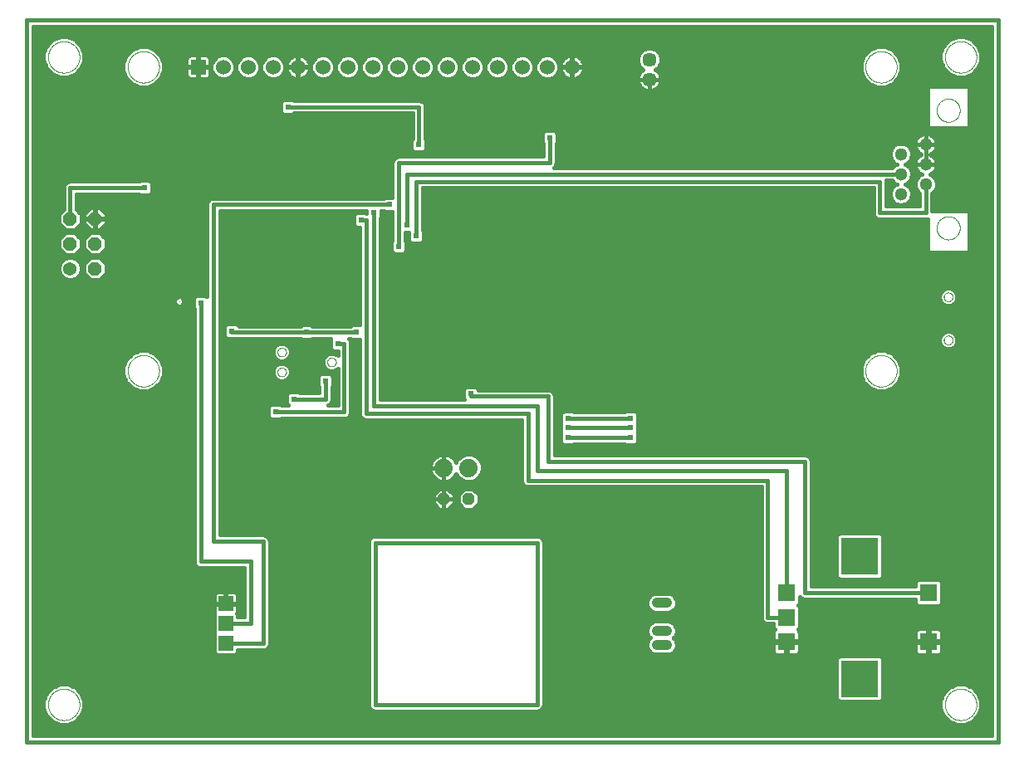
<source format=gtl>
G75*
%MOIN*%
%OFA0B0*%
%FSLAX25Y25*%
%IPPOS*%
%LPD*%
%AMOC8*
5,1,8,0,0,1.08239X$1,22.5*
%
%ADD10C,0.00000*%
%ADD11C,0.01600*%
%ADD12R,0.15024X0.15024*%
%ADD13R,0.07087X0.07087*%
%ADD14C,0.04134*%
%ADD15R,0.06000X0.06000*%
%ADD16C,0.06000*%
%ADD17C,0.05118*%
%ADD18C,0.07400*%
%ADD19R,0.05906X0.05906*%
%ADD20C,0.05700*%
%ADD21OC8,0.04800*%
%ADD22C,0.05400*%
%ADD23OC8,0.05400*%
%ADD24R,0.02400X0.02400*%
D10*
X0011701Y0016800D02*
X0011703Y0016958D01*
X0011709Y0017116D01*
X0011719Y0017274D01*
X0011733Y0017432D01*
X0011751Y0017589D01*
X0011772Y0017746D01*
X0011798Y0017902D01*
X0011828Y0018058D01*
X0011861Y0018213D01*
X0011899Y0018366D01*
X0011940Y0018519D01*
X0011985Y0018671D01*
X0012034Y0018822D01*
X0012087Y0018971D01*
X0012143Y0019119D01*
X0012203Y0019265D01*
X0012267Y0019410D01*
X0012335Y0019553D01*
X0012406Y0019695D01*
X0012480Y0019835D01*
X0012558Y0019972D01*
X0012640Y0020108D01*
X0012724Y0020242D01*
X0012813Y0020373D01*
X0012904Y0020502D01*
X0012999Y0020629D01*
X0013096Y0020754D01*
X0013197Y0020876D01*
X0013301Y0020995D01*
X0013408Y0021112D01*
X0013518Y0021226D01*
X0013631Y0021337D01*
X0013746Y0021446D01*
X0013864Y0021551D01*
X0013985Y0021653D01*
X0014108Y0021753D01*
X0014234Y0021849D01*
X0014362Y0021942D01*
X0014492Y0022032D01*
X0014625Y0022118D01*
X0014760Y0022202D01*
X0014896Y0022281D01*
X0015035Y0022358D01*
X0015176Y0022430D01*
X0015318Y0022500D01*
X0015462Y0022565D01*
X0015608Y0022627D01*
X0015755Y0022685D01*
X0015904Y0022740D01*
X0016054Y0022791D01*
X0016205Y0022838D01*
X0016357Y0022881D01*
X0016510Y0022920D01*
X0016665Y0022956D01*
X0016820Y0022987D01*
X0016976Y0023015D01*
X0017132Y0023039D01*
X0017289Y0023059D01*
X0017447Y0023075D01*
X0017604Y0023087D01*
X0017763Y0023095D01*
X0017921Y0023099D01*
X0018079Y0023099D01*
X0018237Y0023095D01*
X0018396Y0023087D01*
X0018553Y0023075D01*
X0018711Y0023059D01*
X0018868Y0023039D01*
X0019024Y0023015D01*
X0019180Y0022987D01*
X0019335Y0022956D01*
X0019490Y0022920D01*
X0019643Y0022881D01*
X0019795Y0022838D01*
X0019946Y0022791D01*
X0020096Y0022740D01*
X0020245Y0022685D01*
X0020392Y0022627D01*
X0020538Y0022565D01*
X0020682Y0022500D01*
X0020824Y0022430D01*
X0020965Y0022358D01*
X0021104Y0022281D01*
X0021240Y0022202D01*
X0021375Y0022118D01*
X0021508Y0022032D01*
X0021638Y0021942D01*
X0021766Y0021849D01*
X0021892Y0021753D01*
X0022015Y0021653D01*
X0022136Y0021551D01*
X0022254Y0021446D01*
X0022369Y0021337D01*
X0022482Y0021226D01*
X0022592Y0021112D01*
X0022699Y0020995D01*
X0022803Y0020876D01*
X0022904Y0020754D01*
X0023001Y0020629D01*
X0023096Y0020502D01*
X0023187Y0020373D01*
X0023276Y0020242D01*
X0023360Y0020108D01*
X0023442Y0019972D01*
X0023520Y0019835D01*
X0023594Y0019695D01*
X0023665Y0019553D01*
X0023733Y0019410D01*
X0023797Y0019265D01*
X0023857Y0019119D01*
X0023913Y0018971D01*
X0023966Y0018822D01*
X0024015Y0018671D01*
X0024060Y0018519D01*
X0024101Y0018366D01*
X0024139Y0018213D01*
X0024172Y0018058D01*
X0024202Y0017902D01*
X0024228Y0017746D01*
X0024249Y0017589D01*
X0024267Y0017432D01*
X0024281Y0017274D01*
X0024291Y0017116D01*
X0024297Y0016958D01*
X0024299Y0016800D01*
X0024297Y0016642D01*
X0024291Y0016484D01*
X0024281Y0016326D01*
X0024267Y0016168D01*
X0024249Y0016011D01*
X0024228Y0015854D01*
X0024202Y0015698D01*
X0024172Y0015542D01*
X0024139Y0015387D01*
X0024101Y0015234D01*
X0024060Y0015081D01*
X0024015Y0014929D01*
X0023966Y0014778D01*
X0023913Y0014629D01*
X0023857Y0014481D01*
X0023797Y0014335D01*
X0023733Y0014190D01*
X0023665Y0014047D01*
X0023594Y0013905D01*
X0023520Y0013765D01*
X0023442Y0013628D01*
X0023360Y0013492D01*
X0023276Y0013358D01*
X0023187Y0013227D01*
X0023096Y0013098D01*
X0023001Y0012971D01*
X0022904Y0012846D01*
X0022803Y0012724D01*
X0022699Y0012605D01*
X0022592Y0012488D01*
X0022482Y0012374D01*
X0022369Y0012263D01*
X0022254Y0012154D01*
X0022136Y0012049D01*
X0022015Y0011947D01*
X0021892Y0011847D01*
X0021766Y0011751D01*
X0021638Y0011658D01*
X0021508Y0011568D01*
X0021375Y0011482D01*
X0021240Y0011398D01*
X0021104Y0011319D01*
X0020965Y0011242D01*
X0020824Y0011170D01*
X0020682Y0011100D01*
X0020538Y0011035D01*
X0020392Y0010973D01*
X0020245Y0010915D01*
X0020096Y0010860D01*
X0019946Y0010809D01*
X0019795Y0010762D01*
X0019643Y0010719D01*
X0019490Y0010680D01*
X0019335Y0010644D01*
X0019180Y0010613D01*
X0019024Y0010585D01*
X0018868Y0010561D01*
X0018711Y0010541D01*
X0018553Y0010525D01*
X0018396Y0010513D01*
X0018237Y0010505D01*
X0018079Y0010501D01*
X0017921Y0010501D01*
X0017763Y0010505D01*
X0017604Y0010513D01*
X0017447Y0010525D01*
X0017289Y0010541D01*
X0017132Y0010561D01*
X0016976Y0010585D01*
X0016820Y0010613D01*
X0016665Y0010644D01*
X0016510Y0010680D01*
X0016357Y0010719D01*
X0016205Y0010762D01*
X0016054Y0010809D01*
X0015904Y0010860D01*
X0015755Y0010915D01*
X0015608Y0010973D01*
X0015462Y0011035D01*
X0015318Y0011100D01*
X0015176Y0011170D01*
X0015035Y0011242D01*
X0014896Y0011319D01*
X0014760Y0011398D01*
X0014625Y0011482D01*
X0014492Y0011568D01*
X0014362Y0011658D01*
X0014234Y0011751D01*
X0014108Y0011847D01*
X0013985Y0011947D01*
X0013864Y0012049D01*
X0013746Y0012154D01*
X0013631Y0012263D01*
X0013518Y0012374D01*
X0013408Y0012488D01*
X0013301Y0012605D01*
X0013197Y0012724D01*
X0013096Y0012846D01*
X0012999Y0012971D01*
X0012904Y0013098D01*
X0012813Y0013227D01*
X0012724Y0013358D01*
X0012640Y0013492D01*
X0012558Y0013628D01*
X0012480Y0013765D01*
X0012406Y0013905D01*
X0012335Y0014047D01*
X0012267Y0014190D01*
X0012203Y0014335D01*
X0012143Y0014481D01*
X0012087Y0014629D01*
X0012034Y0014778D01*
X0011985Y0014929D01*
X0011940Y0015081D01*
X0011899Y0015234D01*
X0011861Y0015387D01*
X0011828Y0015542D01*
X0011798Y0015698D01*
X0011772Y0015854D01*
X0011751Y0016011D01*
X0011733Y0016168D01*
X0011719Y0016326D01*
X0011709Y0016484D01*
X0011703Y0016642D01*
X0011701Y0016800D01*
X0043670Y0150776D02*
X0043672Y0150934D01*
X0043678Y0151092D01*
X0043688Y0151250D01*
X0043702Y0151408D01*
X0043720Y0151565D01*
X0043741Y0151722D01*
X0043767Y0151878D01*
X0043797Y0152034D01*
X0043830Y0152189D01*
X0043868Y0152342D01*
X0043909Y0152495D01*
X0043954Y0152647D01*
X0044003Y0152798D01*
X0044056Y0152947D01*
X0044112Y0153095D01*
X0044172Y0153241D01*
X0044236Y0153386D01*
X0044304Y0153529D01*
X0044375Y0153671D01*
X0044449Y0153811D01*
X0044527Y0153948D01*
X0044609Y0154084D01*
X0044693Y0154218D01*
X0044782Y0154349D01*
X0044873Y0154478D01*
X0044968Y0154605D01*
X0045065Y0154730D01*
X0045166Y0154852D01*
X0045270Y0154971D01*
X0045377Y0155088D01*
X0045487Y0155202D01*
X0045600Y0155313D01*
X0045715Y0155422D01*
X0045833Y0155527D01*
X0045954Y0155629D01*
X0046077Y0155729D01*
X0046203Y0155825D01*
X0046331Y0155918D01*
X0046461Y0156008D01*
X0046594Y0156094D01*
X0046729Y0156178D01*
X0046865Y0156257D01*
X0047004Y0156334D01*
X0047145Y0156406D01*
X0047287Y0156476D01*
X0047431Y0156541D01*
X0047577Y0156603D01*
X0047724Y0156661D01*
X0047873Y0156716D01*
X0048023Y0156767D01*
X0048174Y0156814D01*
X0048326Y0156857D01*
X0048479Y0156896D01*
X0048634Y0156932D01*
X0048789Y0156963D01*
X0048945Y0156991D01*
X0049101Y0157015D01*
X0049258Y0157035D01*
X0049416Y0157051D01*
X0049573Y0157063D01*
X0049732Y0157071D01*
X0049890Y0157075D01*
X0050048Y0157075D01*
X0050206Y0157071D01*
X0050365Y0157063D01*
X0050522Y0157051D01*
X0050680Y0157035D01*
X0050837Y0157015D01*
X0050993Y0156991D01*
X0051149Y0156963D01*
X0051304Y0156932D01*
X0051459Y0156896D01*
X0051612Y0156857D01*
X0051764Y0156814D01*
X0051915Y0156767D01*
X0052065Y0156716D01*
X0052214Y0156661D01*
X0052361Y0156603D01*
X0052507Y0156541D01*
X0052651Y0156476D01*
X0052793Y0156406D01*
X0052934Y0156334D01*
X0053073Y0156257D01*
X0053209Y0156178D01*
X0053344Y0156094D01*
X0053477Y0156008D01*
X0053607Y0155918D01*
X0053735Y0155825D01*
X0053861Y0155729D01*
X0053984Y0155629D01*
X0054105Y0155527D01*
X0054223Y0155422D01*
X0054338Y0155313D01*
X0054451Y0155202D01*
X0054561Y0155088D01*
X0054668Y0154971D01*
X0054772Y0154852D01*
X0054873Y0154730D01*
X0054970Y0154605D01*
X0055065Y0154478D01*
X0055156Y0154349D01*
X0055245Y0154218D01*
X0055329Y0154084D01*
X0055411Y0153948D01*
X0055489Y0153811D01*
X0055563Y0153671D01*
X0055634Y0153529D01*
X0055702Y0153386D01*
X0055766Y0153241D01*
X0055826Y0153095D01*
X0055882Y0152947D01*
X0055935Y0152798D01*
X0055984Y0152647D01*
X0056029Y0152495D01*
X0056070Y0152342D01*
X0056108Y0152189D01*
X0056141Y0152034D01*
X0056171Y0151878D01*
X0056197Y0151722D01*
X0056218Y0151565D01*
X0056236Y0151408D01*
X0056250Y0151250D01*
X0056260Y0151092D01*
X0056266Y0150934D01*
X0056268Y0150776D01*
X0056266Y0150618D01*
X0056260Y0150460D01*
X0056250Y0150302D01*
X0056236Y0150144D01*
X0056218Y0149987D01*
X0056197Y0149830D01*
X0056171Y0149674D01*
X0056141Y0149518D01*
X0056108Y0149363D01*
X0056070Y0149210D01*
X0056029Y0149057D01*
X0055984Y0148905D01*
X0055935Y0148754D01*
X0055882Y0148605D01*
X0055826Y0148457D01*
X0055766Y0148311D01*
X0055702Y0148166D01*
X0055634Y0148023D01*
X0055563Y0147881D01*
X0055489Y0147741D01*
X0055411Y0147604D01*
X0055329Y0147468D01*
X0055245Y0147334D01*
X0055156Y0147203D01*
X0055065Y0147074D01*
X0054970Y0146947D01*
X0054873Y0146822D01*
X0054772Y0146700D01*
X0054668Y0146581D01*
X0054561Y0146464D01*
X0054451Y0146350D01*
X0054338Y0146239D01*
X0054223Y0146130D01*
X0054105Y0146025D01*
X0053984Y0145923D01*
X0053861Y0145823D01*
X0053735Y0145727D01*
X0053607Y0145634D01*
X0053477Y0145544D01*
X0053344Y0145458D01*
X0053209Y0145374D01*
X0053073Y0145295D01*
X0052934Y0145218D01*
X0052793Y0145146D01*
X0052651Y0145076D01*
X0052507Y0145011D01*
X0052361Y0144949D01*
X0052214Y0144891D01*
X0052065Y0144836D01*
X0051915Y0144785D01*
X0051764Y0144738D01*
X0051612Y0144695D01*
X0051459Y0144656D01*
X0051304Y0144620D01*
X0051149Y0144589D01*
X0050993Y0144561D01*
X0050837Y0144537D01*
X0050680Y0144517D01*
X0050522Y0144501D01*
X0050365Y0144489D01*
X0050206Y0144481D01*
X0050048Y0144477D01*
X0049890Y0144477D01*
X0049732Y0144481D01*
X0049573Y0144489D01*
X0049416Y0144501D01*
X0049258Y0144517D01*
X0049101Y0144537D01*
X0048945Y0144561D01*
X0048789Y0144589D01*
X0048634Y0144620D01*
X0048479Y0144656D01*
X0048326Y0144695D01*
X0048174Y0144738D01*
X0048023Y0144785D01*
X0047873Y0144836D01*
X0047724Y0144891D01*
X0047577Y0144949D01*
X0047431Y0145011D01*
X0047287Y0145076D01*
X0047145Y0145146D01*
X0047004Y0145218D01*
X0046865Y0145295D01*
X0046729Y0145374D01*
X0046594Y0145458D01*
X0046461Y0145544D01*
X0046331Y0145634D01*
X0046203Y0145727D01*
X0046077Y0145823D01*
X0045954Y0145923D01*
X0045833Y0146025D01*
X0045715Y0146130D01*
X0045600Y0146239D01*
X0045487Y0146350D01*
X0045377Y0146464D01*
X0045270Y0146581D01*
X0045166Y0146700D01*
X0045065Y0146822D01*
X0044968Y0146947D01*
X0044873Y0147074D01*
X0044782Y0147203D01*
X0044693Y0147334D01*
X0044609Y0147468D01*
X0044527Y0147604D01*
X0044449Y0147741D01*
X0044375Y0147881D01*
X0044304Y0148023D01*
X0044236Y0148166D01*
X0044172Y0148311D01*
X0044112Y0148457D01*
X0044056Y0148605D01*
X0044003Y0148754D01*
X0043954Y0148905D01*
X0043909Y0149057D01*
X0043868Y0149210D01*
X0043830Y0149363D01*
X0043797Y0149518D01*
X0043767Y0149674D01*
X0043741Y0149830D01*
X0043720Y0149987D01*
X0043702Y0150144D01*
X0043688Y0150302D01*
X0043678Y0150460D01*
X0043672Y0150618D01*
X0043670Y0150776D01*
X0064358Y0178589D02*
X0064355Y0178745D01*
X0103750Y0158300D02*
X0103752Y0158383D01*
X0103758Y0158466D01*
X0103768Y0158549D01*
X0103782Y0158631D01*
X0103799Y0158713D01*
X0103821Y0158793D01*
X0103846Y0158872D01*
X0103875Y0158950D01*
X0103908Y0159027D01*
X0103945Y0159102D01*
X0103984Y0159175D01*
X0104028Y0159246D01*
X0104074Y0159315D01*
X0104124Y0159382D01*
X0104177Y0159446D01*
X0104233Y0159508D01*
X0104292Y0159567D01*
X0104354Y0159623D01*
X0104418Y0159676D01*
X0104485Y0159726D01*
X0104554Y0159772D01*
X0104625Y0159816D01*
X0104698Y0159855D01*
X0104773Y0159892D01*
X0104850Y0159925D01*
X0104928Y0159954D01*
X0105007Y0159979D01*
X0105087Y0160001D01*
X0105169Y0160018D01*
X0105251Y0160032D01*
X0105334Y0160042D01*
X0105417Y0160048D01*
X0105500Y0160050D01*
X0105583Y0160048D01*
X0105666Y0160042D01*
X0105749Y0160032D01*
X0105831Y0160018D01*
X0105913Y0160001D01*
X0105993Y0159979D01*
X0106072Y0159954D01*
X0106150Y0159925D01*
X0106227Y0159892D01*
X0106302Y0159855D01*
X0106375Y0159816D01*
X0106446Y0159772D01*
X0106515Y0159726D01*
X0106582Y0159676D01*
X0106646Y0159623D01*
X0106708Y0159567D01*
X0106767Y0159508D01*
X0106823Y0159446D01*
X0106876Y0159382D01*
X0106926Y0159315D01*
X0106972Y0159246D01*
X0107016Y0159175D01*
X0107055Y0159102D01*
X0107092Y0159027D01*
X0107125Y0158950D01*
X0107154Y0158872D01*
X0107179Y0158793D01*
X0107201Y0158713D01*
X0107218Y0158631D01*
X0107232Y0158549D01*
X0107242Y0158466D01*
X0107248Y0158383D01*
X0107250Y0158300D01*
X0107248Y0158217D01*
X0107242Y0158134D01*
X0107232Y0158051D01*
X0107218Y0157969D01*
X0107201Y0157887D01*
X0107179Y0157807D01*
X0107154Y0157728D01*
X0107125Y0157650D01*
X0107092Y0157573D01*
X0107055Y0157498D01*
X0107016Y0157425D01*
X0106972Y0157354D01*
X0106926Y0157285D01*
X0106876Y0157218D01*
X0106823Y0157154D01*
X0106767Y0157092D01*
X0106708Y0157033D01*
X0106646Y0156977D01*
X0106582Y0156924D01*
X0106515Y0156874D01*
X0106446Y0156828D01*
X0106375Y0156784D01*
X0106302Y0156745D01*
X0106227Y0156708D01*
X0106150Y0156675D01*
X0106072Y0156646D01*
X0105993Y0156621D01*
X0105913Y0156599D01*
X0105831Y0156582D01*
X0105749Y0156568D01*
X0105666Y0156558D01*
X0105583Y0156552D01*
X0105500Y0156550D01*
X0105417Y0156552D01*
X0105334Y0156558D01*
X0105251Y0156568D01*
X0105169Y0156582D01*
X0105087Y0156599D01*
X0105007Y0156621D01*
X0104928Y0156646D01*
X0104850Y0156675D01*
X0104773Y0156708D01*
X0104698Y0156745D01*
X0104625Y0156784D01*
X0104554Y0156828D01*
X0104485Y0156874D01*
X0104418Y0156924D01*
X0104354Y0156977D01*
X0104292Y0157033D01*
X0104233Y0157092D01*
X0104177Y0157154D01*
X0104124Y0157218D01*
X0104074Y0157285D01*
X0104028Y0157354D01*
X0103984Y0157425D01*
X0103945Y0157498D01*
X0103908Y0157573D01*
X0103875Y0157650D01*
X0103846Y0157728D01*
X0103821Y0157807D01*
X0103799Y0157887D01*
X0103782Y0157969D01*
X0103768Y0158051D01*
X0103758Y0158134D01*
X0103752Y0158217D01*
X0103750Y0158300D01*
X0103750Y0150300D02*
X0103752Y0150383D01*
X0103758Y0150466D01*
X0103768Y0150549D01*
X0103782Y0150631D01*
X0103799Y0150713D01*
X0103821Y0150793D01*
X0103846Y0150872D01*
X0103875Y0150950D01*
X0103908Y0151027D01*
X0103945Y0151102D01*
X0103984Y0151175D01*
X0104028Y0151246D01*
X0104074Y0151315D01*
X0104124Y0151382D01*
X0104177Y0151446D01*
X0104233Y0151508D01*
X0104292Y0151567D01*
X0104354Y0151623D01*
X0104418Y0151676D01*
X0104485Y0151726D01*
X0104554Y0151772D01*
X0104625Y0151816D01*
X0104698Y0151855D01*
X0104773Y0151892D01*
X0104850Y0151925D01*
X0104928Y0151954D01*
X0105007Y0151979D01*
X0105087Y0152001D01*
X0105169Y0152018D01*
X0105251Y0152032D01*
X0105334Y0152042D01*
X0105417Y0152048D01*
X0105500Y0152050D01*
X0105583Y0152048D01*
X0105666Y0152042D01*
X0105749Y0152032D01*
X0105831Y0152018D01*
X0105913Y0152001D01*
X0105993Y0151979D01*
X0106072Y0151954D01*
X0106150Y0151925D01*
X0106227Y0151892D01*
X0106302Y0151855D01*
X0106375Y0151816D01*
X0106446Y0151772D01*
X0106515Y0151726D01*
X0106582Y0151676D01*
X0106646Y0151623D01*
X0106708Y0151567D01*
X0106767Y0151508D01*
X0106823Y0151446D01*
X0106876Y0151382D01*
X0106926Y0151315D01*
X0106972Y0151246D01*
X0107016Y0151175D01*
X0107055Y0151102D01*
X0107092Y0151027D01*
X0107125Y0150950D01*
X0107154Y0150872D01*
X0107179Y0150793D01*
X0107201Y0150713D01*
X0107218Y0150631D01*
X0107232Y0150549D01*
X0107242Y0150466D01*
X0107248Y0150383D01*
X0107250Y0150300D01*
X0107248Y0150217D01*
X0107242Y0150134D01*
X0107232Y0150051D01*
X0107218Y0149969D01*
X0107201Y0149887D01*
X0107179Y0149807D01*
X0107154Y0149728D01*
X0107125Y0149650D01*
X0107092Y0149573D01*
X0107055Y0149498D01*
X0107016Y0149425D01*
X0106972Y0149354D01*
X0106926Y0149285D01*
X0106876Y0149218D01*
X0106823Y0149154D01*
X0106767Y0149092D01*
X0106708Y0149033D01*
X0106646Y0148977D01*
X0106582Y0148924D01*
X0106515Y0148874D01*
X0106446Y0148828D01*
X0106375Y0148784D01*
X0106302Y0148745D01*
X0106227Y0148708D01*
X0106150Y0148675D01*
X0106072Y0148646D01*
X0105993Y0148621D01*
X0105913Y0148599D01*
X0105831Y0148582D01*
X0105749Y0148568D01*
X0105666Y0148558D01*
X0105583Y0148552D01*
X0105500Y0148550D01*
X0105417Y0148552D01*
X0105334Y0148558D01*
X0105251Y0148568D01*
X0105169Y0148582D01*
X0105087Y0148599D01*
X0105007Y0148621D01*
X0104928Y0148646D01*
X0104850Y0148675D01*
X0104773Y0148708D01*
X0104698Y0148745D01*
X0104625Y0148784D01*
X0104554Y0148828D01*
X0104485Y0148874D01*
X0104418Y0148924D01*
X0104354Y0148977D01*
X0104292Y0149033D01*
X0104233Y0149092D01*
X0104177Y0149154D01*
X0104124Y0149218D01*
X0104074Y0149285D01*
X0104028Y0149354D01*
X0103984Y0149425D01*
X0103945Y0149498D01*
X0103908Y0149573D01*
X0103875Y0149650D01*
X0103846Y0149728D01*
X0103821Y0149807D01*
X0103799Y0149887D01*
X0103782Y0149969D01*
X0103768Y0150051D01*
X0103758Y0150134D01*
X0103752Y0150217D01*
X0103750Y0150300D01*
X0123750Y0154300D02*
X0123752Y0154383D01*
X0123758Y0154466D01*
X0123768Y0154549D01*
X0123782Y0154631D01*
X0123799Y0154713D01*
X0123821Y0154793D01*
X0123846Y0154872D01*
X0123875Y0154950D01*
X0123908Y0155027D01*
X0123945Y0155102D01*
X0123984Y0155175D01*
X0124028Y0155246D01*
X0124074Y0155315D01*
X0124124Y0155382D01*
X0124177Y0155446D01*
X0124233Y0155508D01*
X0124292Y0155567D01*
X0124354Y0155623D01*
X0124418Y0155676D01*
X0124485Y0155726D01*
X0124554Y0155772D01*
X0124625Y0155816D01*
X0124698Y0155855D01*
X0124773Y0155892D01*
X0124850Y0155925D01*
X0124928Y0155954D01*
X0125007Y0155979D01*
X0125087Y0156001D01*
X0125169Y0156018D01*
X0125251Y0156032D01*
X0125334Y0156042D01*
X0125417Y0156048D01*
X0125500Y0156050D01*
X0125583Y0156048D01*
X0125666Y0156042D01*
X0125749Y0156032D01*
X0125831Y0156018D01*
X0125913Y0156001D01*
X0125993Y0155979D01*
X0126072Y0155954D01*
X0126150Y0155925D01*
X0126227Y0155892D01*
X0126302Y0155855D01*
X0126375Y0155816D01*
X0126446Y0155772D01*
X0126515Y0155726D01*
X0126582Y0155676D01*
X0126646Y0155623D01*
X0126708Y0155567D01*
X0126767Y0155508D01*
X0126823Y0155446D01*
X0126876Y0155382D01*
X0126926Y0155315D01*
X0126972Y0155246D01*
X0127016Y0155175D01*
X0127055Y0155102D01*
X0127092Y0155027D01*
X0127125Y0154950D01*
X0127154Y0154872D01*
X0127179Y0154793D01*
X0127201Y0154713D01*
X0127218Y0154631D01*
X0127232Y0154549D01*
X0127242Y0154466D01*
X0127248Y0154383D01*
X0127250Y0154300D01*
X0127248Y0154217D01*
X0127242Y0154134D01*
X0127232Y0154051D01*
X0127218Y0153969D01*
X0127201Y0153887D01*
X0127179Y0153807D01*
X0127154Y0153728D01*
X0127125Y0153650D01*
X0127092Y0153573D01*
X0127055Y0153498D01*
X0127016Y0153425D01*
X0126972Y0153354D01*
X0126926Y0153285D01*
X0126876Y0153218D01*
X0126823Y0153154D01*
X0126767Y0153092D01*
X0126708Y0153033D01*
X0126646Y0152977D01*
X0126582Y0152924D01*
X0126515Y0152874D01*
X0126446Y0152828D01*
X0126375Y0152784D01*
X0126302Y0152745D01*
X0126227Y0152708D01*
X0126150Y0152675D01*
X0126072Y0152646D01*
X0125993Y0152621D01*
X0125913Y0152599D01*
X0125831Y0152582D01*
X0125749Y0152568D01*
X0125666Y0152558D01*
X0125583Y0152552D01*
X0125500Y0152550D01*
X0125417Y0152552D01*
X0125334Y0152558D01*
X0125251Y0152568D01*
X0125169Y0152582D01*
X0125087Y0152599D01*
X0125007Y0152621D01*
X0124928Y0152646D01*
X0124850Y0152675D01*
X0124773Y0152708D01*
X0124698Y0152745D01*
X0124625Y0152784D01*
X0124554Y0152828D01*
X0124485Y0152874D01*
X0124418Y0152924D01*
X0124354Y0152977D01*
X0124292Y0153033D01*
X0124233Y0153092D01*
X0124177Y0153154D01*
X0124124Y0153218D01*
X0124074Y0153285D01*
X0124028Y0153354D01*
X0123984Y0153425D01*
X0123945Y0153498D01*
X0123908Y0153573D01*
X0123875Y0153650D01*
X0123846Y0153728D01*
X0123821Y0153807D01*
X0123799Y0153887D01*
X0123782Y0153969D01*
X0123768Y0154051D01*
X0123758Y0154134D01*
X0123752Y0154217D01*
X0123750Y0154300D01*
X0043670Y0272824D02*
X0043672Y0272982D01*
X0043678Y0273140D01*
X0043688Y0273298D01*
X0043702Y0273456D01*
X0043720Y0273613D01*
X0043741Y0273770D01*
X0043767Y0273926D01*
X0043797Y0274082D01*
X0043830Y0274237D01*
X0043868Y0274390D01*
X0043909Y0274543D01*
X0043954Y0274695D01*
X0044003Y0274846D01*
X0044056Y0274995D01*
X0044112Y0275143D01*
X0044172Y0275289D01*
X0044236Y0275434D01*
X0044304Y0275577D01*
X0044375Y0275719D01*
X0044449Y0275859D01*
X0044527Y0275996D01*
X0044609Y0276132D01*
X0044693Y0276266D01*
X0044782Y0276397D01*
X0044873Y0276526D01*
X0044968Y0276653D01*
X0045065Y0276778D01*
X0045166Y0276900D01*
X0045270Y0277019D01*
X0045377Y0277136D01*
X0045487Y0277250D01*
X0045600Y0277361D01*
X0045715Y0277470D01*
X0045833Y0277575D01*
X0045954Y0277677D01*
X0046077Y0277777D01*
X0046203Y0277873D01*
X0046331Y0277966D01*
X0046461Y0278056D01*
X0046594Y0278142D01*
X0046729Y0278226D01*
X0046865Y0278305D01*
X0047004Y0278382D01*
X0047145Y0278454D01*
X0047287Y0278524D01*
X0047431Y0278589D01*
X0047577Y0278651D01*
X0047724Y0278709D01*
X0047873Y0278764D01*
X0048023Y0278815D01*
X0048174Y0278862D01*
X0048326Y0278905D01*
X0048479Y0278944D01*
X0048634Y0278980D01*
X0048789Y0279011D01*
X0048945Y0279039D01*
X0049101Y0279063D01*
X0049258Y0279083D01*
X0049416Y0279099D01*
X0049573Y0279111D01*
X0049732Y0279119D01*
X0049890Y0279123D01*
X0050048Y0279123D01*
X0050206Y0279119D01*
X0050365Y0279111D01*
X0050522Y0279099D01*
X0050680Y0279083D01*
X0050837Y0279063D01*
X0050993Y0279039D01*
X0051149Y0279011D01*
X0051304Y0278980D01*
X0051459Y0278944D01*
X0051612Y0278905D01*
X0051764Y0278862D01*
X0051915Y0278815D01*
X0052065Y0278764D01*
X0052214Y0278709D01*
X0052361Y0278651D01*
X0052507Y0278589D01*
X0052651Y0278524D01*
X0052793Y0278454D01*
X0052934Y0278382D01*
X0053073Y0278305D01*
X0053209Y0278226D01*
X0053344Y0278142D01*
X0053477Y0278056D01*
X0053607Y0277966D01*
X0053735Y0277873D01*
X0053861Y0277777D01*
X0053984Y0277677D01*
X0054105Y0277575D01*
X0054223Y0277470D01*
X0054338Y0277361D01*
X0054451Y0277250D01*
X0054561Y0277136D01*
X0054668Y0277019D01*
X0054772Y0276900D01*
X0054873Y0276778D01*
X0054970Y0276653D01*
X0055065Y0276526D01*
X0055156Y0276397D01*
X0055245Y0276266D01*
X0055329Y0276132D01*
X0055411Y0275996D01*
X0055489Y0275859D01*
X0055563Y0275719D01*
X0055634Y0275577D01*
X0055702Y0275434D01*
X0055766Y0275289D01*
X0055826Y0275143D01*
X0055882Y0274995D01*
X0055935Y0274846D01*
X0055984Y0274695D01*
X0056029Y0274543D01*
X0056070Y0274390D01*
X0056108Y0274237D01*
X0056141Y0274082D01*
X0056171Y0273926D01*
X0056197Y0273770D01*
X0056218Y0273613D01*
X0056236Y0273456D01*
X0056250Y0273298D01*
X0056260Y0273140D01*
X0056266Y0272982D01*
X0056268Y0272824D01*
X0056266Y0272666D01*
X0056260Y0272508D01*
X0056250Y0272350D01*
X0056236Y0272192D01*
X0056218Y0272035D01*
X0056197Y0271878D01*
X0056171Y0271722D01*
X0056141Y0271566D01*
X0056108Y0271411D01*
X0056070Y0271258D01*
X0056029Y0271105D01*
X0055984Y0270953D01*
X0055935Y0270802D01*
X0055882Y0270653D01*
X0055826Y0270505D01*
X0055766Y0270359D01*
X0055702Y0270214D01*
X0055634Y0270071D01*
X0055563Y0269929D01*
X0055489Y0269789D01*
X0055411Y0269652D01*
X0055329Y0269516D01*
X0055245Y0269382D01*
X0055156Y0269251D01*
X0055065Y0269122D01*
X0054970Y0268995D01*
X0054873Y0268870D01*
X0054772Y0268748D01*
X0054668Y0268629D01*
X0054561Y0268512D01*
X0054451Y0268398D01*
X0054338Y0268287D01*
X0054223Y0268178D01*
X0054105Y0268073D01*
X0053984Y0267971D01*
X0053861Y0267871D01*
X0053735Y0267775D01*
X0053607Y0267682D01*
X0053477Y0267592D01*
X0053344Y0267506D01*
X0053209Y0267422D01*
X0053073Y0267343D01*
X0052934Y0267266D01*
X0052793Y0267194D01*
X0052651Y0267124D01*
X0052507Y0267059D01*
X0052361Y0266997D01*
X0052214Y0266939D01*
X0052065Y0266884D01*
X0051915Y0266833D01*
X0051764Y0266786D01*
X0051612Y0266743D01*
X0051459Y0266704D01*
X0051304Y0266668D01*
X0051149Y0266637D01*
X0050993Y0266609D01*
X0050837Y0266585D01*
X0050680Y0266565D01*
X0050522Y0266549D01*
X0050365Y0266537D01*
X0050206Y0266529D01*
X0050048Y0266525D01*
X0049890Y0266525D01*
X0049732Y0266529D01*
X0049573Y0266537D01*
X0049416Y0266549D01*
X0049258Y0266565D01*
X0049101Y0266585D01*
X0048945Y0266609D01*
X0048789Y0266637D01*
X0048634Y0266668D01*
X0048479Y0266704D01*
X0048326Y0266743D01*
X0048174Y0266786D01*
X0048023Y0266833D01*
X0047873Y0266884D01*
X0047724Y0266939D01*
X0047577Y0266997D01*
X0047431Y0267059D01*
X0047287Y0267124D01*
X0047145Y0267194D01*
X0047004Y0267266D01*
X0046865Y0267343D01*
X0046729Y0267422D01*
X0046594Y0267506D01*
X0046461Y0267592D01*
X0046331Y0267682D01*
X0046203Y0267775D01*
X0046077Y0267871D01*
X0045954Y0267971D01*
X0045833Y0268073D01*
X0045715Y0268178D01*
X0045600Y0268287D01*
X0045487Y0268398D01*
X0045377Y0268512D01*
X0045270Y0268629D01*
X0045166Y0268748D01*
X0045065Y0268870D01*
X0044968Y0268995D01*
X0044873Y0269122D01*
X0044782Y0269251D01*
X0044693Y0269382D01*
X0044609Y0269516D01*
X0044527Y0269652D01*
X0044449Y0269789D01*
X0044375Y0269929D01*
X0044304Y0270071D01*
X0044236Y0270214D01*
X0044172Y0270359D01*
X0044112Y0270505D01*
X0044056Y0270653D01*
X0044003Y0270802D01*
X0043954Y0270953D01*
X0043909Y0271105D01*
X0043868Y0271258D01*
X0043830Y0271411D01*
X0043797Y0271566D01*
X0043767Y0271722D01*
X0043741Y0271878D01*
X0043720Y0272035D01*
X0043702Y0272192D01*
X0043688Y0272350D01*
X0043678Y0272508D01*
X0043672Y0272666D01*
X0043670Y0272824D01*
X0011701Y0276800D02*
X0011703Y0276958D01*
X0011709Y0277116D01*
X0011719Y0277274D01*
X0011733Y0277432D01*
X0011751Y0277589D01*
X0011772Y0277746D01*
X0011798Y0277902D01*
X0011828Y0278058D01*
X0011861Y0278213D01*
X0011899Y0278366D01*
X0011940Y0278519D01*
X0011985Y0278671D01*
X0012034Y0278822D01*
X0012087Y0278971D01*
X0012143Y0279119D01*
X0012203Y0279265D01*
X0012267Y0279410D01*
X0012335Y0279553D01*
X0012406Y0279695D01*
X0012480Y0279835D01*
X0012558Y0279972D01*
X0012640Y0280108D01*
X0012724Y0280242D01*
X0012813Y0280373D01*
X0012904Y0280502D01*
X0012999Y0280629D01*
X0013096Y0280754D01*
X0013197Y0280876D01*
X0013301Y0280995D01*
X0013408Y0281112D01*
X0013518Y0281226D01*
X0013631Y0281337D01*
X0013746Y0281446D01*
X0013864Y0281551D01*
X0013985Y0281653D01*
X0014108Y0281753D01*
X0014234Y0281849D01*
X0014362Y0281942D01*
X0014492Y0282032D01*
X0014625Y0282118D01*
X0014760Y0282202D01*
X0014896Y0282281D01*
X0015035Y0282358D01*
X0015176Y0282430D01*
X0015318Y0282500D01*
X0015462Y0282565D01*
X0015608Y0282627D01*
X0015755Y0282685D01*
X0015904Y0282740D01*
X0016054Y0282791D01*
X0016205Y0282838D01*
X0016357Y0282881D01*
X0016510Y0282920D01*
X0016665Y0282956D01*
X0016820Y0282987D01*
X0016976Y0283015D01*
X0017132Y0283039D01*
X0017289Y0283059D01*
X0017447Y0283075D01*
X0017604Y0283087D01*
X0017763Y0283095D01*
X0017921Y0283099D01*
X0018079Y0283099D01*
X0018237Y0283095D01*
X0018396Y0283087D01*
X0018553Y0283075D01*
X0018711Y0283059D01*
X0018868Y0283039D01*
X0019024Y0283015D01*
X0019180Y0282987D01*
X0019335Y0282956D01*
X0019490Y0282920D01*
X0019643Y0282881D01*
X0019795Y0282838D01*
X0019946Y0282791D01*
X0020096Y0282740D01*
X0020245Y0282685D01*
X0020392Y0282627D01*
X0020538Y0282565D01*
X0020682Y0282500D01*
X0020824Y0282430D01*
X0020965Y0282358D01*
X0021104Y0282281D01*
X0021240Y0282202D01*
X0021375Y0282118D01*
X0021508Y0282032D01*
X0021638Y0281942D01*
X0021766Y0281849D01*
X0021892Y0281753D01*
X0022015Y0281653D01*
X0022136Y0281551D01*
X0022254Y0281446D01*
X0022369Y0281337D01*
X0022482Y0281226D01*
X0022592Y0281112D01*
X0022699Y0280995D01*
X0022803Y0280876D01*
X0022904Y0280754D01*
X0023001Y0280629D01*
X0023096Y0280502D01*
X0023187Y0280373D01*
X0023276Y0280242D01*
X0023360Y0280108D01*
X0023442Y0279972D01*
X0023520Y0279835D01*
X0023594Y0279695D01*
X0023665Y0279553D01*
X0023733Y0279410D01*
X0023797Y0279265D01*
X0023857Y0279119D01*
X0023913Y0278971D01*
X0023966Y0278822D01*
X0024015Y0278671D01*
X0024060Y0278519D01*
X0024101Y0278366D01*
X0024139Y0278213D01*
X0024172Y0278058D01*
X0024202Y0277902D01*
X0024228Y0277746D01*
X0024249Y0277589D01*
X0024267Y0277432D01*
X0024281Y0277274D01*
X0024291Y0277116D01*
X0024297Y0276958D01*
X0024299Y0276800D01*
X0024297Y0276642D01*
X0024291Y0276484D01*
X0024281Y0276326D01*
X0024267Y0276168D01*
X0024249Y0276011D01*
X0024228Y0275854D01*
X0024202Y0275698D01*
X0024172Y0275542D01*
X0024139Y0275387D01*
X0024101Y0275234D01*
X0024060Y0275081D01*
X0024015Y0274929D01*
X0023966Y0274778D01*
X0023913Y0274629D01*
X0023857Y0274481D01*
X0023797Y0274335D01*
X0023733Y0274190D01*
X0023665Y0274047D01*
X0023594Y0273905D01*
X0023520Y0273765D01*
X0023442Y0273628D01*
X0023360Y0273492D01*
X0023276Y0273358D01*
X0023187Y0273227D01*
X0023096Y0273098D01*
X0023001Y0272971D01*
X0022904Y0272846D01*
X0022803Y0272724D01*
X0022699Y0272605D01*
X0022592Y0272488D01*
X0022482Y0272374D01*
X0022369Y0272263D01*
X0022254Y0272154D01*
X0022136Y0272049D01*
X0022015Y0271947D01*
X0021892Y0271847D01*
X0021766Y0271751D01*
X0021638Y0271658D01*
X0021508Y0271568D01*
X0021375Y0271482D01*
X0021240Y0271398D01*
X0021104Y0271319D01*
X0020965Y0271242D01*
X0020824Y0271170D01*
X0020682Y0271100D01*
X0020538Y0271035D01*
X0020392Y0270973D01*
X0020245Y0270915D01*
X0020096Y0270860D01*
X0019946Y0270809D01*
X0019795Y0270762D01*
X0019643Y0270719D01*
X0019490Y0270680D01*
X0019335Y0270644D01*
X0019180Y0270613D01*
X0019024Y0270585D01*
X0018868Y0270561D01*
X0018711Y0270541D01*
X0018553Y0270525D01*
X0018396Y0270513D01*
X0018237Y0270505D01*
X0018079Y0270501D01*
X0017921Y0270501D01*
X0017763Y0270505D01*
X0017604Y0270513D01*
X0017447Y0270525D01*
X0017289Y0270541D01*
X0017132Y0270561D01*
X0016976Y0270585D01*
X0016820Y0270613D01*
X0016665Y0270644D01*
X0016510Y0270680D01*
X0016357Y0270719D01*
X0016205Y0270762D01*
X0016054Y0270809D01*
X0015904Y0270860D01*
X0015755Y0270915D01*
X0015608Y0270973D01*
X0015462Y0271035D01*
X0015318Y0271100D01*
X0015176Y0271170D01*
X0015035Y0271242D01*
X0014896Y0271319D01*
X0014760Y0271398D01*
X0014625Y0271482D01*
X0014492Y0271568D01*
X0014362Y0271658D01*
X0014234Y0271751D01*
X0014108Y0271847D01*
X0013985Y0271947D01*
X0013864Y0272049D01*
X0013746Y0272154D01*
X0013631Y0272263D01*
X0013518Y0272374D01*
X0013408Y0272488D01*
X0013301Y0272605D01*
X0013197Y0272724D01*
X0013096Y0272846D01*
X0012999Y0272971D01*
X0012904Y0273098D01*
X0012813Y0273227D01*
X0012724Y0273358D01*
X0012640Y0273492D01*
X0012558Y0273628D01*
X0012480Y0273765D01*
X0012406Y0273905D01*
X0012335Y0274047D01*
X0012267Y0274190D01*
X0012203Y0274335D01*
X0012143Y0274481D01*
X0012087Y0274629D01*
X0012034Y0274778D01*
X0011985Y0274929D01*
X0011940Y0275081D01*
X0011899Y0275234D01*
X0011861Y0275387D01*
X0011828Y0275542D01*
X0011798Y0275698D01*
X0011772Y0275854D01*
X0011751Y0276011D01*
X0011733Y0276168D01*
X0011719Y0276326D01*
X0011709Y0276484D01*
X0011703Y0276642D01*
X0011701Y0276800D01*
X0339732Y0272824D02*
X0339734Y0272982D01*
X0339740Y0273140D01*
X0339750Y0273298D01*
X0339764Y0273456D01*
X0339782Y0273613D01*
X0339803Y0273770D01*
X0339829Y0273926D01*
X0339859Y0274082D01*
X0339892Y0274237D01*
X0339930Y0274390D01*
X0339971Y0274543D01*
X0340016Y0274695D01*
X0340065Y0274846D01*
X0340118Y0274995D01*
X0340174Y0275143D01*
X0340234Y0275289D01*
X0340298Y0275434D01*
X0340366Y0275577D01*
X0340437Y0275719D01*
X0340511Y0275859D01*
X0340589Y0275996D01*
X0340671Y0276132D01*
X0340755Y0276266D01*
X0340844Y0276397D01*
X0340935Y0276526D01*
X0341030Y0276653D01*
X0341127Y0276778D01*
X0341228Y0276900D01*
X0341332Y0277019D01*
X0341439Y0277136D01*
X0341549Y0277250D01*
X0341662Y0277361D01*
X0341777Y0277470D01*
X0341895Y0277575D01*
X0342016Y0277677D01*
X0342139Y0277777D01*
X0342265Y0277873D01*
X0342393Y0277966D01*
X0342523Y0278056D01*
X0342656Y0278142D01*
X0342791Y0278226D01*
X0342927Y0278305D01*
X0343066Y0278382D01*
X0343207Y0278454D01*
X0343349Y0278524D01*
X0343493Y0278589D01*
X0343639Y0278651D01*
X0343786Y0278709D01*
X0343935Y0278764D01*
X0344085Y0278815D01*
X0344236Y0278862D01*
X0344388Y0278905D01*
X0344541Y0278944D01*
X0344696Y0278980D01*
X0344851Y0279011D01*
X0345007Y0279039D01*
X0345163Y0279063D01*
X0345320Y0279083D01*
X0345478Y0279099D01*
X0345635Y0279111D01*
X0345794Y0279119D01*
X0345952Y0279123D01*
X0346110Y0279123D01*
X0346268Y0279119D01*
X0346427Y0279111D01*
X0346584Y0279099D01*
X0346742Y0279083D01*
X0346899Y0279063D01*
X0347055Y0279039D01*
X0347211Y0279011D01*
X0347366Y0278980D01*
X0347521Y0278944D01*
X0347674Y0278905D01*
X0347826Y0278862D01*
X0347977Y0278815D01*
X0348127Y0278764D01*
X0348276Y0278709D01*
X0348423Y0278651D01*
X0348569Y0278589D01*
X0348713Y0278524D01*
X0348855Y0278454D01*
X0348996Y0278382D01*
X0349135Y0278305D01*
X0349271Y0278226D01*
X0349406Y0278142D01*
X0349539Y0278056D01*
X0349669Y0277966D01*
X0349797Y0277873D01*
X0349923Y0277777D01*
X0350046Y0277677D01*
X0350167Y0277575D01*
X0350285Y0277470D01*
X0350400Y0277361D01*
X0350513Y0277250D01*
X0350623Y0277136D01*
X0350730Y0277019D01*
X0350834Y0276900D01*
X0350935Y0276778D01*
X0351032Y0276653D01*
X0351127Y0276526D01*
X0351218Y0276397D01*
X0351307Y0276266D01*
X0351391Y0276132D01*
X0351473Y0275996D01*
X0351551Y0275859D01*
X0351625Y0275719D01*
X0351696Y0275577D01*
X0351764Y0275434D01*
X0351828Y0275289D01*
X0351888Y0275143D01*
X0351944Y0274995D01*
X0351997Y0274846D01*
X0352046Y0274695D01*
X0352091Y0274543D01*
X0352132Y0274390D01*
X0352170Y0274237D01*
X0352203Y0274082D01*
X0352233Y0273926D01*
X0352259Y0273770D01*
X0352280Y0273613D01*
X0352298Y0273456D01*
X0352312Y0273298D01*
X0352322Y0273140D01*
X0352328Y0272982D01*
X0352330Y0272824D01*
X0352328Y0272666D01*
X0352322Y0272508D01*
X0352312Y0272350D01*
X0352298Y0272192D01*
X0352280Y0272035D01*
X0352259Y0271878D01*
X0352233Y0271722D01*
X0352203Y0271566D01*
X0352170Y0271411D01*
X0352132Y0271258D01*
X0352091Y0271105D01*
X0352046Y0270953D01*
X0351997Y0270802D01*
X0351944Y0270653D01*
X0351888Y0270505D01*
X0351828Y0270359D01*
X0351764Y0270214D01*
X0351696Y0270071D01*
X0351625Y0269929D01*
X0351551Y0269789D01*
X0351473Y0269652D01*
X0351391Y0269516D01*
X0351307Y0269382D01*
X0351218Y0269251D01*
X0351127Y0269122D01*
X0351032Y0268995D01*
X0350935Y0268870D01*
X0350834Y0268748D01*
X0350730Y0268629D01*
X0350623Y0268512D01*
X0350513Y0268398D01*
X0350400Y0268287D01*
X0350285Y0268178D01*
X0350167Y0268073D01*
X0350046Y0267971D01*
X0349923Y0267871D01*
X0349797Y0267775D01*
X0349669Y0267682D01*
X0349539Y0267592D01*
X0349406Y0267506D01*
X0349271Y0267422D01*
X0349135Y0267343D01*
X0348996Y0267266D01*
X0348855Y0267194D01*
X0348713Y0267124D01*
X0348569Y0267059D01*
X0348423Y0266997D01*
X0348276Y0266939D01*
X0348127Y0266884D01*
X0347977Y0266833D01*
X0347826Y0266786D01*
X0347674Y0266743D01*
X0347521Y0266704D01*
X0347366Y0266668D01*
X0347211Y0266637D01*
X0347055Y0266609D01*
X0346899Y0266585D01*
X0346742Y0266565D01*
X0346584Y0266549D01*
X0346427Y0266537D01*
X0346268Y0266529D01*
X0346110Y0266525D01*
X0345952Y0266525D01*
X0345794Y0266529D01*
X0345635Y0266537D01*
X0345478Y0266549D01*
X0345320Y0266565D01*
X0345163Y0266585D01*
X0345007Y0266609D01*
X0344851Y0266637D01*
X0344696Y0266668D01*
X0344541Y0266704D01*
X0344388Y0266743D01*
X0344236Y0266786D01*
X0344085Y0266833D01*
X0343935Y0266884D01*
X0343786Y0266939D01*
X0343639Y0266997D01*
X0343493Y0267059D01*
X0343349Y0267124D01*
X0343207Y0267194D01*
X0343066Y0267266D01*
X0342927Y0267343D01*
X0342791Y0267422D01*
X0342656Y0267506D01*
X0342523Y0267592D01*
X0342393Y0267682D01*
X0342265Y0267775D01*
X0342139Y0267871D01*
X0342016Y0267971D01*
X0341895Y0268073D01*
X0341777Y0268178D01*
X0341662Y0268287D01*
X0341549Y0268398D01*
X0341439Y0268512D01*
X0341332Y0268629D01*
X0341228Y0268748D01*
X0341127Y0268870D01*
X0341030Y0268995D01*
X0340935Y0269122D01*
X0340844Y0269251D01*
X0340755Y0269382D01*
X0340671Y0269516D01*
X0340589Y0269652D01*
X0340511Y0269789D01*
X0340437Y0269929D01*
X0340366Y0270071D01*
X0340298Y0270214D01*
X0340234Y0270359D01*
X0340174Y0270505D01*
X0340118Y0270653D01*
X0340065Y0270802D01*
X0340016Y0270953D01*
X0339971Y0271105D01*
X0339930Y0271258D01*
X0339892Y0271411D01*
X0339859Y0271566D01*
X0339829Y0271722D01*
X0339803Y0271878D01*
X0339782Y0272035D01*
X0339764Y0272192D01*
X0339750Y0272350D01*
X0339740Y0272508D01*
X0339734Y0272666D01*
X0339732Y0272824D01*
X0368354Y0255422D02*
X0368356Y0255558D01*
X0368362Y0255693D01*
X0368372Y0255829D01*
X0368386Y0255964D01*
X0368404Y0256098D01*
X0368425Y0256232D01*
X0368451Y0256366D01*
X0368480Y0256498D01*
X0368514Y0256630D01*
X0368551Y0256761D01*
X0368592Y0256890D01*
X0368637Y0257018D01*
X0368685Y0257145D01*
X0368737Y0257270D01*
X0368793Y0257394D01*
X0368853Y0257516D01*
X0368916Y0257636D01*
X0368982Y0257755D01*
X0369052Y0257871D01*
X0369125Y0257986D01*
X0369202Y0258098D01*
X0369282Y0258207D01*
X0369365Y0258315D01*
X0369451Y0258420D01*
X0369540Y0258522D01*
X0369632Y0258622D01*
X0369727Y0258719D01*
X0369825Y0258813D01*
X0369925Y0258905D01*
X0370028Y0258993D01*
X0370134Y0259078D01*
X0370242Y0259161D01*
X0370352Y0259240D01*
X0370465Y0259315D01*
X0370580Y0259388D01*
X0370697Y0259457D01*
X0370816Y0259522D01*
X0370936Y0259584D01*
X0371059Y0259643D01*
X0371183Y0259698D01*
X0371309Y0259749D01*
X0371436Y0259797D01*
X0371564Y0259841D01*
X0371694Y0259881D01*
X0371825Y0259917D01*
X0371957Y0259949D01*
X0372089Y0259978D01*
X0372223Y0260003D01*
X0372357Y0260023D01*
X0372492Y0260040D01*
X0372627Y0260053D01*
X0372762Y0260062D01*
X0372898Y0260067D01*
X0373034Y0260068D01*
X0373170Y0260065D01*
X0373305Y0260058D01*
X0373441Y0260047D01*
X0373576Y0260032D01*
X0373710Y0260013D01*
X0373844Y0259991D01*
X0373977Y0259964D01*
X0374109Y0259934D01*
X0374241Y0259899D01*
X0374371Y0259861D01*
X0374500Y0259819D01*
X0374628Y0259773D01*
X0374754Y0259724D01*
X0374879Y0259671D01*
X0375003Y0259614D01*
X0375124Y0259554D01*
X0375244Y0259490D01*
X0375362Y0259423D01*
X0375478Y0259352D01*
X0375592Y0259278D01*
X0375703Y0259201D01*
X0375813Y0259120D01*
X0375919Y0259036D01*
X0376024Y0258949D01*
X0376126Y0258859D01*
X0376225Y0258767D01*
X0376321Y0258671D01*
X0376415Y0258573D01*
X0376505Y0258471D01*
X0376593Y0258368D01*
X0376677Y0258262D01*
X0376759Y0258153D01*
X0376837Y0258042D01*
X0376912Y0257929D01*
X0376983Y0257813D01*
X0377052Y0257696D01*
X0377116Y0257576D01*
X0377177Y0257455D01*
X0377235Y0257332D01*
X0377289Y0257208D01*
X0377339Y0257082D01*
X0377386Y0256954D01*
X0377429Y0256825D01*
X0377468Y0256695D01*
X0377503Y0256564D01*
X0377535Y0256432D01*
X0377562Y0256299D01*
X0377586Y0256166D01*
X0377606Y0256031D01*
X0377622Y0255896D01*
X0377634Y0255761D01*
X0377642Y0255626D01*
X0377646Y0255490D01*
X0377646Y0255354D01*
X0377642Y0255218D01*
X0377634Y0255083D01*
X0377622Y0254948D01*
X0377606Y0254813D01*
X0377586Y0254678D01*
X0377562Y0254545D01*
X0377535Y0254412D01*
X0377503Y0254280D01*
X0377468Y0254149D01*
X0377429Y0254019D01*
X0377386Y0253890D01*
X0377339Y0253762D01*
X0377289Y0253636D01*
X0377235Y0253512D01*
X0377177Y0253389D01*
X0377116Y0253268D01*
X0377052Y0253148D01*
X0376983Y0253031D01*
X0376912Y0252915D01*
X0376837Y0252802D01*
X0376759Y0252691D01*
X0376677Y0252582D01*
X0376593Y0252476D01*
X0376505Y0252373D01*
X0376415Y0252271D01*
X0376321Y0252173D01*
X0376225Y0252077D01*
X0376126Y0251985D01*
X0376024Y0251895D01*
X0375919Y0251808D01*
X0375813Y0251724D01*
X0375703Y0251643D01*
X0375592Y0251566D01*
X0375478Y0251492D01*
X0375362Y0251421D01*
X0375244Y0251354D01*
X0375124Y0251290D01*
X0375003Y0251230D01*
X0374879Y0251173D01*
X0374754Y0251120D01*
X0374628Y0251071D01*
X0374500Y0251025D01*
X0374371Y0250983D01*
X0374241Y0250945D01*
X0374109Y0250910D01*
X0373977Y0250880D01*
X0373844Y0250853D01*
X0373710Y0250831D01*
X0373576Y0250812D01*
X0373441Y0250797D01*
X0373305Y0250786D01*
X0373170Y0250779D01*
X0373034Y0250776D01*
X0372898Y0250777D01*
X0372762Y0250782D01*
X0372627Y0250791D01*
X0372492Y0250804D01*
X0372357Y0250821D01*
X0372223Y0250841D01*
X0372089Y0250866D01*
X0371957Y0250895D01*
X0371825Y0250927D01*
X0371694Y0250963D01*
X0371564Y0251003D01*
X0371436Y0251047D01*
X0371309Y0251095D01*
X0371183Y0251146D01*
X0371059Y0251201D01*
X0370936Y0251260D01*
X0370816Y0251322D01*
X0370697Y0251387D01*
X0370580Y0251456D01*
X0370465Y0251529D01*
X0370352Y0251604D01*
X0370242Y0251683D01*
X0370134Y0251766D01*
X0370028Y0251851D01*
X0369925Y0251939D01*
X0369825Y0252031D01*
X0369727Y0252125D01*
X0369632Y0252222D01*
X0369540Y0252322D01*
X0369451Y0252424D01*
X0369365Y0252529D01*
X0369282Y0252637D01*
X0369202Y0252746D01*
X0369125Y0252858D01*
X0369052Y0252973D01*
X0368982Y0253089D01*
X0368916Y0253208D01*
X0368853Y0253328D01*
X0368793Y0253450D01*
X0368737Y0253574D01*
X0368685Y0253699D01*
X0368637Y0253826D01*
X0368592Y0253954D01*
X0368551Y0254083D01*
X0368514Y0254214D01*
X0368480Y0254346D01*
X0368451Y0254478D01*
X0368425Y0254612D01*
X0368404Y0254746D01*
X0368386Y0254880D01*
X0368372Y0255015D01*
X0368362Y0255151D01*
X0368356Y0255286D01*
X0368354Y0255422D01*
X0371701Y0276800D02*
X0371703Y0276958D01*
X0371709Y0277116D01*
X0371719Y0277274D01*
X0371733Y0277432D01*
X0371751Y0277589D01*
X0371772Y0277746D01*
X0371798Y0277902D01*
X0371828Y0278058D01*
X0371861Y0278213D01*
X0371899Y0278366D01*
X0371940Y0278519D01*
X0371985Y0278671D01*
X0372034Y0278822D01*
X0372087Y0278971D01*
X0372143Y0279119D01*
X0372203Y0279265D01*
X0372267Y0279410D01*
X0372335Y0279553D01*
X0372406Y0279695D01*
X0372480Y0279835D01*
X0372558Y0279972D01*
X0372640Y0280108D01*
X0372724Y0280242D01*
X0372813Y0280373D01*
X0372904Y0280502D01*
X0372999Y0280629D01*
X0373096Y0280754D01*
X0373197Y0280876D01*
X0373301Y0280995D01*
X0373408Y0281112D01*
X0373518Y0281226D01*
X0373631Y0281337D01*
X0373746Y0281446D01*
X0373864Y0281551D01*
X0373985Y0281653D01*
X0374108Y0281753D01*
X0374234Y0281849D01*
X0374362Y0281942D01*
X0374492Y0282032D01*
X0374625Y0282118D01*
X0374760Y0282202D01*
X0374896Y0282281D01*
X0375035Y0282358D01*
X0375176Y0282430D01*
X0375318Y0282500D01*
X0375462Y0282565D01*
X0375608Y0282627D01*
X0375755Y0282685D01*
X0375904Y0282740D01*
X0376054Y0282791D01*
X0376205Y0282838D01*
X0376357Y0282881D01*
X0376510Y0282920D01*
X0376665Y0282956D01*
X0376820Y0282987D01*
X0376976Y0283015D01*
X0377132Y0283039D01*
X0377289Y0283059D01*
X0377447Y0283075D01*
X0377604Y0283087D01*
X0377763Y0283095D01*
X0377921Y0283099D01*
X0378079Y0283099D01*
X0378237Y0283095D01*
X0378396Y0283087D01*
X0378553Y0283075D01*
X0378711Y0283059D01*
X0378868Y0283039D01*
X0379024Y0283015D01*
X0379180Y0282987D01*
X0379335Y0282956D01*
X0379490Y0282920D01*
X0379643Y0282881D01*
X0379795Y0282838D01*
X0379946Y0282791D01*
X0380096Y0282740D01*
X0380245Y0282685D01*
X0380392Y0282627D01*
X0380538Y0282565D01*
X0380682Y0282500D01*
X0380824Y0282430D01*
X0380965Y0282358D01*
X0381104Y0282281D01*
X0381240Y0282202D01*
X0381375Y0282118D01*
X0381508Y0282032D01*
X0381638Y0281942D01*
X0381766Y0281849D01*
X0381892Y0281753D01*
X0382015Y0281653D01*
X0382136Y0281551D01*
X0382254Y0281446D01*
X0382369Y0281337D01*
X0382482Y0281226D01*
X0382592Y0281112D01*
X0382699Y0280995D01*
X0382803Y0280876D01*
X0382904Y0280754D01*
X0383001Y0280629D01*
X0383096Y0280502D01*
X0383187Y0280373D01*
X0383276Y0280242D01*
X0383360Y0280108D01*
X0383442Y0279972D01*
X0383520Y0279835D01*
X0383594Y0279695D01*
X0383665Y0279553D01*
X0383733Y0279410D01*
X0383797Y0279265D01*
X0383857Y0279119D01*
X0383913Y0278971D01*
X0383966Y0278822D01*
X0384015Y0278671D01*
X0384060Y0278519D01*
X0384101Y0278366D01*
X0384139Y0278213D01*
X0384172Y0278058D01*
X0384202Y0277902D01*
X0384228Y0277746D01*
X0384249Y0277589D01*
X0384267Y0277432D01*
X0384281Y0277274D01*
X0384291Y0277116D01*
X0384297Y0276958D01*
X0384299Y0276800D01*
X0384297Y0276642D01*
X0384291Y0276484D01*
X0384281Y0276326D01*
X0384267Y0276168D01*
X0384249Y0276011D01*
X0384228Y0275854D01*
X0384202Y0275698D01*
X0384172Y0275542D01*
X0384139Y0275387D01*
X0384101Y0275234D01*
X0384060Y0275081D01*
X0384015Y0274929D01*
X0383966Y0274778D01*
X0383913Y0274629D01*
X0383857Y0274481D01*
X0383797Y0274335D01*
X0383733Y0274190D01*
X0383665Y0274047D01*
X0383594Y0273905D01*
X0383520Y0273765D01*
X0383442Y0273628D01*
X0383360Y0273492D01*
X0383276Y0273358D01*
X0383187Y0273227D01*
X0383096Y0273098D01*
X0383001Y0272971D01*
X0382904Y0272846D01*
X0382803Y0272724D01*
X0382699Y0272605D01*
X0382592Y0272488D01*
X0382482Y0272374D01*
X0382369Y0272263D01*
X0382254Y0272154D01*
X0382136Y0272049D01*
X0382015Y0271947D01*
X0381892Y0271847D01*
X0381766Y0271751D01*
X0381638Y0271658D01*
X0381508Y0271568D01*
X0381375Y0271482D01*
X0381240Y0271398D01*
X0381104Y0271319D01*
X0380965Y0271242D01*
X0380824Y0271170D01*
X0380682Y0271100D01*
X0380538Y0271035D01*
X0380392Y0270973D01*
X0380245Y0270915D01*
X0380096Y0270860D01*
X0379946Y0270809D01*
X0379795Y0270762D01*
X0379643Y0270719D01*
X0379490Y0270680D01*
X0379335Y0270644D01*
X0379180Y0270613D01*
X0379024Y0270585D01*
X0378868Y0270561D01*
X0378711Y0270541D01*
X0378553Y0270525D01*
X0378396Y0270513D01*
X0378237Y0270505D01*
X0378079Y0270501D01*
X0377921Y0270501D01*
X0377763Y0270505D01*
X0377604Y0270513D01*
X0377447Y0270525D01*
X0377289Y0270541D01*
X0377132Y0270561D01*
X0376976Y0270585D01*
X0376820Y0270613D01*
X0376665Y0270644D01*
X0376510Y0270680D01*
X0376357Y0270719D01*
X0376205Y0270762D01*
X0376054Y0270809D01*
X0375904Y0270860D01*
X0375755Y0270915D01*
X0375608Y0270973D01*
X0375462Y0271035D01*
X0375318Y0271100D01*
X0375176Y0271170D01*
X0375035Y0271242D01*
X0374896Y0271319D01*
X0374760Y0271398D01*
X0374625Y0271482D01*
X0374492Y0271568D01*
X0374362Y0271658D01*
X0374234Y0271751D01*
X0374108Y0271847D01*
X0373985Y0271947D01*
X0373864Y0272049D01*
X0373746Y0272154D01*
X0373631Y0272263D01*
X0373518Y0272374D01*
X0373408Y0272488D01*
X0373301Y0272605D01*
X0373197Y0272724D01*
X0373096Y0272846D01*
X0372999Y0272971D01*
X0372904Y0273098D01*
X0372813Y0273227D01*
X0372724Y0273358D01*
X0372640Y0273492D01*
X0372558Y0273628D01*
X0372480Y0273765D01*
X0372406Y0273905D01*
X0372335Y0274047D01*
X0372267Y0274190D01*
X0372203Y0274335D01*
X0372143Y0274481D01*
X0372087Y0274629D01*
X0372034Y0274778D01*
X0371985Y0274929D01*
X0371940Y0275081D01*
X0371899Y0275234D01*
X0371861Y0275387D01*
X0371828Y0275542D01*
X0371798Y0275698D01*
X0371772Y0275854D01*
X0371751Y0276011D01*
X0371733Y0276168D01*
X0371719Y0276326D01*
X0371709Y0276484D01*
X0371703Y0276642D01*
X0371701Y0276800D01*
X0368354Y0208178D02*
X0368356Y0208314D01*
X0368362Y0208449D01*
X0368372Y0208585D01*
X0368386Y0208720D01*
X0368404Y0208854D01*
X0368425Y0208988D01*
X0368451Y0209122D01*
X0368480Y0209254D01*
X0368514Y0209386D01*
X0368551Y0209517D01*
X0368592Y0209646D01*
X0368637Y0209774D01*
X0368685Y0209901D01*
X0368737Y0210026D01*
X0368793Y0210150D01*
X0368853Y0210272D01*
X0368916Y0210392D01*
X0368982Y0210511D01*
X0369052Y0210627D01*
X0369125Y0210742D01*
X0369202Y0210854D01*
X0369282Y0210963D01*
X0369365Y0211071D01*
X0369451Y0211176D01*
X0369540Y0211278D01*
X0369632Y0211378D01*
X0369727Y0211475D01*
X0369825Y0211569D01*
X0369925Y0211661D01*
X0370028Y0211749D01*
X0370134Y0211834D01*
X0370242Y0211917D01*
X0370352Y0211996D01*
X0370465Y0212071D01*
X0370580Y0212144D01*
X0370697Y0212213D01*
X0370816Y0212278D01*
X0370936Y0212340D01*
X0371059Y0212399D01*
X0371183Y0212454D01*
X0371309Y0212505D01*
X0371436Y0212553D01*
X0371564Y0212597D01*
X0371694Y0212637D01*
X0371825Y0212673D01*
X0371957Y0212705D01*
X0372089Y0212734D01*
X0372223Y0212759D01*
X0372357Y0212779D01*
X0372492Y0212796D01*
X0372627Y0212809D01*
X0372762Y0212818D01*
X0372898Y0212823D01*
X0373034Y0212824D01*
X0373170Y0212821D01*
X0373305Y0212814D01*
X0373441Y0212803D01*
X0373576Y0212788D01*
X0373710Y0212769D01*
X0373844Y0212747D01*
X0373977Y0212720D01*
X0374109Y0212690D01*
X0374241Y0212655D01*
X0374371Y0212617D01*
X0374500Y0212575D01*
X0374628Y0212529D01*
X0374754Y0212480D01*
X0374879Y0212427D01*
X0375003Y0212370D01*
X0375124Y0212310D01*
X0375244Y0212246D01*
X0375362Y0212179D01*
X0375478Y0212108D01*
X0375592Y0212034D01*
X0375703Y0211957D01*
X0375813Y0211876D01*
X0375919Y0211792D01*
X0376024Y0211705D01*
X0376126Y0211615D01*
X0376225Y0211523D01*
X0376321Y0211427D01*
X0376415Y0211329D01*
X0376505Y0211227D01*
X0376593Y0211124D01*
X0376677Y0211018D01*
X0376759Y0210909D01*
X0376837Y0210798D01*
X0376912Y0210685D01*
X0376983Y0210569D01*
X0377052Y0210452D01*
X0377116Y0210332D01*
X0377177Y0210211D01*
X0377235Y0210088D01*
X0377289Y0209964D01*
X0377339Y0209838D01*
X0377386Y0209710D01*
X0377429Y0209581D01*
X0377468Y0209451D01*
X0377503Y0209320D01*
X0377535Y0209188D01*
X0377562Y0209055D01*
X0377586Y0208922D01*
X0377606Y0208787D01*
X0377622Y0208652D01*
X0377634Y0208517D01*
X0377642Y0208382D01*
X0377646Y0208246D01*
X0377646Y0208110D01*
X0377642Y0207974D01*
X0377634Y0207839D01*
X0377622Y0207704D01*
X0377606Y0207569D01*
X0377586Y0207434D01*
X0377562Y0207301D01*
X0377535Y0207168D01*
X0377503Y0207036D01*
X0377468Y0206905D01*
X0377429Y0206775D01*
X0377386Y0206646D01*
X0377339Y0206518D01*
X0377289Y0206392D01*
X0377235Y0206268D01*
X0377177Y0206145D01*
X0377116Y0206024D01*
X0377052Y0205904D01*
X0376983Y0205787D01*
X0376912Y0205671D01*
X0376837Y0205558D01*
X0376759Y0205447D01*
X0376677Y0205338D01*
X0376593Y0205232D01*
X0376505Y0205129D01*
X0376415Y0205027D01*
X0376321Y0204929D01*
X0376225Y0204833D01*
X0376126Y0204741D01*
X0376024Y0204651D01*
X0375919Y0204564D01*
X0375813Y0204480D01*
X0375703Y0204399D01*
X0375592Y0204322D01*
X0375478Y0204248D01*
X0375362Y0204177D01*
X0375244Y0204110D01*
X0375124Y0204046D01*
X0375003Y0203986D01*
X0374879Y0203929D01*
X0374754Y0203876D01*
X0374628Y0203827D01*
X0374500Y0203781D01*
X0374371Y0203739D01*
X0374241Y0203701D01*
X0374109Y0203666D01*
X0373977Y0203636D01*
X0373844Y0203609D01*
X0373710Y0203587D01*
X0373576Y0203568D01*
X0373441Y0203553D01*
X0373305Y0203542D01*
X0373170Y0203535D01*
X0373034Y0203532D01*
X0372898Y0203533D01*
X0372762Y0203538D01*
X0372627Y0203547D01*
X0372492Y0203560D01*
X0372357Y0203577D01*
X0372223Y0203597D01*
X0372089Y0203622D01*
X0371957Y0203651D01*
X0371825Y0203683D01*
X0371694Y0203719D01*
X0371564Y0203759D01*
X0371436Y0203803D01*
X0371309Y0203851D01*
X0371183Y0203902D01*
X0371059Y0203957D01*
X0370936Y0204016D01*
X0370816Y0204078D01*
X0370697Y0204143D01*
X0370580Y0204212D01*
X0370465Y0204285D01*
X0370352Y0204360D01*
X0370242Y0204439D01*
X0370134Y0204522D01*
X0370028Y0204607D01*
X0369925Y0204695D01*
X0369825Y0204787D01*
X0369727Y0204881D01*
X0369632Y0204978D01*
X0369540Y0205078D01*
X0369451Y0205180D01*
X0369365Y0205285D01*
X0369282Y0205393D01*
X0369202Y0205502D01*
X0369125Y0205614D01*
X0369052Y0205729D01*
X0368982Y0205845D01*
X0368916Y0205964D01*
X0368853Y0206084D01*
X0368793Y0206206D01*
X0368737Y0206330D01*
X0368685Y0206455D01*
X0368637Y0206582D01*
X0368592Y0206710D01*
X0368551Y0206839D01*
X0368514Y0206970D01*
X0368480Y0207102D01*
X0368451Y0207234D01*
X0368425Y0207368D01*
X0368404Y0207502D01*
X0368386Y0207636D01*
X0368372Y0207771D01*
X0368362Y0207907D01*
X0368356Y0208042D01*
X0368354Y0208178D01*
X0371228Y0180461D02*
X0371230Y0180545D01*
X0371236Y0180628D01*
X0371246Y0180711D01*
X0371260Y0180794D01*
X0371277Y0180876D01*
X0371299Y0180957D01*
X0371324Y0181036D01*
X0371353Y0181115D01*
X0371386Y0181192D01*
X0371422Y0181267D01*
X0371462Y0181341D01*
X0371505Y0181413D01*
X0371552Y0181482D01*
X0371602Y0181549D01*
X0371655Y0181614D01*
X0371711Y0181676D01*
X0371769Y0181736D01*
X0371831Y0181793D01*
X0371895Y0181846D01*
X0371962Y0181897D01*
X0372031Y0181944D01*
X0372102Y0181989D01*
X0372175Y0182029D01*
X0372250Y0182066D01*
X0372327Y0182100D01*
X0372405Y0182130D01*
X0372484Y0182156D01*
X0372565Y0182179D01*
X0372647Y0182197D01*
X0372729Y0182212D01*
X0372812Y0182223D01*
X0372895Y0182230D01*
X0372979Y0182233D01*
X0373063Y0182232D01*
X0373146Y0182227D01*
X0373230Y0182218D01*
X0373312Y0182205D01*
X0373394Y0182189D01*
X0373475Y0182168D01*
X0373556Y0182144D01*
X0373634Y0182116D01*
X0373712Y0182084D01*
X0373788Y0182048D01*
X0373862Y0182009D01*
X0373934Y0181967D01*
X0374004Y0181921D01*
X0374072Y0181872D01*
X0374137Y0181820D01*
X0374200Y0181765D01*
X0374260Y0181707D01*
X0374318Y0181646D01*
X0374372Y0181582D01*
X0374424Y0181516D01*
X0374472Y0181448D01*
X0374517Y0181377D01*
X0374558Y0181304D01*
X0374597Y0181230D01*
X0374631Y0181154D01*
X0374662Y0181076D01*
X0374689Y0180997D01*
X0374713Y0180916D01*
X0374732Y0180835D01*
X0374748Y0180753D01*
X0374760Y0180670D01*
X0374768Y0180586D01*
X0374772Y0180503D01*
X0374772Y0180419D01*
X0374768Y0180336D01*
X0374760Y0180252D01*
X0374748Y0180169D01*
X0374732Y0180087D01*
X0374713Y0180006D01*
X0374689Y0179925D01*
X0374662Y0179846D01*
X0374631Y0179768D01*
X0374597Y0179692D01*
X0374558Y0179618D01*
X0374517Y0179545D01*
X0374472Y0179474D01*
X0374424Y0179406D01*
X0374372Y0179340D01*
X0374318Y0179276D01*
X0374260Y0179215D01*
X0374200Y0179157D01*
X0374137Y0179102D01*
X0374072Y0179050D01*
X0374004Y0179001D01*
X0373934Y0178955D01*
X0373862Y0178913D01*
X0373788Y0178874D01*
X0373712Y0178838D01*
X0373634Y0178806D01*
X0373556Y0178778D01*
X0373475Y0178754D01*
X0373394Y0178733D01*
X0373312Y0178717D01*
X0373230Y0178704D01*
X0373146Y0178695D01*
X0373063Y0178690D01*
X0372979Y0178689D01*
X0372895Y0178692D01*
X0372812Y0178699D01*
X0372729Y0178710D01*
X0372647Y0178725D01*
X0372565Y0178743D01*
X0372484Y0178766D01*
X0372405Y0178792D01*
X0372327Y0178822D01*
X0372250Y0178856D01*
X0372175Y0178893D01*
X0372102Y0178933D01*
X0372031Y0178978D01*
X0371962Y0179025D01*
X0371895Y0179076D01*
X0371831Y0179129D01*
X0371769Y0179186D01*
X0371711Y0179246D01*
X0371655Y0179308D01*
X0371602Y0179373D01*
X0371552Y0179440D01*
X0371505Y0179509D01*
X0371462Y0179581D01*
X0371422Y0179655D01*
X0371386Y0179730D01*
X0371353Y0179807D01*
X0371324Y0179886D01*
X0371299Y0179965D01*
X0371277Y0180046D01*
X0371260Y0180128D01*
X0371246Y0180211D01*
X0371236Y0180294D01*
X0371230Y0180377D01*
X0371228Y0180461D01*
X0371228Y0163139D02*
X0371230Y0163223D01*
X0371236Y0163306D01*
X0371246Y0163389D01*
X0371260Y0163472D01*
X0371277Y0163554D01*
X0371299Y0163635D01*
X0371324Y0163714D01*
X0371353Y0163793D01*
X0371386Y0163870D01*
X0371422Y0163945D01*
X0371462Y0164019D01*
X0371505Y0164091D01*
X0371552Y0164160D01*
X0371602Y0164227D01*
X0371655Y0164292D01*
X0371711Y0164354D01*
X0371769Y0164414D01*
X0371831Y0164471D01*
X0371895Y0164524D01*
X0371962Y0164575D01*
X0372031Y0164622D01*
X0372102Y0164667D01*
X0372175Y0164707D01*
X0372250Y0164744D01*
X0372327Y0164778D01*
X0372405Y0164808D01*
X0372484Y0164834D01*
X0372565Y0164857D01*
X0372647Y0164875D01*
X0372729Y0164890D01*
X0372812Y0164901D01*
X0372895Y0164908D01*
X0372979Y0164911D01*
X0373063Y0164910D01*
X0373146Y0164905D01*
X0373230Y0164896D01*
X0373312Y0164883D01*
X0373394Y0164867D01*
X0373475Y0164846D01*
X0373556Y0164822D01*
X0373634Y0164794D01*
X0373712Y0164762D01*
X0373788Y0164726D01*
X0373862Y0164687D01*
X0373934Y0164645D01*
X0374004Y0164599D01*
X0374072Y0164550D01*
X0374137Y0164498D01*
X0374200Y0164443D01*
X0374260Y0164385D01*
X0374318Y0164324D01*
X0374372Y0164260D01*
X0374424Y0164194D01*
X0374472Y0164126D01*
X0374517Y0164055D01*
X0374558Y0163982D01*
X0374597Y0163908D01*
X0374631Y0163832D01*
X0374662Y0163754D01*
X0374689Y0163675D01*
X0374713Y0163594D01*
X0374732Y0163513D01*
X0374748Y0163431D01*
X0374760Y0163348D01*
X0374768Y0163264D01*
X0374772Y0163181D01*
X0374772Y0163097D01*
X0374768Y0163014D01*
X0374760Y0162930D01*
X0374748Y0162847D01*
X0374732Y0162765D01*
X0374713Y0162684D01*
X0374689Y0162603D01*
X0374662Y0162524D01*
X0374631Y0162446D01*
X0374597Y0162370D01*
X0374558Y0162296D01*
X0374517Y0162223D01*
X0374472Y0162152D01*
X0374424Y0162084D01*
X0374372Y0162018D01*
X0374318Y0161954D01*
X0374260Y0161893D01*
X0374200Y0161835D01*
X0374137Y0161780D01*
X0374072Y0161728D01*
X0374004Y0161679D01*
X0373934Y0161633D01*
X0373862Y0161591D01*
X0373788Y0161552D01*
X0373712Y0161516D01*
X0373634Y0161484D01*
X0373556Y0161456D01*
X0373475Y0161432D01*
X0373394Y0161411D01*
X0373312Y0161395D01*
X0373230Y0161382D01*
X0373146Y0161373D01*
X0373063Y0161368D01*
X0372979Y0161367D01*
X0372895Y0161370D01*
X0372812Y0161377D01*
X0372729Y0161388D01*
X0372647Y0161403D01*
X0372565Y0161421D01*
X0372484Y0161444D01*
X0372405Y0161470D01*
X0372327Y0161500D01*
X0372250Y0161534D01*
X0372175Y0161571D01*
X0372102Y0161611D01*
X0372031Y0161656D01*
X0371962Y0161703D01*
X0371895Y0161754D01*
X0371831Y0161807D01*
X0371769Y0161864D01*
X0371711Y0161924D01*
X0371655Y0161986D01*
X0371602Y0162051D01*
X0371552Y0162118D01*
X0371505Y0162187D01*
X0371462Y0162259D01*
X0371422Y0162333D01*
X0371386Y0162408D01*
X0371353Y0162485D01*
X0371324Y0162564D01*
X0371299Y0162643D01*
X0371277Y0162724D01*
X0371260Y0162806D01*
X0371246Y0162889D01*
X0371236Y0162972D01*
X0371230Y0163055D01*
X0371228Y0163139D01*
X0339732Y0150776D02*
X0339734Y0150934D01*
X0339740Y0151092D01*
X0339750Y0151250D01*
X0339764Y0151408D01*
X0339782Y0151565D01*
X0339803Y0151722D01*
X0339829Y0151878D01*
X0339859Y0152034D01*
X0339892Y0152189D01*
X0339930Y0152342D01*
X0339971Y0152495D01*
X0340016Y0152647D01*
X0340065Y0152798D01*
X0340118Y0152947D01*
X0340174Y0153095D01*
X0340234Y0153241D01*
X0340298Y0153386D01*
X0340366Y0153529D01*
X0340437Y0153671D01*
X0340511Y0153811D01*
X0340589Y0153948D01*
X0340671Y0154084D01*
X0340755Y0154218D01*
X0340844Y0154349D01*
X0340935Y0154478D01*
X0341030Y0154605D01*
X0341127Y0154730D01*
X0341228Y0154852D01*
X0341332Y0154971D01*
X0341439Y0155088D01*
X0341549Y0155202D01*
X0341662Y0155313D01*
X0341777Y0155422D01*
X0341895Y0155527D01*
X0342016Y0155629D01*
X0342139Y0155729D01*
X0342265Y0155825D01*
X0342393Y0155918D01*
X0342523Y0156008D01*
X0342656Y0156094D01*
X0342791Y0156178D01*
X0342927Y0156257D01*
X0343066Y0156334D01*
X0343207Y0156406D01*
X0343349Y0156476D01*
X0343493Y0156541D01*
X0343639Y0156603D01*
X0343786Y0156661D01*
X0343935Y0156716D01*
X0344085Y0156767D01*
X0344236Y0156814D01*
X0344388Y0156857D01*
X0344541Y0156896D01*
X0344696Y0156932D01*
X0344851Y0156963D01*
X0345007Y0156991D01*
X0345163Y0157015D01*
X0345320Y0157035D01*
X0345478Y0157051D01*
X0345635Y0157063D01*
X0345794Y0157071D01*
X0345952Y0157075D01*
X0346110Y0157075D01*
X0346268Y0157071D01*
X0346427Y0157063D01*
X0346584Y0157051D01*
X0346742Y0157035D01*
X0346899Y0157015D01*
X0347055Y0156991D01*
X0347211Y0156963D01*
X0347366Y0156932D01*
X0347521Y0156896D01*
X0347674Y0156857D01*
X0347826Y0156814D01*
X0347977Y0156767D01*
X0348127Y0156716D01*
X0348276Y0156661D01*
X0348423Y0156603D01*
X0348569Y0156541D01*
X0348713Y0156476D01*
X0348855Y0156406D01*
X0348996Y0156334D01*
X0349135Y0156257D01*
X0349271Y0156178D01*
X0349406Y0156094D01*
X0349539Y0156008D01*
X0349669Y0155918D01*
X0349797Y0155825D01*
X0349923Y0155729D01*
X0350046Y0155629D01*
X0350167Y0155527D01*
X0350285Y0155422D01*
X0350400Y0155313D01*
X0350513Y0155202D01*
X0350623Y0155088D01*
X0350730Y0154971D01*
X0350834Y0154852D01*
X0350935Y0154730D01*
X0351032Y0154605D01*
X0351127Y0154478D01*
X0351218Y0154349D01*
X0351307Y0154218D01*
X0351391Y0154084D01*
X0351473Y0153948D01*
X0351551Y0153811D01*
X0351625Y0153671D01*
X0351696Y0153529D01*
X0351764Y0153386D01*
X0351828Y0153241D01*
X0351888Y0153095D01*
X0351944Y0152947D01*
X0351997Y0152798D01*
X0352046Y0152647D01*
X0352091Y0152495D01*
X0352132Y0152342D01*
X0352170Y0152189D01*
X0352203Y0152034D01*
X0352233Y0151878D01*
X0352259Y0151722D01*
X0352280Y0151565D01*
X0352298Y0151408D01*
X0352312Y0151250D01*
X0352322Y0151092D01*
X0352328Y0150934D01*
X0352330Y0150776D01*
X0352328Y0150618D01*
X0352322Y0150460D01*
X0352312Y0150302D01*
X0352298Y0150144D01*
X0352280Y0149987D01*
X0352259Y0149830D01*
X0352233Y0149674D01*
X0352203Y0149518D01*
X0352170Y0149363D01*
X0352132Y0149210D01*
X0352091Y0149057D01*
X0352046Y0148905D01*
X0351997Y0148754D01*
X0351944Y0148605D01*
X0351888Y0148457D01*
X0351828Y0148311D01*
X0351764Y0148166D01*
X0351696Y0148023D01*
X0351625Y0147881D01*
X0351551Y0147741D01*
X0351473Y0147604D01*
X0351391Y0147468D01*
X0351307Y0147334D01*
X0351218Y0147203D01*
X0351127Y0147074D01*
X0351032Y0146947D01*
X0350935Y0146822D01*
X0350834Y0146700D01*
X0350730Y0146581D01*
X0350623Y0146464D01*
X0350513Y0146350D01*
X0350400Y0146239D01*
X0350285Y0146130D01*
X0350167Y0146025D01*
X0350046Y0145923D01*
X0349923Y0145823D01*
X0349797Y0145727D01*
X0349669Y0145634D01*
X0349539Y0145544D01*
X0349406Y0145458D01*
X0349271Y0145374D01*
X0349135Y0145295D01*
X0348996Y0145218D01*
X0348855Y0145146D01*
X0348713Y0145076D01*
X0348569Y0145011D01*
X0348423Y0144949D01*
X0348276Y0144891D01*
X0348127Y0144836D01*
X0347977Y0144785D01*
X0347826Y0144738D01*
X0347674Y0144695D01*
X0347521Y0144656D01*
X0347366Y0144620D01*
X0347211Y0144589D01*
X0347055Y0144561D01*
X0346899Y0144537D01*
X0346742Y0144517D01*
X0346584Y0144501D01*
X0346427Y0144489D01*
X0346268Y0144481D01*
X0346110Y0144477D01*
X0345952Y0144477D01*
X0345794Y0144481D01*
X0345635Y0144489D01*
X0345478Y0144501D01*
X0345320Y0144517D01*
X0345163Y0144537D01*
X0345007Y0144561D01*
X0344851Y0144589D01*
X0344696Y0144620D01*
X0344541Y0144656D01*
X0344388Y0144695D01*
X0344236Y0144738D01*
X0344085Y0144785D01*
X0343935Y0144836D01*
X0343786Y0144891D01*
X0343639Y0144949D01*
X0343493Y0145011D01*
X0343349Y0145076D01*
X0343207Y0145146D01*
X0343066Y0145218D01*
X0342927Y0145295D01*
X0342791Y0145374D01*
X0342656Y0145458D01*
X0342523Y0145544D01*
X0342393Y0145634D01*
X0342265Y0145727D01*
X0342139Y0145823D01*
X0342016Y0145923D01*
X0341895Y0146025D01*
X0341777Y0146130D01*
X0341662Y0146239D01*
X0341549Y0146350D01*
X0341439Y0146464D01*
X0341332Y0146581D01*
X0341228Y0146700D01*
X0341127Y0146822D01*
X0341030Y0146947D01*
X0340935Y0147074D01*
X0340844Y0147203D01*
X0340755Y0147334D01*
X0340671Y0147468D01*
X0340589Y0147604D01*
X0340511Y0147741D01*
X0340437Y0147881D01*
X0340366Y0148023D01*
X0340298Y0148166D01*
X0340234Y0148311D01*
X0340174Y0148457D01*
X0340118Y0148605D01*
X0340065Y0148754D01*
X0340016Y0148905D01*
X0339971Y0149057D01*
X0339930Y0149210D01*
X0339892Y0149363D01*
X0339859Y0149518D01*
X0339829Y0149674D01*
X0339803Y0149830D01*
X0339782Y0149987D01*
X0339764Y0150144D01*
X0339750Y0150302D01*
X0339740Y0150460D01*
X0339734Y0150618D01*
X0339732Y0150776D01*
X0371701Y0016800D02*
X0371703Y0016958D01*
X0371709Y0017116D01*
X0371719Y0017274D01*
X0371733Y0017432D01*
X0371751Y0017589D01*
X0371772Y0017746D01*
X0371798Y0017902D01*
X0371828Y0018058D01*
X0371861Y0018213D01*
X0371899Y0018366D01*
X0371940Y0018519D01*
X0371985Y0018671D01*
X0372034Y0018822D01*
X0372087Y0018971D01*
X0372143Y0019119D01*
X0372203Y0019265D01*
X0372267Y0019410D01*
X0372335Y0019553D01*
X0372406Y0019695D01*
X0372480Y0019835D01*
X0372558Y0019972D01*
X0372640Y0020108D01*
X0372724Y0020242D01*
X0372813Y0020373D01*
X0372904Y0020502D01*
X0372999Y0020629D01*
X0373096Y0020754D01*
X0373197Y0020876D01*
X0373301Y0020995D01*
X0373408Y0021112D01*
X0373518Y0021226D01*
X0373631Y0021337D01*
X0373746Y0021446D01*
X0373864Y0021551D01*
X0373985Y0021653D01*
X0374108Y0021753D01*
X0374234Y0021849D01*
X0374362Y0021942D01*
X0374492Y0022032D01*
X0374625Y0022118D01*
X0374760Y0022202D01*
X0374896Y0022281D01*
X0375035Y0022358D01*
X0375176Y0022430D01*
X0375318Y0022500D01*
X0375462Y0022565D01*
X0375608Y0022627D01*
X0375755Y0022685D01*
X0375904Y0022740D01*
X0376054Y0022791D01*
X0376205Y0022838D01*
X0376357Y0022881D01*
X0376510Y0022920D01*
X0376665Y0022956D01*
X0376820Y0022987D01*
X0376976Y0023015D01*
X0377132Y0023039D01*
X0377289Y0023059D01*
X0377447Y0023075D01*
X0377604Y0023087D01*
X0377763Y0023095D01*
X0377921Y0023099D01*
X0378079Y0023099D01*
X0378237Y0023095D01*
X0378396Y0023087D01*
X0378553Y0023075D01*
X0378711Y0023059D01*
X0378868Y0023039D01*
X0379024Y0023015D01*
X0379180Y0022987D01*
X0379335Y0022956D01*
X0379490Y0022920D01*
X0379643Y0022881D01*
X0379795Y0022838D01*
X0379946Y0022791D01*
X0380096Y0022740D01*
X0380245Y0022685D01*
X0380392Y0022627D01*
X0380538Y0022565D01*
X0380682Y0022500D01*
X0380824Y0022430D01*
X0380965Y0022358D01*
X0381104Y0022281D01*
X0381240Y0022202D01*
X0381375Y0022118D01*
X0381508Y0022032D01*
X0381638Y0021942D01*
X0381766Y0021849D01*
X0381892Y0021753D01*
X0382015Y0021653D01*
X0382136Y0021551D01*
X0382254Y0021446D01*
X0382369Y0021337D01*
X0382482Y0021226D01*
X0382592Y0021112D01*
X0382699Y0020995D01*
X0382803Y0020876D01*
X0382904Y0020754D01*
X0383001Y0020629D01*
X0383096Y0020502D01*
X0383187Y0020373D01*
X0383276Y0020242D01*
X0383360Y0020108D01*
X0383442Y0019972D01*
X0383520Y0019835D01*
X0383594Y0019695D01*
X0383665Y0019553D01*
X0383733Y0019410D01*
X0383797Y0019265D01*
X0383857Y0019119D01*
X0383913Y0018971D01*
X0383966Y0018822D01*
X0384015Y0018671D01*
X0384060Y0018519D01*
X0384101Y0018366D01*
X0384139Y0018213D01*
X0384172Y0018058D01*
X0384202Y0017902D01*
X0384228Y0017746D01*
X0384249Y0017589D01*
X0384267Y0017432D01*
X0384281Y0017274D01*
X0384291Y0017116D01*
X0384297Y0016958D01*
X0384299Y0016800D01*
X0384297Y0016642D01*
X0384291Y0016484D01*
X0384281Y0016326D01*
X0384267Y0016168D01*
X0384249Y0016011D01*
X0384228Y0015854D01*
X0384202Y0015698D01*
X0384172Y0015542D01*
X0384139Y0015387D01*
X0384101Y0015234D01*
X0384060Y0015081D01*
X0384015Y0014929D01*
X0383966Y0014778D01*
X0383913Y0014629D01*
X0383857Y0014481D01*
X0383797Y0014335D01*
X0383733Y0014190D01*
X0383665Y0014047D01*
X0383594Y0013905D01*
X0383520Y0013765D01*
X0383442Y0013628D01*
X0383360Y0013492D01*
X0383276Y0013358D01*
X0383187Y0013227D01*
X0383096Y0013098D01*
X0383001Y0012971D01*
X0382904Y0012846D01*
X0382803Y0012724D01*
X0382699Y0012605D01*
X0382592Y0012488D01*
X0382482Y0012374D01*
X0382369Y0012263D01*
X0382254Y0012154D01*
X0382136Y0012049D01*
X0382015Y0011947D01*
X0381892Y0011847D01*
X0381766Y0011751D01*
X0381638Y0011658D01*
X0381508Y0011568D01*
X0381375Y0011482D01*
X0381240Y0011398D01*
X0381104Y0011319D01*
X0380965Y0011242D01*
X0380824Y0011170D01*
X0380682Y0011100D01*
X0380538Y0011035D01*
X0380392Y0010973D01*
X0380245Y0010915D01*
X0380096Y0010860D01*
X0379946Y0010809D01*
X0379795Y0010762D01*
X0379643Y0010719D01*
X0379490Y0010680D01*
X0379335Y0010644D01*
X0379180Y0010613D01*
X0379024Y0010585D01*
X0378868Y0010561D01*
X0378711Y0010541D01*
X0378553Y0010525D01*
X0378396Y0010513D01*
X0378237Y0010505D01*
X0378079Y0010501D01*
X0377921Y0010501D01*
X0377763Y0010505D01*
X0377604Y0010513D01*
X0377447Y0010525D01*
X0377289Y0010541D01*
X0377132Y0010561D01*
X0376976Y0010585D01*
X0376820Y0010613D01*
X0376665Y0010644D01*
X0376510Y0010680D01*
X0376357Y0010719D01*
X0376205Y0010762D01*
X0376054Y0010809D01*
X0375904Y0010860D01*
X0375755Y0010915D01*
X0375608Y0010973D01*
X0375462Y0011035D01*
X0375318Y0011100D01*
X0375176Y0011170D01*
X0375035Y0011242D01*
X0374896Y0011319D01*
X0374760Y0011398D01*
X0374625Y0011482D01*
X0374492Y0011568D01*
X0374362Y0011658D01*
X0374234Y0011751D01*
X0374108Y0011847D01*
X0373985Y0011947D01*
X0373864Y0012049D01*
X0373746Y0012154D01*
X0373631Y0012263D01*
X0373518Y0012374D01*
X0373408Y0012488D01*
X0373301Y0012605D01*
X0373197Y0012724D01*
X0373096Y0012846D01*
X0372999Y0012971D01*
X0372904Y0013098D01*
X0372813Y0013227D01*
X0372724Y0013358D01*
X0372640Y0013492D01*
X0372558Y0013628D01*
X0372480Y0013765D01*
X0372406Y0013905D01*
X0372335Y0014047D01*
X0372267Y0014190D01*
X0372203Y0014335D01*
X0372143Y0014481D01*
X0372087Y0014629D01*
X0372034Y0014778D01*
X0371985Y0014929D01*
X0371940Y0015081D01*
X0371899Y0015234D01*
X0371861Y0015387D01*
X0371828Y0015542D01*
X0371798Y0015698D01*
X0371772Y0015854D01*
X0371751Y0016011D01*
X0371733Y0016168D01*
X0371719Y0016326D01*
X0371709Y0016484D01*
X0371703Y0016642D01*
X0371701Y0016800D01*
D11*
X0393000Y0001800D02*
X0003000Y0001800D01*
X0003000Y0291800D01*
X0393000Y0291800D01*
X0393000Y0001800D01*
X0390400Y0004400D02*
X0005600Y0004400D01*
X0005600Y0289200D01*
X0390400Y0289200D01*
X0390400Y0004400D01*
X0390400Y0004997D02*
X0005600Y0004997D01*
X0005600Y0006596D02*
X0390400Y0006596D01*
X0390400Y0008194D02*
X0005600Y0008194D01*
X0005600Y0009793D02*
X0013753Y0009793D01*
X0013412Y0009934D02*
X0016389Y0008701D01*
X0019611Y0008701D01*
X0022588Y0009934D01*
X0024866Y0012212D01*
X0026099Y0015189D01*
X0026099Y0018411D01*
X0024866Y0021388D01*
X0022588Y0023666D01*
X0019611Y0024899D01*
X0016389Y0024899D01*
X0013412Y0023666D01*
X0011134Y0021388D01*
X0009901Y0018411D01*
X0009901Y0015189D01*
X0011134Y0012212D01*
X0013412Y0009934D01*
X0011955Y0011391D02*
X0005600Y0011391D01*
X0005600Y0012990D02*
X0010812Y0012990D01*
X0010150Y0014588D02*
X0005600Y0014588D01*
X0005600Y0016187D02*
X0009901Y0016187D01*
X0009901Y0017785D02*
X0005600Y0017785D01*
X0005600Y0019384D02*
X0010304Y0019384D01*
X0010966Y0020982D02*
X0005600Y0020982D01*
X0005600Y0022581D02*
X0012327Y0022581D01*
X0014651Y0024179D02*
X0005600Y0024179D01*
X0005600Y0025778D02*
X0140400Y0025778D01*
X0140400Y0027376D02*
X0005600Y0027376D01*
X0005600Y0028975D02*
X0140400Y0028975D01*
X0140400Y0030573D02*
X0005600Y0030573D01*
X0005600Y0032172D02*
X0140400Y0032172D01*
X0140400Y0033770D02*
X0005600Y0033770D01*
X0005600Y0035369D02*
X0140400Y0035369D01*
X0140400Y0036967D02*
X0087096Y0036967D01*
X0086692Y0036563D02*
X0087737Y0037608D01*
X0087737Y0038716D01*
X0098514Y0038716D01*
X0099464Y0039109D01*
X0100191Y0039836D01*
X0100584Y0040786D01*
X0100584Y0082814D01*
X0100191Y0083764D01*
X0099464Y0084491D01*
X0098514Y0084884D01*
X0080584Y0084884D01*
X0080584Y0214966D01*
X0139466Y0214966D01*
X0139466Y0214008D01*
X0139189Y0214284D01*
X0135311Y0214284D01*
X0134266Y0213239D01*
X0134266Y0209361D01*
X0135311Y0208316D01*
X0136716Y0208316D01*
X0136716Y0169234D01*
X0133561Y0169234D01*
X0133161Y0168834D01*
X0117839Y0168834D01*
X0117439Y0169234D01*
X0113561Y0169234D01*
X0113161Y0168834D01*
X0088389Y0168834D01*
X0087439Y0169784D01*
X0083561Y0169784D01*
X0082516Y0168739D01*
X0082516Y0164861D01*
X0083561Y0163816D01*
X0084624Y0163816D01*
X0084986Y0163666D01*
X0113161Y0163666D01*
X0113561Y0163266D01*
X0117439Y0163266D01*
X0117839Y0163666D01*
X0125016Y0163666D01*
X0125016Y0159861D01*
X0126061Y0158816D01*
X0127916Y0158816D01*
X0127916Y0156905D01*
X0127511Y0157310D01*
X0126206Y0157850D01*
X0124794Y0157850D01*
X0123489Y0157310D01*
X0122490Y0156311D01*
X0121950Y0155006D01*
X0121950Y0153594D01*
X0122490Y0152289D01*
X0123489Y0151290D01*
X0124794Y0150750D01*
X0126206Y0150750D01*
X0127511Y0151290D01*
X0127916Y0151695D01*
X0127916Y0136884D01*
X0123921Y0136884D01*
X0124464Y0137109D01*
X0125191Y0137836D01*
X0125584Y0138786D01*
X0125584Y0144461D01*
X0125984Y0144861D01*
X0125984Y0148739D01*
X0124939Y0149784D01*
X0121061Y0149784D01*
X0120016Y0148739D01*
X0120016Y0144861D01*
X0120416Y0144461D01*
X0120416Y0141884D01*
X0112839Y0141884D01*
X0112439Y0142284D01*
X0108561Y0142284D01*
X0107516Y0141239D01*
X0107516Y0137361D01*
X0107992Y0136884D01*
X0105339Y0136884D01*
X0104939Y0137284D01*
X0101061Y0137284D01*
X0100016Y0136239D01*
X0100016Y0132361D01*
X0101061Y0131316D01*
X0104939Y0131316D01*
X0105339Y0131716D01*
X0131014Y0131716D01*
X0131964Y0132109D01*
X0132691Y0132836D01*
X0133084Y0133786D01*
X0133084Y0162314D01*
X0132691Y0163264D01*
X0132289Y0163666D01*
X0133161Y0163666D01*
X0133561Y0163266D01*
X0136716Y0163266D01*
X0136716Y0133236D01*
X0137109Y0132286D01*
X0137836Y0131559D01*
X0138786Y0131166D01*
X0201716Y0131166D01*
X0201716Y0106286D01*
X0202109Y0105336D01*
X0202836Y0104609D01*
X0203786Y0104216D01*
X0297916Y0104216D01*
X0297916Y0051286D01*
X0298309Y0050336D01*
X0299036Y0049609D01*
X0299986Y0049216D01*
X0302672Y0049216D01*
X0302672Y0047518D01*
X0303300Y0046890D01*
X0303016Y0046606D01*
X0302779Y0046196D01*
X0302657Y0045738D01*
X0302657Y0042339D01*
X0307619Y0042339D01*
X0307619Y0041576D01*
X0308381Y0041576D01*
X0308381Y0036614D01*
X0311780Y0036614D01*
X0312238Y0036737D01*
X0312649Y0036974D01*
X0312984Y0037309D01*
X0313221Y0037719D01*
X0313343Y0038177D01*
X0313343Y0041576D01*
X0308381Y0041576D01*
X0308381Y0042339D01*
X0313343Y0042339D01*
X0313343Y0045738D01*
X0313221Y0046196D01*
X0312984Y0046606D01*
X0312700Y0046890D01*
X0313328Y0047518D01*
X0313328Y0056082D01*
X0312689Y0056721D01*
X0313328Y0057360D01*
X0313328Y0060160D01*
X0314036Y0059452D01*
X0314986Y0059058D01*
X0359759Y0059058D01*
X0359759Y0057360D01*
X0360804Y0056315D01*
X0369369Y0056315D01*
X0370414Y0057360D01*
X0370414Y0065925D01*
X0369369Y0066970D01*
X0360804Y0066970D01*
X0359759Y0065925D01*
X0359759Y0064227D01*
X0318084Y0064227D01*
X0318084Y0114814D01*
X0317691Y0115764D01*
X0316964Y0116491D01*
X0316014Y0116884D01*
X0214934Y0116884D01*
X0214934Y0141114D01*
X0214541Y0142064D01*
X0213814Y0142791D01*
X0212864Y0143184D01*
X0184484Y0143184D01*
X0184484Y0143489D01*
X0183439Y0144534D01*
X0179561Y0144534D01*
X0178516Y0143489D01*
X0178516Y0139611D01*
X0178742Y0139384D01*
X0145034Y0139384D01*
X0145034Y0211961D01*
X0145434Y0212361D01*
X0145434Y0214966D01*
X0146511Y0214966D01*
X0146911Y0214566D01*
X0149866Y0214566D01*
X0149866Y0203164D01*
X0149466Y0202764D01*
X0149466Y0198886D01*
X0150511Y0197841D01*
X0154389Y0197841D01*
X0155434Y0198886D01*
X0155434Y0202764D01*
X0155034Y0203164D01*
X0155034Y0206316D01*
X0156416Y0206316D01*
X0156416Y0203011D01*
X0157461Y0201966D01*
X0161339Y0201966D01*
X0162384Y0203011D01*
X0162384Y0206889D01*
X0161984Y0207289D01*
X0161984Y0224216D01*
X0342916Y0224216D01*
X0342916Y0213786D01*
X0343309Y0212836D01*
X0344036Y0212109D01*
X0344986Y0211716D01*
X0364459Y0211716D01*
X0364700Y0211816D01*
X0364700Y0198969D01*
X0365169Y0198500D01*
X0380831Y0198500D01*
X0381300Y0198969D01*
X0381300Y0214631D01*
X0380831Y0215100D01*
X0366529Y0215100D01*
X0366529Y0222179D01*
X0367627Y0223277D01*
X0368288Y0224873D01*
X0368288Y0226601D01*
X0367627Y0228197D01*
X0366405Y0229419D01*
X0365636Y0229738D01*
X0366230Y0230040D01*
X0366785Y0230444D01*
X0367270Y0230929D01*
X0367673Y0231484D01*
X0367985Y0232095D01*
X0368197Y0232748D01*
X0368304Y0233425D01*
X0368304Y0233768D01*
X0363945Y0233768D01*
X0363945Y0233769D01*
X0363945Y0233769D01*
X0363945Y0241800D01*
X0368304Y0241800D01*
X0368304Y0242143D01*
X0368197Y0242821D01*
X0367985Y0243473D01*
X0367673Y0244085D01*
X0367270Y0244640D01*
X0366785Y0245125D01*
X0366230Y0245528D01*
X0365618Y0245840D01*
X0364966Y0246052D01*
X0364288Y0246159D01*
X0363945Y0246159D01*
X0363945Y0241800D01*
X0363945Y0241800D01*
X0368304Y0241800D01*
X0368304Y0241457D01*
X0368197Y0240779D01*
X0367985Y0240127D01*
X0367673Y0239515D01*
X0367270Y0238960D01*
X0366785Y0238475D01*
X0366230Y0238072D01*
X0365665Y0237784D01*
X0366230Y0237497D01*
X0366785Y0237093D01*
X0367270Y0236608D01*
X0367673Y0236053D01*
X0367985Y0235442D01*
X0368197Y0234789D01*
X0368304Y0234112D01*
X0368304Y0233769D01*
X0363945Y0233769D01*
X0363945Y0237441D01*
X0363945Y0241800D01*
X0363945Y0241800D01*
X0363945Y0241800D01*
X0363945Y0246159D01*
X0363602Y0246159D01*
X0362924Y0246052D01*
X0362272Y0245840D01*
X0361660Y0245528D01*
X0361105Y0245125D01*
X0360620Y0244640D01*
X0360217Y0244085D01*
X0359905Y0243473D01*
X0359693Y0242821D01*
X0359586Y0242143D01*
X0359586Y0241800D01*
X0363945Y0241800D01*
X0359586Y0241800D01*
X0359586Y0241457D01*
X0359693Y0240779D01*
X0359905Y0240127D01*
X0360217Y0239515D01*
X0360620Y0238960D01*
X0361105Y0238475D01*
X0361660Y0238072D01*
X0362225Y0237784D01*
X0361660Y0237497D01*
X0361105Y0237093D01*
X0360620Y0236608D01*
X0360217Y0236053D01*
X0359905Y0235442D01*
X0359693Y0234789D01*
X0359586Y0234112D01*
X0359586Y0233769D01*
X0363945Y0233769D01*
X0363945Y0233768D01*
X0359586Y0233768D01*
X0359586Y0233425D01*
X0359693Y0232748D01*
X0359905Y0232095D01*
X0360217Y0231484D01*
X0360620Y0230929D01*
X0361105Y0230444D01*
X0361660Y0230040D01*
X0362254Y0229738D01*
X0361485Y0229419D01*
X0360263Y0228197D01*
X0359602Y0226601D01*
X0359602Y0224873D01*
X0360263Y0223277D01*
X0361361Y0222179D01*
X0361361Y0216884D01*
X0348084Y0216884D01*
X0348084Y0227247D01*
X0350387Y0227247D01*
X0351485Y0226149D01*
X0352290Y0225816D01*
X0351485Y0225482D01*
X0350263Y0224260D01*
X0349602Y0222664D01*
X0349602Y0220936D01*
X0350263Y0219340D01*
X0351485Y0218118D01*
X0353081Y0217457D01*
X0354809Y0217457D01*
X0356405Y0218118D01*
X0357627Y0219340D01*
X0358288Y0220936D01*
X0358288Y0222664D01*
X0357627Y0224260D01*
X0356405Y0225482D01*
X0355600Y0225816D01*
X0356405Y0226149D01*
X0357627Y0227371D01*
X0358288Y0228968D01*
X0358288Y0230695D01*
X0357627Y0232292D01*
X0356405Y0233514D01*
X0355600Y0233847D01*
X0356405Y0234181D01*
X0357627Y0235403D01*
X0358288Y0236999D01*
X0358288Y0238727D01*
X0357627Y0240323D01*
X0356405Y0241545D01*
X0354809Y0242206D01*
X0353081Y0242206D01*
X0351485Y0241545D01*
X0350263Y0240323D01*
X0349602Y0238727D01*
X0349602Y0236999D01*
X0350263Y0235403D01*
X0351485Y0234181D01*
X0352290Y0233847D01*
X0351485Y0233514D01*
X0350387Y0232416D01*
X0214770Y0232416D01*
X0215191Y0232836D01*
X0215584Y0233786D01*
X0215584Y0241961D01*
X0215984Y0242361D01*
X0215984Y0246239D01*
X0214939Y0247284D01*
X0211061Y0247284D01*
X0210016Y0246239D01*
X0210016Y0242361D01*
X0210416Y0241961D01*
X0210416Y0236884D01*
X0151936Y0236884D01*
X0150986Y0236491D01*
X0150259Y0235764D01*
X0149866Y0234814D01*
X0149866Y0220534D01*
X0146911Y0220534D01*
X0146511Y0220134D01*
X0077486Y0220134D01*
X0076536Y0219741D01*
X0075809Y0219014D01*
X0075416Y0218064D01*
X0075416Y0180548D01*
X0074939Y0181024D01*
X0071061Y0181024D01*
X0070016Y0179979D01*
X0070016Y0176101D01*
X0070416Y0175701D01*
X0070416Y0073786D01*
X0070809Y0072836D01*
X0071536Y0072109D01*
X0072486Y0071716D01*
X0090416Y0071716D01*
X0090416Y0051884D01*
X0087737Y0051884D01*
X0087737Y0052992D01*
X0087427Y0053301D01*
X0087630Y0053652D01*
X0087753Y0054110D01*
X0087753Y0057116D01*
X0083184Y0057116D01*
X0083184Y0057484D01*
X0082816Y0057484D01*
X0082816Y0057116D01*
X0078247Y0057116D01*
X0078247Y0054110D01*
X0078370Y0053652D01*
X0078573Y0053301D01*
X0078263Y0052992D01*
X0078263Y0045608D01*
X0078571Y0045300D01*
X0078263Y0044992D01*
X0078263Y0037608D01*
X0079308Y0036563D01*
X0086692Y0036563D01*
X0087737Y0038566D02*
X0140400Y0038566D01*
X0140400Y0040164D02*
X0100327Y0040164D01*
X0100584Y0041763D02*
X0140400Y0041763D01*
X0140400Y0043361D02*
X0100584Y0043361D01*
X0100584Y0044960D02*
X0140400Y0044960D01*
X0140400Y0046558D02*
X0100584Y0046558D01*
X0100584Y0048157D02*
X0140400Y0048157D01*
X0140400Y0049755D02*
X0100584Y0049755D01*
X0100584Y0051354D02*
X0140400Y0051354D01*
X0140400Y0052952D02*
X0100584Y0052952D01*
X0100584Y0054551D02*
X0140400Y0054551D01*
X0140400Y0056149D02*
X0100584Y0056149D01*
X0100584Y0057748D02*
X0140400Y0057748D01*
X0140400Y0059346D02*
X0100584Y0059346D01*
X0100584Y0060945D02*
X0140400Y0060945D01*
X0140400Y0062543D02*
X0100584Y0062543D01*
X0100584Y0064142D02*
X0140400Y0064142D01*
X0140400Y0065740D02*
X0100584Y0065740D01*
X0100584Y0067339D02*
X0140400Y0067339D01*
X0140400Y0068937D02*
X0100584Y0068937D01*
X0100584Y0070536D02*
X0140400Y0070536D01*
X0140400Y0072134D02*
X0100584Y0072134D01*
X0100584Y0073733D02*
X0140400Y0073733D01*
X0140400Y0075332D02*
X0100584Y0075332D01*
X0100584Y0076930D02*
X0140400Y0076930D01*
X0140400Y0078529D02*
X0100584Y0078529D01*
X0100584Y0080127D02*
X0140400Y0080127D01*
X0140400Y0081726D02*
X0100584Y0081726D01*
X0100373Y0083324D02*
X0140847Y0083324D01*
X0140796Y0083273D02*
X0140400Y0082317D01*
X0140400Y0016283D01*
X0140796Y0015327D01*
X0141527Y0014596D01*
X0142483Y0014200D01*
X0143517Y0014200D01*
X0208517Y0014200D01*
X0209473Y0014596D01*
X0210204Y0015327D01*
X0210600Y0016283D01*
X0210600Y0082317D01*
X0210204Y0083273D01*
X0209473Y0084004D01*
X0208517Y0084400D01*
X0142483Y0084400D01*
X0141527Y0084004D01*
X0140796Y0083273D01*
X0143000Y0081800D02*
X0143000Y0016800D01*
X0208000Y0016800D01*
X0208000Y0081800D01*
X0143000Y0081800D01*
X0166300Y0097560D02*
X0168760Y0095100D01*
X0170500Y0095100D01*
X0172240Y0095100D01*
X0174700Y0097560D01*
X0174700Y0099300D01*
X0174700Y0101040D01*
X0172240Y0103500D01*
X0170500Y0103500D01*
X0170500Y0099300D01*
X0174700Y0099300D01*
X0170500Y0099300D01*
X0170500Y0099300D01*
X0170500Y0099300D01*
X0170500Y0095100D01*
X0170500Y0099300D01*
X0170500Y0099300D01*
X0170500Y0099300D01*
X0166300Y0099300D01*
X0166300Y0101040D01*
X0168760Y0103500D01*
X0170500Y0103500D01*
X0170500Y0099300D01*
X0166300Y0099300D01*
X0166300Y0097560D01*
X0166300Y0097711D02*
X0080584Y0097711D01*
X0080584Y0099309D02*
X0166300Y0099309D01*
X0166300Y0100908D02*
X0080584Y0100908D01*
X0080584Y0102506D02*
X0167767Y0102506D01*
X0170500Y0102506D02*
X0170500Y0102506D01*
X0170500Y0100908D02*
X0170500Y0100908D01*
X0170500Y0099309D02*
X0170500Y0099309D01*
X0170500Y0097711D02*
X0170500Y0097711D01*
X0170500Y0096112D02*
X0170500Y0096112D01*
X0173252Y0096112D02*
X0177770Y0096112D01*
X0178767Y0095116D02*
X0182233Y0095116D01*
X0184684Y0097567D01*
X0184684Y0101033D01*
X0182233Y0103484D01*
X0178767Y0103484D01*
X0176316Y0101033D01*
X0176316Y0097567D01*
X0178767Y0095116D01*
X0176316Y0097711D02*
X0174700Y0097711D01*
X0174700Y0099309D02*
X0176316Y0099309D01*
X0176316Y0100908D02*
X0174700Y0100908D01*
X0173233Y0102506D02*
X0177789Y0102506D01*
X0179409Y0106316D02*
X0177393Y0107151D01*
X0175851Y0108693D01*
X0175510Y0109517D01*
X0175204Y0108917D01*
X0174695Y0108217D01*
X0174083Y0107605D01*
X0173383Y0107096D01*
X0172611Y0106703D01*
X0171788Y0106435D01*
X0170933Y0106300D01*
X0170500Y0106300D01*
X0170500Y0111800D01*
X0170500Y0111800D01*
X0170500Y0117300D01*
X0170933Y0117300D01*
X0171788Y0117165D01*
X0172611Y0116897D01*
X0173383Y0116504D01*
X0174083Y0115995D01*
X0174695Y0115383D01*
X0175204Y0114683D01*
X0175510Y0114083D01*
X0175851Y0114907D01*
X0177393Y0116449D01*
X0179409Y0117284D01*
X0181591Y0117284D01*
X0183607Y0116449D01*
X0185149Y0114907D01*
X0185984Y0112891D01*
X0185984Y0110709D01*
X0185149Y0108693D01*
X0183607Y0107151D01*
X0181591Y0106316D01*
X0179409Y0106316D01*
X0177242Y0107302D02*
X0173666Y0107302D01*
X0175192Y0108900D02*
X0175765Y0108900D01*
X0170500Y0108900D02*
X0170500Y0108900D01*
X0170500Y0107302D02*
X0170500Y0107302D01*
X0170500Y0106300D02*
X0170500Y0111800D01*
X0170500Y0117300D01*
X0170067Y0117300D01*
X0169212Y0117165D01*
X0168389Y0116897D01*
X0167617Y0116504D01*
X0166917Y0115995D01*
X0166305Y0115383D01*
X0165796Y0114683D01*
X0165403Y0113911D01*
X0165135Y0113088D01*
X0165000Y0112233D01*
X0165000Y0111800D01*
X0170500Y0111800D01*
X0170500Y0111800D01*
X0170500Y0111800D01*
X0165000Y0111800D01*
X0165000Y0111367D01*
X0165135Y0110512D01*
X0165403Y0109689D01*
X0165796Y0108917D01*
X0166305Y0108217D01*
X0166917Y0107605D01*
X0167617Y0107096D01*
X0168389Y0106703D01*
X0169212Y0106435D01*
X0170067Y0106300D01*
X0170500Y0106300D01*
X0167334Y0107302D02*
X0080584Y0107302D01*
X0080584Y0108900D02*
X0165808Y0108900D01*
X0165140Y0110499D02*
X0080584Y0110499D01*
X0080584Y0112097D02*
X0165000Y0112097D01*
X0165333Y0113696D02*
X0080584Y0113696D01*
X0080584Y0115294D02*
X0166240Y0115294D01*
X0168380Y0116893D02*
X0080584Y0116893D01*
X0080584Y0118491D02*
X0201716Y0118491D01*
X0201716Y0116893D02*
X0182536Y0116893D01*
X0184762Y0115294D02*
X0201716Y0115294D01*
X0201716Y0113696D02*
X0185651Y0113696D01*
X0185984Y0112097D02*
X0201716Y0112097D01*
X0201716Y0110499D02*
X0185897Y0110499D01*
X0185235Y0108900D02*
X0201716Y0108900D01*
X0201716Y0107302D02*
X0183758Y0107302D01*
X0183211Y0102506D02*
X0297916Y0102506D01*
X0297916Y0100908D02*
X0184684Y0100908D01*
X0184684Y0099309D02*
X0297916Y0099309D01*
X0297916Y0097711D02*
X0184684Y0097711D01*
X0183230Y0096112D02*
X0297916Y0096112D01*
X0297916Y0094514D02*
X0080584Y0094514D01*
X0080584Y0096112D02*
X0167748Y0096112D01*
X0170500Y0110499D02*
X0170500Y0110499D01*
X0170500Y0112097D02*
X0170500Y0112097D01*
X0170500Y0113696D02*
X0170500Y0113696D01*
X0170500Y0115294D02*
X0170500Y0115294D01*
X0170500Y0116893D02*
X0170500Y0116893D01*
X0172620Y0116893D02*
X0178464Y0116893D01*
X0176238Y0115294D02*
X0174760Y0115294D01*
X0201716Y0120090D02*
X0080584Y0120090D01*
X0080584Y0121688D02*
X0201716Y0121688D01*
X0201716Y0123287D02*
X0080584Y0123287D01*
X0080584Y0124885D02*
X0201716Y0124885D01*
X0201716Y0126484D02*
X0080584Y0126484D01*
X0080584Y0128082D02*
X0201716Y0128082D01*
X0201716Y0129681D02*
X0080584Y0129681D01*
X0080584Y0131279D02*
X0138512Y0131279D01*
X0136864Y0132878D02*
X0132708Y0132878D01*
X0133084Y0134476D02*
X0136716Y0134476D01*
X0136716Y0136075D02*
X0133084Y0136075D01*
X0133084Y0137673D02*
X0136716Y0137673D01*
X0136716Y0139272D02*
X0133084Y0139272D01*
X0133084Y0140870D02*
X0136716Y0140870D01*
X0136716Y0142469D02*
X0133084Y0142469D01*
X0133084Y0144068D02*
X0136716Y0144068D01*
X0136716Y0145666D02*
X0133084Y0145666D01*
X0133084Y0147265D02*
X0136716Y0147265D01*
X0136716Y0148863D02*
X0133084Y0148863D01*
X0133084Y0150462D02*
X0136716Y0150462D01*
X0136716Y0152060D02*
X0133084Y0152060D01*
X0133084Y0153659D02*
X0136716Y0153659D01*
X0136716Y0155257D02*
X0133084Y0155257D01*
X0133084Y0156856D02*
X0136716Y0156856D01*
X0136716Y0158454D02*
X0133084Y0158454D01*
X0133084Y0160053D02*
X0136716Y0160053D01*
X0136716Y0161651D02*
X0133084Y0161651D01*
X0132697Y0163250D02*
X0136716Y0163250D01*
X0135500Y0166250D02*
X0115500Y0166250D01*
X0085500Y0166250D01*
X0085500Y0166800D01*
X0082516Y0166447D02*
X0080584Y0166447D01*
X0080584Y0168045D02*
X0082516Y0168045D01*
X0083420Y0169644D02*
X0080584Y0169644D01*
X0080584Y0171242D02*
X0136716Y0171242D01*
X0136716Y0169644D02*
X0087580Y0169644D01*
X0082529Y0164848D02*
X0080584Y0164848D01*
X0080584Y0163250D02*
X0125016Y0163250D01*
X0125016Y0161651D02*
X0106686Y0161651D01*
X0106206Y0161850D02*
X0104794Y0161850D01*
X0103489Y0161310D01*
X0102490Y0160311D01*
X0101950Y0159006D01*
X0101950Y0157594D01*
X0102490Y0156289D01*
X0103489Y0155290D01*
X0104794Y0154750D01*
X0106206Y0154750D01*
X0107511Y0155290D01*
X0108510Y0156289D01*
X0109050Y0157594D01*
X0109050Y0159006D01*
X0108510Y0160311D01*
X0107511Y0161310D01*
X0106206Y0161850D01*
X0104314Y0161651D02*
X0080584Y0161651D01*
X0080584Y0160053D02*
X0102383Y0160053D01*
X0101950Y0158454D02*
X0080584Y0158454D01*
X0080584Y0156856D02*
X0102256Y0156856D01*
X0103570Y0155257D02*
X0080584Y0155257D01*
X0080584Y0153659D02*
X0104332Y0153659D01*
X0104794Y0153850D02*
X0103489Y0153310D01*
X0102490Y0152311D01*
X0101950Y0151006D01*
X0101950Y0149594D01*
X0102490Y0148289D01*
X0103489Y0147290D01*
X0104794Y0146750D01*
X0106206Y0146750D01*
X0107511Y0147290D01*
X0108510Y0148289D01*
X0109050Y0149594D01*
X0109050Y0151006D01*
X0108510Y0152311D01*
X0107511Y0153310D01*
X0106206Y0153850D01*
X0104794Y0153850D01*
X0106668Y0153659D02*
X0121950Y0153659D01*
X0122054Y0155257D02*
X0107430Y0155257D01*
X0108744Y0156856D02*
X0123035Y0156856D01*
X0125016Y0160053D02*
X0108617Y0160053D01*
X0109050Y0158454D02*
X0127916Y0158454D01*
X0128000Y0161800D02*
X0130500Y0161800D01*
X0130500Y0134300D01*
X0103000Y0134300D01*
X0100016Y0134476D02*
X0080584Y0134476D01*
X0080584Y0132878D02*
X0100016Y0132878D01*
X0100016Y0136075D02*
X0080584Y0136075D01*
X0080584Y0137673D02*
X0107516Y0137673D01*
X0107516Y0139272D02*
X0080584Y0139272D01*
X0080584Y0140870D02*
X0107516Y0140870D01*
X0110500Y0139300D02*
X0123000Y0139300D01*
X0123000Y0146800D01*
X0125984Y0147265D02*
X0127916Y0147265D01*
X0127916Y0148863D02*
X0125860Y0148863D01*
X0127916Y0150462D02*
X0109050Y0150462D01*
X0108747Y0148863D02*
X0120140Y0148863D01*
X0120016Y0147265D02*
X0107448Y0147265D01*
X0103552Y0147265D02*
X0080584Y0147265D01*
X0080584Y0148863D02*
X0102253Y0148863D01*
X0101950Y0150462D02*
X0080584Y0150462D01*
X0080584Y0152060D02*
X0102387Y0152060D01*
X0108613Y0152060D02*
X0122719Y0152060D01*
X0120016Y0145666D02*
X0080584Y0145666D01*
X0080584Y0144068D02*
X0120416Y0144068D01*
X0120416Y0142469D02*
X0080584Y0142469D01*
X0070416Y0142469D02*
X0005600Y0142469D01*
X0005600Y0140870D02*
X0070416Y0140870D01*
X0070416Y0139272D02*
X0005600Y0139272D01*
X0005600Y0137673D02*
X0070416Y0137673D01*
X0070416Y0136075D02*
X0005600Y0136075D01*
X0005600Y0134476D02*
X0070416Y0134476D01*
X0070416Y0132878D02*
X0005600Y0132878D01*
X0005600Y0131279D02*
X0070416Y0131279D01*
X0070416Y0129681D02*
X0005600Y0129681D01*
X0005600Y0128082D02*
X0070416Y0128082D01*
X0070416Y0126484D02*
X0005600Y0126484D01*
X0005600Y0124885D02*
X0070416Y0124885D01*
X0070416Y0123287D02*
X0005600Y0123287D01*
X0005600Y0121688D02*
X0070416Y0121688D01*
X0070416Y0120090D02*
X0005600Y0120090D01*
X0005600Y0118491D02*
X0070416Y0118491D01*
X0070416Y0116893D02*
X0005600Y0116893D01*
X0005600Y0115294D02*
X0070416Y0115294D01*
X0070416Y0113696D02*
X0005600Y0113696D01*
X0005600Y0112097D02*
X0070416Y0112097D01*
X0070416Y0110499D02*
X0005600Y0110499D01*
X0005600Y0108900D02*
X0070416Y0108900D01*
X0070416Y0107302D02*
X0005600Y0107302D01*
X0005600Y0105703D02*
X0070416Y0105703D01*
X0070416Y0104105D02*
X0005600Y0104105D01*
X0005600Y0102506D02*
X0070416Y0102506D01*
X0070416Y0100908D02*
X0005600Y0100908D01*
X0005600Y0099309D02*
X0070416Y0099309D01*
X0070416Y0097711D02*
X0005600Y0097711D01*
X0005600Y0096112D02*
X0070416Y0096112D01*
X0070416Y0094514D02*
X0005600Y0094514D01*
X0005600Y0092915D02*
X0070416Y0092915D01*
X0070416Y0091317D02*
X0005600Y0091317D01*
X0005600Y0089718D02*
X0070416Y0089718D01*
X0070416Y0088120D02*
X0005600Y0088120D01*
X0005600Y0086521D02*
X0070416Y0086521D01*
X0070416Y0084923D02*
X0005600Y0084923D01*
X0005600Y0083324D02*
X0070416Y0083324D01*
X0070416Y0081726D02*
X0005600Y0081726D01*
X0005600Y0080127D02*
X0070416Y0080127D01*
X0070416Y0078529D02*
X0005600Y0078529D01*
X0005600Y0076930D02*
X0070416Y0076930D01*
X0070416Y0075332D02*
X0005600Y0075332D01*
X0005600Y0073733D02*
X0070438Y0073733D01*
X0071511Y0072134D02*
X0005600Y0072134D01*
X0005600Y0070536D02*
X0090416Y0070536D01*
X0090416Y0068937D02*
X0005600Y0068937D01*
X0005600Y0067339D02*
X0090416Y0067339D01*
X0090416Y0065740D02*
X0005600Y0065740D01*
X0005600Y0064142D02*
X0090416Y0064142D01*
X0090416Y0062543D02*
X0005600Y0062543D01*
X0005600Y0060945D02*
X0078369Y0060945D01*
X0078370Y0060948D02*
X0078247Y0060490D01*
X0078247Y0057484D01*
X0082816Y0057484D01*
X0082816Y0062053D01*
X0079810Y0062053D01*
X0079352Y0061930D01*
X0078942Y0061693D01*
X0078607Y0061358D01*
X0078370Y0060948D01*
X0078247Y0059346D02*
X0005600Y0059346D01*
X0005600Y0057748D02*
X0078247Y0057748D01*
X0078247Y0056149D02*
X0005600Y0056149D01*
X0005600Y0054551D02*
X0078247Y0054551D01*
X0078263Y0052952D02*
X0005600Y0052952D01*
X0005600Y0051354D02*
X0078263Y0051354D01*
X0078263Y0049755D02*
X0005600Y0049755D01*
X0005600Y0048157D02*
X0078263Y0048157D01*
X0078263Y0046558D02*
X0005600Y0046558D01*
X0005600Y0044960D02*
X0078263Y0044960D01*
X0078263Y0043361D02*
X0005600Y0043361D01*
X0005600Y0041763D02*
X0078263Y0041763D01*
X0078263Y0040164D02*
X0005600Y0040164D01*
X0005600Y0038566D02*
X0078263Y0038566D01*
X0078904Y0036967D02*
X0005600Y0036967D01*
X0021349Y0024179D02*
X0140400Y0024179D01*
X0140400Y0022581D02*
X0023673Y0022581D01*
X0025034Y0020982D02*
X0140400Y0020982D01*
X0140400Y0019384D02*
X0025696Y0019384D01*
X0026099Y0017785D02*
X0140400Y0017785D01*
X0140440Y0016187D02*
X0026099Y0016187D01*
X0025850Y0014588D02*
X0141546Y0014588D01*
X0098000Y0041300D02*
X0083000Y0041300D01*
X0083000Y0049300D02*
X0093000Y0049300D01*
X0093000Y0074300D01*
X0073000Y0074300D01*
X0073000Y0178040D01*
X0070016Y0177636D02*
X0065939Y0177636D01*
X0066173Y0177880D02*
X0066139Y0179527D01*
X0065063Y0180560D01*
X0063573Y0180529D01*
X0062540Y0179453D01*
X0062574Y0177806D01*
X0063649Y0176774D01*
X0065140Y0176804D01*
X0066173Y0177880D01*
X0066145Y0179235D02*
X0070016Y0179235D01*
X0070870Y0180833D02*
X0005600Y0180833D01*
X0005600Y0179235D02*
X0062544Y0179235D01*
X0062751Y0177636D02*
X0005600Y0177636D01*
X0005600Y0176038D02*
X0070079Y0176038D01*
X0070416Y0174439D02*
X0005600Y0174439D01*
X0005600Y0172841D02*
X0070416Y0172841D01*
X0070416Y0171242D02*
X0005600Y0171242D01*
X0005600Y0169644D02*
X0070416Y0169644D01*
X0070416Y0168045D02*
X0005600Y0168045D01*
X0005600Y0166447D02*
X0070416Y0166447D01*
X0070416Y0164848D02*
X0005600Y0164848D01*
X0005600Y0163250D02*
X0070416Y0163250D01*
X0070416Y0161651D02*
X0005600Y0161651D01*
X0005600Y0160053D02*
X0070416Y0160053D01*
X0070416Y0158454D02*
X0052597Y0158454D01*
X0051580Y0158876D02*
X0054556Y0157643D01*
X0056835Y0155364D01*
X0058068Y0152387D01*
X0058068Y0149165D01*
X0056835Y0146189D01*
X0054556Y0143910D01*
X0051580Y0142677D01*
X0048357Y0142677D01*
X0045381Y0143910D01*
X0043102Y0146189D01*
X0041869Y0149165D01*
X0041869Y0152387D01*
X0043102Y0155364D01*
X0045381Y0157643D01*
X0048357Y0158876D01*
X0051580Y0158876D01*
X0047340Y0158454D02*
X0005600Y0158454D01*
X0005600Y0156856D02*
X0044594Y0156856D01*
X0043058Y0155257D02*
X0005600Y0155257D01*
X0005600Y0153659D02*
X0042396Y0153659D01*
X0041869Y0152060D02*
X0005600Y0152060D01*
X0005600Y0150462D02*
X0041869Y0150462D01*
X0041995Y0148863D02*
X0005600Y0148863D01*
X0005600Y0147265D02*
X0042657Y0147265D01*
X0043625Y0145666D02*
X0005600Y0145666D01*
X0005600Y0144068D02*
X0045223Y0144068D01*
X0054714Y0144068D02*
X0070416Y0144068D01*
X0070416Y0145666D02*
X0056312Y0145666D01*
X0057280Y0147265D02*
X0070416Y0147265D01*
X0070416Y0148863D02*
X0057942Y0148863D01*
X0058068Y0150462D02*
X0070416Y0150462D01*
X0070416Y0152060D02*
X0058068Y0152060D01*
X0057541Y0153659D02*
X0070416Y0153659D01*
X0070416Y0155257D02*
X0056879Y0155257D01*
X0055343Y0156856D02*
X0070416Y0156856D01*
X0080584Y0172841D02*
X0136716Y0172841D01*
X0136716Y0174439D02*
X0080584Y0174439D01*
X0080584Y0176038D02*
X0136716Y0176038D01*
X0136716Y0177636D02*
X0080584Y0177636D01*
X0080584Y0179235D02*
X0136716Y0179235D01*
X0136716Y0180833D02*
X0080584Y0180833D01*
X0080584Y0182432D02*
X0136716Y0182432D01*
X0136716Y0184030D02*
X0080584Y0184030D01*
X0080584Y0185629D02*
X0136716Y0185629D01*
X0136716Y0187227D02*
X0080584Y0187227D01*
X0080584Y0188826D02*
X0136716Y0188826D01*
X0136716Y0190424D02*
X0080584Y0190424D01*
X0080584Y0192023D02*
X0136716Y0192023D01*
X0136716Y0193621D02*
X0080584Y0193621D01*
X0080584Y0195220D02*
X0136716Y0195220D01*
X0136716Y0196818D02*
X0080584Y0196818D01*
X0080584Y0198417D02*
X0136716Y0198417D01*
X0136716Y0200015D02*
X0080584Y0200015D01*
X0080584Y0201614D02*
X0136716Y0201614D01*
X0136716Y0203212D02*
X0080584Y0203212D01*
X0080584Y0204811D02*
X0136716Y0204811D01*
X0136716Y0206409D02*
X0080584Y0206409D01*
X0080584Y0208008D02*
X0136716Y0208008D01*
X0134266Y0209606D02*
X0080584Y0209606D01*
X0080584Y0211205D02*
X0134266Y0211205D01*
X0134266Y0212803D02*
X0080584Y0212803D01*
X0080584Y0214402D02*
X0139466Y0214402D01*
X0142450Y0214300D02*
X0142450Y0136800D01*
X0208000Y0136800D01*
X0208000Y0110600D01*
X0308000Y0110600D01*
X0308000Y0061643D01*
X0313328Y0059346D02*
X0314290Y0059346D01*
X0313328Y0057748D02*
X0359759Y0057748D01*
X0365087Y0061643D02*
X0315500Y0061643D01*
X0315500Y0114300D01*
X0212350Y0114300D01*
X0212350Y0140600D01*
X0181500Y0140600D01*
X0181500Y0141550D01*
X0178516Y0140870D02*
X0145034Y0140870D01*
X0145034Y0142469D02*
X0178516Y0142469D01*
X0179094Y0144068D02*
X0145034Y0144068D01*
X0145034Y0145666D02*
X0339688Y0145666D01*
X0339165Y0146189D02*
X0341444Y0143910D01*
X0344420Y0142677D01*
X0347643Y0142677D01*
X0350619Y0143910D01*
X0352898Y0146189D01*
X0354131Y0149165D01*
X0354131Y0152387D01*
X0352898Y0155364D01*
X0350619Y0157643D01*
X0347643Y0158876D01*
X0344420Y0158876D01*
X0341444Y0157643D01*
X0339165Y0155364D01*
X0337932Y0152387D01*
X0337932Y0149165D01*
X0339165Y0146189D01*
X0338720Y0147265D02*
X0145034Y0147265D01*
X0145034Y0148863D02*
X0338057Y0148863D01*
X0337932Y0150462D02*
X0145034Y0150462D01*
X0145034Y0152060D02*
X0337932Y0152060D01*
X0338459Y0153659D02*
X0145034Y0153659D01*
X0145034Y0155257D02*
X0339121Y0155257D01*
X0340657Y0156856D02*
X0145034Y0156856D01*
X0145034Y0158454D02*
X0343403Y0158454D01*
X0348660Y0158454D02*
X0390400Y0158454D01*
X0390400Y0156856D02*
X0351406Y0156856D01*
X0352942Y0155257D02*
X0390400Y0155257D01*
X0390400Y0153659D02*
X0353604Y0153659D01*
X0354131Y0152060D02*
X0390400Y0152060D01*
X0390400Y0150462D02*
X0354131Y0150462D01*
X0354005Y0148863D02*
X0390400Y0148863D01*
X0390400Y0147265D02*
X0353343Y0147265D01*
X0352375Y0145666D02*
X0390400Y0145666D01*
X0390400Y0144068D02*
X0350777Y0144068D01*
X0341286Y0144068D02*
X0183906Y0144068D01*
X0204300Y0133750D02*
X0204300Y0106800D01*
X0300500Y0106800D01*
X0300500Y0051800D01*
X0308000Y0051800D01*
X0313328Y0051354D02*
X0390400Y0051354D01*
X0390400Y0052952D02*
X0313328Y0052952D01*
X0313328Y0054551D02*
X0390400Y0054551D01*
X0390400Y0056149D02*
X0313261Y0056149D01*
X0313328Y0049755D02*
X0390400Y0049755D01*
X0390400Y0048157D02*
X0313328Y0048157D01*
X0313011Y0046558D02*
X0360075Y0046558D01*
X0360103Y0046606D02*
X0359866Y0046196D01*
X0359743Y0045738D01*
X0359743Y0042339D01*
X0364705Y0042339D01*
X0364705Y0041576D01*
X0359743Y0041576D01*
X0359743Y0038177D01*
X0359866Y0037719D01*
X0360103Y0037309D01*
X0360438Y0036974D01*
X0360849Y0036737D01*
X0361306Y0036614D01*
X0364705Y0036614D01*
X0364705Y0041576D01*
X0365468Y0041576D01*
X0365468Y0036614D01*
X0368867Y0036614D01*
X0369325Y0036737D01*
X0369735Y0036974D01*
X0370070Y0037309D01*
X0370307Y0037719D01*
X0370430Y0038177D01*
X0370430Y0041576D01*
X0365468Y0041576D01*
X0365468Y0042339D01*
X0364705Y0042339D01*
X0364705Y0047301D01*
X0361306Y0047301D01*
X0360849Y0047178D01*
X0360438Y0046941D01*
X0360103Y0046606D01*
X0359743Y0044960D02*
X0313343Y0044960D01*
X0313343Y0043361D02*
X0359743Y0043361D01*
X0359743Y0040164D02*
X0313343Y0040164D01*
X0313343Y0038566D02*
X0359743Y0038566D01*
X0360449Y0036967D02*
X0312637Y0036967D01*
X0308381Y0036967D02*
X0307619Y0036967D01*
X0307619Y0036614D02*
X0307619Y0041576D01*
X0302657Y0041576D01*
X0302657Y0038177D01*
X0302779Y0037719D01*
X0303016Y0037309D01*
X0303351Y0036974D01*
X0303762Y0036737D01*
X0304220Y0036614D01*
X0307619Y0036614D01*
X0307619Y0038566D02*
X0308381Y0038566D01*
X0308381Y0040164D02*
X0307619Y0040164D01*
X0307619Y0041763D02*
X0263811Y0041763D01*
X0263918Y0041505D02*
X0263332Y0042920D01*
X0262701Y0043551D01*
X0263332Y0044181D01*
X0263918Y0045597D01*
X0263918Y0047129D01*
X0263332Y0048545D01*
X0262248Y0049628D01*
X0260833Y0050214D01*
X0255167Y0050214D01*
X0253752Y0049628D01*
X0252668Y0048545D01*
X0252082Y0047129D01*
X0252082Y0045597D01*
X0252668Y0044181D01*
X0253299Y0043551D01*
X0252668Y0042920D01*
X0252082Y0041505D01*
X0252082Y0039973D01*
X0252668Y0038557D01*
X0253752Y0037474D01*
X0255167Y0036888D01*
X0260833Y0036888D01*
X0262248Y0037474D01*
X0263332Y0038557D01*
X0263918Y0039973D01*
X0263918Y0041505D01*
X0263918Y0040164D02*
X0302657Y0040164D01*
X0302657Y0038566D02*
X0263335Y0038566D01*
X0261025Y0036967D02*
X0303363Y0036967D01*
X0302657Y0043361D02*
X0262891Y0043361D01*
X0263654Y0044960D02*
X0302657Y0044960D01*
X0302989Y0046558D02*
X0263918Y0046558D01*
X0263492Y0048157D02*
X0302672Y0048157D01*
X0298890Y0049755D02*
X0261941Y0049755D01*
X0260833Y0053760D02*
X0255167Y0053760D01*
X0253752Y0054346D01*
X0252668Y0055430D01*
X0252082Y0056845D01*
X0252082Y0058377D01*
X0252668Y0059793D01*
X0253752Y0060876D01*
X0255167Y0061462D01*
X0260833Y0061462D01*
X0262248Y0060876D01*
X0263332Y0059793D01*
X0263918Y0058377D01*
X0263918Y0056845D01*
X0263332Y0055430D01*
X0262248Y0054346D01*
X0260833Y0053760D01*
X0262453Y0054551D02*
X0297916Y0054551D01*
X0297916Y0056149D02*
X0263630Y0056149D01*
X0263918Y0057748D02*
X0297916Y0057748D01*
X0297916Y0059346D02*
X0263517Y0059346D01*
X0262082Y0060945D02*
X0297916Y0060945D01*
X0297916Y0062543D02*
X0210600Y0062543D01*
X0210600Y0060945D02*
X0253918Y0060945D01*
X0252483Y0059346D02*
X0210600Y0059346D01*
X0210600Y0057748D02*
X0252082Y0057748D01*
X0252370Y0056149D02*
X0210600Y0056149D01*
X0210600Y0054551D02*
X0253547Y0054551D01*
X0254059Y0049755D02*
X0210600Y0049755D01*
X0210600Y0048157D02*
X0252508Y0048157D01*
X0252082Y0046558D02*
X0210600Y0046558D01*
X0210600Y0044960D02*
X0252346Y0044960D01*
X0253109Y0043361D02*
X0210600Y0043361D01*
X0210600Y0041763D02*
X0252189Y0041763D01*
X0252082Y0040164D02*
X0210600Y0040164D01*
X0210600Y0038566D02*
X0252665Y0038566D01*
X0254975Y0036967D02*
X0210600Y0036967D01*
X0210600Y0035369D02*
X0328231Y0035369D01*
X0328231Y0035445D02*
X0328231Y0018943D01*
X0329277Y0017898D01*
X0345778Y0017898D01*
X0346824Y0018943D01*
X0346824Y0035445D01*
X0345778Y0036490D01*
X0329277Y0036490D01*
X0328231Y0035445D01*
X0328231Y0033770D02*
X0210600Y0033770D01*
X0210600Y0032172D02*
X0328231Y0032172D01*
X0328231Y0030573D02*
X0210600Y0030573D01*
X0210600Y0028975D02*
X0328231Y0028975D01*
X0328231Y0027376D02*
X0210600Y0027376D01*
X0210600Y0025778D02*
X0328231Y0025778D01*
X0328231Y0024179D02*
X0210600Y0024179D01*
X0210600Y0022581D02*
X0328231Y0022581D01*
X0328231Y0020982D02*
X0210600Y0020982D01*
X0210600Y0019384D02*
X0328231Y0019384D01*
X0346824Y0019384D02*
X0370304Y0019384D01*
X0369901Y0018411D02*
X0369901Y0015189D01*
X0371134Y0012212D01*
X0373412Y0009934D01*
X0376389Y0008701D01*
X0379611Y0008701D01*
X0382588Y0009934D01*
X0384866Y0012212D01*
X0386099Y0015189D01*
X0386099Y0018411D01*
X0384866Y0021388D01*
X0382588Y0023666D01*
X0379611Y0024899D01*
X0376389Y0024899D01*
X0373412Y0023666D01*
X0371134Y0021388D01*
X0369901Y0018411D01*
X0369901Y0017785D02*
X0210600Y0017785D01*
X0210560Y0016187D02*
X0369901Y0016187D01*
X0370150Y0014588D02*
X0209454Y0014588D01*
X0210600Y0051354D02*
X0297916Y0051354D01*
X0297916Y0052952D02*
X0210600Y0052952D01*
X0210600Y0064142D02*
X0297916Y0064142D01*
X0297916Y0065740D02*
X0210600Y0065740D01*
X0210600Y0067339D02*
X0297916Y0067339D01*
X0297916Y0068937D02*
X0210600Y0068937D01*
X0210600Y0070536D02*
X0297916Y0070536D01*
X0297916Y0072134D02*
X0210600Y0072134D01*
X0210600Y0073733D02*
X0297916Y0073733D01*
X0297916Y0075332D02*
X0210600Y0075332D01*
X0210600Y0076930D02*
X0297916Y0076930D01*
X0297916Y0078529D02*
X0210600Y0078529D01*
X0210600Y0080127D02*
X0297916Y0080127D01*
X0297916Y0081726D02*
X0210600Y0081726D01*
X0210153Y0083324D02*
X0297916Y0083324D01*
X0297916Y0084923D02*
X0080584Y0084923D01*
X0080584Y0086521D02*
X0297916Y0086521D01*
X0297916Y0088120D02*
X0080584Y0088120D01*
X0080584Y0089718D02*
X0297916Y0089718D01*
X0297916Y0091317D02*
X0080584Y0091317D01*
X0080584Y0092915D02*
X0297916Y0092915D01*
X0297916Y0104105D02*
X0080584Y0104105D01*
X0080584Y0105703D02*
X0201957Y0105703D01*
X0214934Y0116893D02*
X0390400Y0116893D01*
X0390400Y0118491D02*
X0214934Y0118491D01*
X0214934Y0120090D02*
X0390400Y0120090D01*
X0390400Y0121688D02*
X0248062Y0121688D01*
X0248434Y0122061D02*
X0248434Y0125939D01*
X0248423Y0125950D01*
X0248434Y0125961D01*
X0248434Y0129839D01*
X0248423Y0129850D01*
X0248434Y0129861D01*
X0248434Y0133739D01*
X0247389Y0134784D01*
X0243511Y0134784D01*
X0243111Y0134384D01*
X0222839Y0134384D01*
X0222439Y0134784D01*
X0218561Y0134784D01*
X0217516Y0133739D01*
X0217516Y0129861D01*
X0217527Y0129850D01*
X0217516Y0129839D01*
X0217516Y0125961D01*
X0217527Y0125950D01*
X0217516Y0125939D01*
X0217516Y0122061D01*
X0218561Y0121016D01*
X0222439Y0121016D01*
X0222839Y0121416D01*
X0243111Y0121416D01*
X0243511Y0121016D01*
X0247389Y0121016D01*
X0248434Y0122061D01*
X0248434Y0123287D02*
X0390400Y0123287D01*
X0390400Y0124885D02*
X0248434Y0124885D01*
X0248434Y0126484D02*
X0390400Y0126484D01*
X0390400Y0128082D02*
X0248434Y0128082D01*
X0248434Y0129681D02*
X0390400Y0129681D01*
X0390400Y0131279D02*
X0248434Y0131279D01*
X0248434Y0132878D02*
X0390400Y0132878D01*
X0390400Y0134476D02*
X0247697Y0134476D01*
X0245450Y0131800D02*
X0220500Y0131800D01*
X0217516Y0131279D02*
X0214934Y0131279D01*
X0214934Y0129681D02*
X0217516Y0129681D01*
X0217516Y0128082D02*
X0214934Y0128082D01*
X0214934Y0126484D02*
X0217516Y0126484D01*
X0217516Y0124885D02*
X0214934Y0124885D01*
X0214934Y0123287D02*
X0217516Y0123287D01*
X0217888Y0121688D02*
X0214934Y0121688D01*
X0220500Y0124000D02*
X0245450Y0124000D01*
X0245450Y0127900D02*
X0220500Y0127900D01*
X0217516Y0132878D02*
X0214934Y0132878D01*
X0214934Y0134476D02*
X0218253Y0134476D01*
X0214934Y0136075D02*
X0390400Y0136075D01*
X0390400Y0137673D02*
X0214934Y0137673D01*
X0214934Y0139272D02*
X0390400Y0139272D01*
X0390400Y0140870D02*
X0214934Y0140870D01*
X0214136Y0142469D02*
X0390400Y0142469D01*
X0390400Y0160053D02*
X0374883Y0160053D01*
X0375023Y0160111D02*
X0376028Y0161115D01*
X0376572Y0162428D01*
X0376572Y0163849D01*
X0376028Y0165162D01*
X0375023Y0166166D01*
X0373710Y0166710D01*
X0372290Y0166710D01*
X0370977Y0166166D01*
X0369972Y0165162D01*
X0369428Y0163849D01*
X0369428Y0162428D01*
X0369972Y0161115D01*
X0370977Y0160111D01*
X0372290Y0159567D01*
X0373710Y0159567D01*
X0375023Y0160111D01*
X0376250Y0161651D02*
X0390400Y0161651D01*
X0390400Y0163250D02*
X0376572Y0163250D01*
X0376158Y0164848D02*
X0390400Y0164848D01*
X0390400Y0166447D02*
X0374347Y0166447D01*
X0371653Y0166447D02*
X0145034Y0166447D01*
X0145034Y0168045D02*
X0390400Y0168045D01*
X0390400Y0169644D02*
X0145034Y0169644D01*
X0145034Y0171242D02*
X0390400Y0171242D01*
X0390400Y0172841D02*
X0145034Y0172841D01*
X0145034Y0174439D02*
X0390400Y0174439D01*
X0390400Y0176038D02*
X0145034Y0176038D01*
X0145034Y0177636D02*
X0370774Y0177636D01*
X0370977Y0177434D02*
X0372290Y0176890D01*
X0373710Y0176890D01*
X0375023Y0177434D01*
X0376028Y0178438D01*
X0376572Y0179751D01*
X0376572Y0181172D01*
X0376028Y0182485D01*
X0375023Y0183489D01*
X0373710Y0184033D01*
X0372290Y0184033D01*
X0370977Y0183489D01*
X0369972Y0182485D01*
X0369428Y0181172D01*
X0369428Y0179751D01*
X0369972Y0178438D01*
X0370977Y0177434D01*
X0369642Y0179235D02*
X0145034Y0179235D01*
X0145034Y0180833D02*
X0369428Y0180833D01*
X0369950Y0182432D02*
X0145034Y0182432D01*
X0145034Y0184030D02*
X0372283Y0184030D01*
X0373717Y0184030D02*
X0390400Y0184030D01*
X0390400Y0182432D02*
X0376050Y0182432D01*
X0376572Y0180833D02*
X0390400Y0180833D01*
X0390400Y0179235D02*
X0376358Y0179235D01*
X0375226Y0177636D02*
X0390400Y0177636D01*
X0390400Y0185629D02*
X0145034Y0185629D01*
X0145034Y0187227D02*
X0390400Y0187227D01*
X0390400Y0188826D02*
X0145034Y0188826D01*
X0145034Y0190424D02*
X0390400Y0190424D01*
X0390400Y0192023D02*
X0145034Y0192023D01*
X0145034Y0193621D02*
X0390400Y0193621D01*
X0390400Y0195220D02*
X0145034Y0195220D01*
X0145034Y0196818D02*
X0390400Y0196818D01*
X0390400Y0198417D02*
X0154965Y0198417D01*
X0155434Y0200015D02*
X0364700Y0200015D01*
X0364700Y0201614D02*
X0155434Y0201614D01*
X0155034Y0203212D02*
X0156416Y0203212D01*
X0156416Y0204811D02*
X0155034Y0204811D01*
X0152450Y0200825D02*
X0152450Y0234300D01*
X0213000Y0234300D01*
X0213000Y0244300D01*
X0215984Y0244774D02*
X0360754Y0244774D01*
X0359808Y0243175D02*
X0215984Y0243175D01*
X0215584Y0241577D02*
X0351561Y0241577D01*
X0350120Y0239978D02*
X0215584Y0239978D01*
X0215584Y0238380D02*
X0349602Y0238380D01*
X0349692Y0236781D02*
X0215584Y0236781D01*
X0215584Y0235183D02*
X0350483Y0235183D01*
X0351655Y0233584D02*
X0215501Y0233584D01*
X0210416Y0238380D02*
X0005600Y0238380D01*
X0005600Y0239978D02*
X0157516Y0239978D01*
X0157516Y0239861D02*
X0158561Y0238816D01*
X0162439Y0238816D01*
X0163484Y0239861D01*
X0163484Y0243739D01*
X0163084Y0244139D01*
X0163084Y0257314D01*
X0162691Y0258264D01*
X0161964Y0258991D01*
X0161014Y0259384D01*
X0110339Y0259384D01*
X0109939Y0259784D01*
X0106061Y0259784D01*
X0105016Y0258739D01*
X0105016Y0254861D01*
X0106061Y0253816D01*
X0109939Y0253816D01*
X0110339Y0254216D01*
X0157916Y0254216D01*
X0157916Y0244139D01*
X0157516Y0243739D01*
X0157516Y0239861D01*
X0157516Y0241577D02*
X0005600Y0241577D01*
X0005600Y0243175D02*
X0157516Y0243175D01*
X0157916Y0244774D02*
X0005600Y0244774D01*
X0005600Y0246372D02*
X0157916Y0246372D01*
X0157916Y0247971D02*
X0005600Y0247971D01*
X0005600Y0249569D02*
X0157916Y0249569D01*
X0157916Y0251168D02*
X0005600Y0251168D01*
X0005600Y0252766D02*
X0157916Y0252766D01*
X0160500Y0256800D02*
X0108000Y0256800D01*
X0105016Y0257562D02*
X0005600Y0257562D01*
X0005600Y0259160D02*
X0105437Y0259160D01*
X0105016Y0255963D02*
X0005600Y0255963D01*
X0005600Y0254365D02*
X0105512Y0254365D01*
X0102967Y0268039D02*
X0104726Y0268768D01*
X0106072Y0270114D01*
X0106800Y0271872D01*
X0106800Y0273775D01*
X0106072Y0275534D01*
X0104726Y0276880D01*
X0102967Y0277608D01*
X0101064Y0277608D01*
X0099306Y0276880D01*
X0097960Y0275534D01*
X0097231Y0273775D01*
X0097231Y0271872D01*
X0097960Y0270114D01*
X0099306Y0268768D01*
X0101064Y0268039D01*
X0102967Y0268039D01*
X0104686Y0268751D02*
X0109454Y0268751D01*
X0109500Y0268718D02*
X0110173Y0268375D01*
X0110892Y0268142D01*
X0111638Y0268024D01*
X0111816Y0268024D01*
X0111816Y0272624D01*
X0107216Y0272624D01*
X0107216Y0272446D01*
X0107334Y0271700D01*
X0107567Y0270981D01*
X0107910Y0270308D01*
X0108355Y0269697D01*
X0108889Y0269162D01*
X0109500Y0268718D01*
X0107889Y0270350D02*
X0106170Y0270350D01*
X0106800Y0271948D02*
X0107295Y0271948D01*
X0107216Y0273024D02*
X0111816Y0273024D01*
X0111816Y0277624D01*
X0111638Y0277624D01*
X0110892Y0277505D01*
X0110173Y0277272D01*
X0109500Y0276929D01*
X0108889Y0276485D01*
X0108355Y0275951D01*
X0107910Y0275339D01*
X0107567Y0274666D01*
X0107334Y0273948D01*
X0107216Y0273201D01*
X0107216Y0273024D01*
X0107270Y0273547D02*
X0106800Y0273547D01*
X0106232Y0275145D02*
X0107812Y0275145D01*
X0109245Y0276744D02*
X0104861Y0276744D01*
X0099170Y0276744D02*
X0094861Y0276744D01*
X0094726Y0276880D02*
X0092967Y0277608D01*
X0091064Y0277608D01*
X0089306Y0276880D01*
X0087960Y0275534D01*
X0087231Y0273775D01*
X0087231Y0271872D01*
X0087960Y0270114D01*
X0089306Y0268768D01*
X0091064Y0268039D01*
X0092967Y0268039D01*
X0094726Y0268768D01*
X0096072Y0270114D01*
X0096800Y0271872D01*
X0096800Y0273775D01*
X0096072Y0275534D01*
X0094726Y0276880D01*
X0096232Y0275145D02*
X0097799Y0275145D01*
X0097231Y0273547D02*
X0096800Y0273547D01*
X0096800Y0271948D02*
X0097231Y0271948D01*
X0097862Y0270350D02*
X0096170Y0270350D01*
X0094686Y0268751D02*
X0099345Y0268751D01*
X0089345Y0268751D02*
X0084686Y0268751D01*
X0084726Y0268768D02*
X0086072Y0270114D01*
X0086800Y0271872D01*
X0086800Y0273775D01*
X0086072Y0275534D01*
X0084726Y0276880D01*
X0082967Y0277608D01*
X0081064Y0277608D01*
X0079306Y0276880D01*
X0077960Y0275534D01*
X0077231Y0273775D01*
X0077231Y0271872D01*
X0077960Y0270114D01*
X0079306Y0268768D01*
X0081064Y0268039D01*
X0082967Y0268039D01*
X0084726Y0268768D01*
X0086170Y0270350D02*
X0087862Y0270350D01*
X0087231Y0271948D02*
X0086800Y0271948D01*
X0086800Y0273547D02*
X0087231Y0273547D01*
X0087799Y0275145D02*
X0086232Y0275145D01*
X0084861Y0276744D02*
X0089170Y0276744D01*
X0079170Y0276744D02*
X0076563Y0276744D01*
X0076456Y0276929D02*
X0076121Y0277264D01*
X0075711Y0277501D01*
X0075253Y0277624D01*
X0072216Y0277624D01*
X0072216Y0273024D01*
X0071816Y0273024D01*
X0071816Y0277624D01*
X0068779Y0277624D01*
X0068321Y0277501D01*
X0067911Y0277264D01*
X0067575Y0276929D01*
X0067338Y0276518D01*
X0067216Y0276061D01*
X0067216Y0273024D01*
X0071816Y0273024D01*
X0071816Y0272624D01*
X0067216Y0272624D01*
X0067216Y0269587D01*
X0067338Y0269129D01*
X0067575Y0268718D01*
X0067911Y0268383D01*
X0068321Y0268146D01*
X0068779Y0268024D01*
X0071816Y0268024D01*
X0071816Y0272624D01*
X0072216Y0272624D01*
X0072216Y0273024D01*
X0076816Y0273024D01*
X0076816Y0276061D01*
X0076693Y0276518D01*
X0076456Y0276929D01*
X0076816Y0275145D02*
X0077799Y0275145D01*
X0077231Y0273547D02*
X0076816Y0273547D01*
X0076816Y0272624D02*
X0072216Y0272624D01*
X0072216Y0268024D01*
X0075253Y0268024D01*
X0075711Y0268146D01*
X0076121Y0268383D01*
X0076456Y0268718D01*
X0076693Y0269129D01*
X0076816Y0269587D01*
X0076816Y0272624D01*
X0076816Y0271948D02*
X0077231Y0271948D01*
X0076816Y0270350D02*
X0077862Y0270350D01*
X0076475Y0268751D02*
X0079345Y0268751D01*
X0072216Y0268751D02*
X0071816Y0268751D01*
X0071816Y0270350D02*
X0072216Y0270350D01*
X0072216Y0271948D02*
X0071816Y0271948D01*
X0072000Y0272824D02*
X0072000Y0279050D01*
X0112016Y0279050D01*
X0112016Y0272824D01*
X0112216Y0273024D02*
X0116816Y0273024D01*
X0116816Y0273201D01*
X0116698Y0273948D01*
X0116464Y0274666D01*
X0116121Y0275339D01*
X0115677Y0275951D01*
X0115143Y0276485D01*
X0114531Y0276929D01*
X0113858Y0277272D01*
X0113140Y0277505D01*
X0112394Y0277624D01*
X0112216Y0277624D01*
X0112216Y0273024D01*
X0111816Y0273024D01*
X0111816Y0272624D01*
X0112216Y0272624D01*
X0112216Y0273024D01*
X0112216Y0272624D02*
X0116816Y0272624D01*
X0116816Y0272446D01*
X0116698Y0271700D01*
X0116464Y0270981D01*
X0116121Y0270308D01*
X0115677Y0269697D01*
X0115143Y0269162D01*
X0114531Y0268718D01*
X0113858Y0268375D01*
X0113140Y0268142D01*
X0112394Y0268024D01*
X0112216Y0268024D01*
X0112216Y0272624D01*
X0112216Y0271948D02*
X0111816Y0271948D01*
X0111816Y0270350D02*
X0112216Y0270350D01*
X0112216Y0268751D02*
X0111816Y0268751D01*
X0114577Y0268751D02*
X0119345Y0268751D01*
X0119306Y0268768D02*
X0121064Y0268039D01*
X0122967Y0268039D01*
X0124726Y0268768D01*
X0126072Y0270114D01*
X0126800Y0271872D01*
X0126800Y0273775D01*
X0126072Y0275534D01*
X0124726Y0276880D01*
X0122967Y0277608D01*
X0121064Y0277608D01*
X0119306Y0276880D01*
X0117960Y0275534D01*
X0117231Y0273775D01*
X0117231Y0271872D01*
X0117960Y0270114D01*
X0119306Y0268768D01*
X0117862Y0270350D02*
X0116142Y0270350D01*
X0116737Y0271948D02*
X0117231Y0271948D01*
X0117231Y0273547D02*
X0116761Y0273547D01*
X0116220Y0275145D02*
X0117799Y0275145D01*
X0119170Y0276744D02*
X0114786Y0276744D01*
X0112216Y0276744D02*
X0111816Y0276744D01*
X0111816Y0275145D02*
X0112216Y0275145D01*
X0112216Y0273547D02*
X0111816Y0273547D01*
X0124861Y0276744D02*
X0129170Y0276744D01*
X0129306Y0276880D02*
X0127960Y0275534D01*
X0127231Y0273775D01*
X0127231Y0271872D01*
X0127960Y0270114D01*
X0129306Y0268768D01*
X0131064Y0268039D01*
X0132967Y0268039D01*
X0134726Y0268768D01*
X0136072Y0270114D01*
X0136800Y0271872D01*
X0136800Y0273775D01*
X0136072Y0275534D01*
X0134726Y0276880D01*
X0132967Y0277608D01*
X0131064Y0277608D01*
X0129306Y0276880D01*
X0127799Y0275145D02*
X0126232Y0275145D01*
X0126800Y0273547D02*
X0127231Y0273547D01*
X0127231Y0271948D02*
X0126800Y0271948D01*
X0126170Y0270350D02*
X0127862Y0270350D01*
X0129345Y0268751D02*
X0124686Y0268751D01*
X0134686Y0268751D02*
X0139345Y0268751D01*
X0139306Y0268768D02*
X0141064Y0268039D01*
X0142967Y0268039D01*
X0144726Y0268768D01*
X0146072Y0270114D01*
X0146800Y0271872D01*
X0146800Y0273775D01*
X0146072Y0275534D01*
X0144726Y0276880D01*
X0142967Y0277608D01*
X0141064Y0277608D01*
X0139306Y0276880D01*
X0137960Y0275534D01*
X0137231Y0273775D01*
X0137231Y0271872D01*
X0137960Y0270114D01*
X0139306Y0268768D01*
X0137862Y0270350D02*
X0136170Y0270350D01*
X0136800Y0271948D02*
X0137231Y0271948D01*
X0137231Y0273547D02*
X0136800Y0273547D01*
X0136232Y0275145D02*
X0137799Y0275145D01*
X0139170Y0276744D02*
X0134861Y0276744D01*
X0144861Y0276744D02*
X0149170Y0276744D01*
X0149306Y0276880D02*
X0147960Y0275534D01*
X0147231Y0273775D01*
X0147231Y0271872D01*
X0147960Y0270114D01*
X0149306Y0268768D01*
X0151064Y0268039D01*
X0152967Y0268039D01*
X0154726Y0268768D01*
X0156072Y0270114D01*
X0156800Y0271872D01*
X0156800Y0273775D01*
X0156072Y0275534D01*
X0154726Y0276880D01*
X0152967Y0277608D01*
X0151064Y0277608D01*
X0149306Y0276880D01*
X0147799Y0275145D02*
X0146232Y0275145D01*
X0146800Y0273547D02*
X0147231Y0273547D01*
X0147231Y0271948D02*
X0146800Y0271948D01*
X0146170Y0270350D02*
X0147862Y0270350D01*
X0149345Y0268751D02*
X0144686Y0268751D01*
X0154686Y0268751D02*
X0159345Y0268751D01*
X0159306Y0268768D02*
X0161064Y0268039D01*
X0162967Y0268039D01*
X0164726Y0268768D01*
X0166072Y0270114D01*
X0166800Y0271872D01*
X0166800Y0273775D01*
X0166072Y0275534D01*
X0164726Y0276880D01*
X0162967Y0277608D01*
X0161064Y0277608D01*
X0159306Y0276880D01*
X0157960Y0275534D01*
X0157231Y0273775D01*
X0157231Y0271872D01*
X0157960Y0270114D01*
X0159306Y0268768D01*
X0157862Y0270350D02*
X0156170Y0270350D01*
X0156800Y0271948D02*
X0157231Y0271948D01*
X0157231Y0273547D02*
X0156800Y0273547D01*
X0156232Y0275145D02*
X0157799Y0275145D01*
X0159170Y0276744D02*
X0154861Y0276744D01*
X0164861Y0276744D02*
X0169170Y0276744D01*
X0169306Y0276880D02*
X0167960Y0275534D01*
X0167231Y0273775D01*
X0167231Y0271872D01*
X0167960Y0270114D01*
X0169306Y0268768D01*
X0171064Y0268039D01*
X0172967Y0268039D01*
X0174726Y0268768D01*
X0176072Y0270114D01*
X0176800Y0271872D01*
X0176800Y0273775D01*
X0176072Y0275534D01*
X0174726Y0276880D01*
X0172967Y0277608D01*
X0171064Y0277608D01*
X0169306Y0276880D01*
X0167799Y0275145D02*
X0166232Y0275145D01*
X0166800Y0273547D02*
X0167231Y0273547D01*
X0167231Y0271948D02*
X0166800Y0271948D01*
X0166170Y0270350D02*
X0167862Y0270350D01*
X0169345Y0268751D02*
X0164686Y0268751D01*
X0174686Y0268751D02*
X0179345Y0268751D01*
X0179306Y0268768D02*
X0181064Y0268039D01*
X0182967Y0268039D01*
X0184726Y0268768D01*
X0186072Y0270114D01*
X0186800Y0271872D01*
X0186800Y0273775D01*
X0186072Y0275534D01*
X0184726Y0276880D01*
X0182967Y0277608D01*
X0181064Y0277608D01*
X0179306Y0276880D01*
X0177960Y0275534D01*
X0177231Y0273775D01*
X0177231Y0271872D01*
X0177960Y0270114D01*
X0179306Y0268768D01*
X0177862Y0270350D02*
X0176170Y0270350D01*
X0176800Y0271948D02*
X0177231Y0271948D01*
X0177231Y0273547D02*
X0176800Y0273547D01*
X0176232Y0275145D02*
X0177799Y0275145D01*
X0179170Y0276744D02*
X0174861Y0276744D01*
X0184861Y0276744D02*
X0189170Y0276744D01*
X0189306Y0276880D02*
X0187960Y0275534D01*
X0187231Y0273775D01*
X0187231Y0271872D01*
X0187960Y0270114D01*
X0189306Y0268768D01*
X0191064Y0268039D01*
X0192967Y0268039D01*
X0194726Y0268768D01*
X0196072Y0270114D01*
X0196800Y0271872D01*
X0196800Y0273775D01*
X0196072Y0275534D01*
X0194726Y0276880D01*
X0192967Y0277608D01*
X0191064Y0277608D01*
X0189306Y0276880D01*
X0187799Y0275145D02*
X0186232Y0275145D01*
X0186800Y0273547D02*
X0187231Y0273547D01*
X0187231Y0271948D02*
X0186800Y0271948D01*
X0186170Y0270350D02*
X0187862Y0270350D01*
X0189345Y0268751D02*
X0184686Y0268751D01*
X0194686Y0268751D02*
X0199345Y0268751D01*
X0199306Y0268768D02*
X0201064Y0268039D01*
X0202967Y0268039D01*
X0204726Y0268768D01*
X0206072Y0270114D01*
X0206800Y0271872D01*
X0206800Y0273775D01*
X0206072Y0275534D01*
X0204726Y0276880D01*
X0202967Y0277608D01*
X0201064Y0277608D01*
X0199306Y0276880D01*
X0197960Y0275534D01*
X0197231Y0273775D01*
X0197231Y0271872D01*
X0197960Y0270114D01*
X0199306Y0268768D01*
X0197862Y0270350D02*
X0196170Y0270350D01*
X0196800Y0271948D02*
X0197231Y0271948D01*
X0197231Y0273547D02*
X0196800Y0273547D01*
X0196232Y0275145D02*
X0197799Y0275145D01*
X0199170Y0276744D02*
X0194861Y0276744D01*
X0204861Y0276744D02*
X0209170Y0276744D01*
X0209306Y0276880D02*
X0207960Y0275534D01*
X0207231Y0273775D01*
X0207231Y0271872D01*
X0207960Y0270114D01*
X0209306Y0268768D01*
X0211064Y0268039D01*
X0212967Y0268039D01*
X0214726Y0268768D01*
X0216072Y0270114D01*
X0216800Y0271872D01*
X0216800Y0273775D01*
X0216072Y0275534D01*
X0214726Y0276880D01*
X0212967Y0277608D01*
X0211064Y0277608D01*
X0209306Y0276880D01*
X0207799Y0275145D02*
X0206232Y0275145D01*
X0206800Y0273547D02*
X0207231Y0273547D01*
X0207231Y0271948D02*
X0206800Y0271948D01*
X0206170Y0270350D02*
X0207862Y0270350D01*
X0209345Y0268751D02*
X0204686Y0268751D01*
X0214686Y0268751D02*
X0219454Y0268751D01*
X0219500Y0268718D02*
X0220173Y0268375D01*
X0220892Y0268142D01*
X0221638Y0268024D01*
X0221816Y0268024D01*
X0221816Y0272624D01*
X0217216Y0272624D01*
X0217216Y0272446D01*
X0217334Y0271700D01*
X0217567Y0270981D01*
X0217910Y0270308D01*
X0218355Y0269697D01*
X0218889Y0269162D01*
X0219500Y0268718D01*
X0217889Y0270350D02*
X0216170Y0270350D01*
X0216800Y0271948D02*
X0217295Y0271948D01*
X0217216Y0273024D02*
X0221816Y0273024D01*
X0221816Y0277624D01*
X0221638Y0277624D01*
X0220892Y0277505D01*
X0220173Y0277272D01*
X0219500Y0276929D01*
X0218889Y0276485D01*
X0218355Y0275951D01*
X0217910Y0275339D01*
X0217567Y0274666D01*
X0217334Y0273948D01*
X0217216Y0273201D01*
X0217216Y0273024D01*
X0217270Y0273547D02*
X0216800Y0273547D01*
X0216232Y0275145D02*
X0217812Y0275145D01*
X0219245Y0276744D02*
X0214861Y0276744D01*
X0221816Y0276744D02*
X0222216Y0276744D01*
X0222216Y0277624D02*
X0222394Y0277624D01*
X0223140Y0277505D01*
X0223858Y0277272D01*
X0224531Y0276929D01*
X0225143Y0276485D01*
X0225677Y0275951D01*
X0226121Y0275339D01*
X0226464Y0274666D01*
X0226698Y0273948D01*
X0226816Y0273201D01*
X0226816Y0273024D01*
X0222216Y0273024D01*
X0221816Y0273024D01*
X0221816Y0272624D01*
X0222216Y0272624D01*
X0222216Y0273024D01*
X0222216Y0277624D01*
X0222216Y0275145D02*
X0221816Y0275145D01*
X0221816Y0273547D02*
X0222216Y0273547D01*
X0222216Y0272624D02*
X0226816Y0272624D01*
X0226816Y0272446D01*
X0226698Y0271700D01*
X0226464Y0270981D01*
X0226121Y0270308D01*
X0225677Y0269697D01*
X0225143Y0269162D01*
X0224531Y0268718D01*
X0223858Y0268375D01*
X0223140Y0268142D01*
X0222394Y0268024D01*
X0222216Y0268024D01*
X0222216Y0272624D01*
X0222216Y0271948D02*
X0221816Y0271948D01*
X0221816Y0270350D02*
X0222216Y0270350D01*
X0222216Y0268751D02*
X0221816Y0268751D01*
X0224577Y0268751D02*
X0248433Y0268751D01*
X0248464Y0268952D02*
X0248350Y0268229D01*
X0248350Y0267863D01*
X0253000Y0267863D01*
X0257650Y0267863D01*
X0257650Y0268229D01*
X0257535Y0268952D01*
X0257309Y0269648D01*
X0256977Y0270300D01*
X0256547Y0270892D01*
X0256029Y0271410D01*
X0255533Y0271770D01*
X0255625Y0271808D01*
X0256929Y0273112D01*
X0257634Y0274815D01*
X0257634Y0276659D01*
X0256929Y0278362D01*
X0255625Y0279666D01*
X0253922Y0280371D01*
X0252078Y0280371D01*
X0250375Y0279666D01*
X0249071Y0278362D01*
X0248366Y0276659D01*
X0248366Y0274815D01*
X0249071Y0273112D01*
X0250375Y0271808D01*
X0250467Y0271770D01*
X0249971Y0271410D01*
X0249453Y0270892D01*
X0249023Y0270300D01*
X0248691Y0269648D01*
X0248464Y0268952D01*
X0248350Y0267863D02*
X0248350Y0267497D01*
X0248464Y0266774D01*
X0248691Y0266078D01*
X0249023Y0265426D01*
X0249453Y0264834D01*
X0249971Y0264316D01*
X0250563Y0263886D01*
X0251215Y0263554D01*
X0251911Y0263327D01*
X0252634Y0263213D01*
X0253000Y0263213D01*
X0253366Y0263213D01*
X0254089Y0263327D01*
X0254785Y0263554D01*
X0255437Y0263886D01*
X0256029Y0264316D01*
X0256547Y0264834D01*
X0256977Y0265426D01*
X0257309Y0266078D01*
X0257535Y0266774D01*
X0257650Y0267497D01*
X0257650Y0267863D01*
X0253000Y0267863D01*
X0253000Y0267863D01*
X0253000Y0267863D01*
X0253000Y0263213D01*
X0253000Y0267863D01*
X0253000Y0267863D01*
X0248350Y0267863D01*
X0248405Y0267153D02*
X0055752Y0267153D01*
X0056835Y0268236D02*
X0058068Y0271213D01*
X0058068Y0274435D01*
X0056835Y0277411D01*
X0054556Y0279690D01*
X0051580Y0280923D01*
X0048357Y0280923D01*
X0045381Y0279690D01*
X0043102Y0277411D01*
X0041869Y0274435D01*
X0041869Y0271213D01*
X0043102Y0268236D01*
X0045381Y0265957D01*
X0048357Y0264724D01*
X0051580Y0264724D01*
X0054556Y0265957D01*
X0056835Y0268236D01*
X0057048Y0268751D02*
X0067556Y0268751D01*
X0067216Y0270350D02*
X0057710Y0270350D01*
X0058068Y0271948D02*
X0067216Y0271948D01*
X0067216Y0273547D02*
X0058068Y0273547D01*
X0057773Y0275145D02*
X0067216Y0275145D01*
X0067469Y0276744D02*
X0057111Y0276744D01*
X0055904Y0278342D02*
X0249063Y0278342D01*
X0248401Y0276744D02*
X0224786Y0276744D01*
X0226220Y0275145D02*
X0248366Y0275145D01*
X0248891Y0273547D02*
X0226761Y0273547D01*
X0226737Y0271948D02*
X0250235Y0271948D01*
X0249059Y0270350D02*
X0226142Y0270350D01*
X0248957Y0265554D02*
X0053583Y0265554D01*
X0046354Y0265554D02*
X0005600Y0265554D01*
X0005600Y0263956D02*
X0250467Y0263956D01*
X0253000Y0263956D02*
X0253000Y0263956D01*
X0253000Y0265554D02*
X0253000Y0265554D01*
X0253000Y0267153D02*
X0253000Y0267153D01*
X0255533Y0263956D02*
X0364700Y0263956D01*
X0364700Y0264631D02*
X0364700Y0248969D01*
X0365169Y0248500D01*
X0380831Y0248500D01*
X0381300Y0248969D01*
X0381300Y0264631D01*
X0380831Y0265100D01*
X0365169Y0265100D01*
X0364700Y0264631D01*
X0364700Y0262357D02*
X0005600Y0262357D01*
X0005600Y0260759D02*
X0364700Y0260759D01*
X0364700Y0259160D02*
X0161555Y0259160D01*
X0162982Y0257562D02*
X0364700Y0257562D01*
X0364700Y0255963D02*
X0163084Y0255963D01*
X0163084Y0254365D02*
X0364700Y0254365D01*
X0364700Y0252766D02*
X0163084Y0252766D01*
X0163084Y0251168D02*
X0364700Y0251168D01*
X0364700Y0249569D02*
X0163084Y0249569D01*
X0163084Y0247971D02*
X0390400Y0247971D01*
X0390400Y0249569D02*
X0381300Y0249569D01*
X0381300Y0251168D02*
X0390400Y0251168D01*
X0390400Y0252766D02*
X0381300Y0252766D01*
X0381300Y0254365D02*
X0390400Y0254365D01*
X0390400Y0255963D02*
X0381300Y0255963D01*
X0381300Y0257562D02*
X0390400Y0257562D01*
X0390400Y0259160D02*
X0381300Y0259160D01*
X0381300Y0260759D02*
X0390400Y0260759D01*
X0390400Y0262357D02*
X0381300Y0262357D01*
X0381300Y0263956D02*
X0390400Y0263956D01*
X0390400Y0265554D02*
X0349646Y0265554D01*
X0350619Y0265957D02*
X0347643Y0264724D01*
X0344420Y0264724D01*
X0341444Y0265957D01*
X0339165Y0268236D01*
X0337932Y0271213D01*
X0337932Y0274435D01*
X0339165Y0277411D01*
X0341444Y0279690D01*
X0344420Y0280923D01*
X0347643Y0280923D01*
X0350619Y0279690D01*
X0352898Y0277411D01*
X0354131Y0274435D01*
X0354131Y0271213D01*
X0352898Y0268236D01*
X0350619Y0265957D01*
X0351815Y0267153D02*
X0390400Y0267153D01*
X0390400Y0268751D02*
X0379733Y0268751D01*
X0379611Y0268701D02*
X0382588Y0269934D01*
X0384866Y0272212D01*
X0386099Y0275189D01*
X0386099Y0278411D01*
X0384866Y0281388D01*
X0382588Y0283666D01*
X0379611Y0284899D01*
X0376389Y0284899D01*
X0373412Y0283666D01*
X0371134Y0281388D01*
X0369901Y0278411D01*
X0369901Y0275189D01*
X0371134Y0272212D01*
X0373412Y0269934D01*
X0376389Y0268701D01*
X0379611Y0268701D01*
X0376267Y0268751D02*
X0353111Y0268751D01*
X0353773Y0270350D02*
X0372996Y0270350D01*
X0371398Y0271948D02*
X0354131Y0271948D01*
X0354131Y0273547D02*
X0370581Y0273547D01*
X0369919Y0275145D02*
X0353836Y0275145D01*
X0353174Y0276744D02*
X0369901Y0276744D01*
X0369901Y0278342D02*
X0351967Y0278342D01*
X0350013Y0279941D02*
X0370535Y0279941D01*
X0371285Y0281539D02*
X0024715Y0281539D01*
X0024866Y0281388D02*
X0022588Y0283666D01*
X0019611Y0284899D01*
X0016389Y0284899D01*
X0013412Y0283666D01*
X0011134Y0281388D01*
X0009901Y0278411D01*
X0009901Y0275189D01*
X0011134Y0272212D01*
X0013412Y0269934D01*
X0016389Y0268701D01*
X0019611Y0268701D01*
X0022588Y0269934D01*
X0024866Y0272212D01*
X0026099Y0275189D01*
X0026099Y0278411D01*
X0024866Y0281388D01*
X0025465Y0279941D02*
X0045987Y0279941D01*
X0044033Y0278342D02*
X0026099Y0278342D01*
X0026099Y0276744D02*
X0042826Y0276744D01*
X0042164Y0275145D02*
X0026081Y0275145D01*
X0025419Y0273547D02*
X0041869Y0273547D01*
X0041869Y0271948D02*
X0024602Y0271948D01*
X0023004Y0270350D02*
X0042227Y0270350D01*
X0042889Y0268751D02*
X0019733Y0268751D01*
X0016267Y0268751D02*
X0005600Y0268751D01*
X0005600Y0267153D02*
X0044185Y0267153D01*
X0053950Y0279941D02*
X0251039Y0279941D01*
X0254961Y0279941D02*
X0342050Y0279941D01*
X0340096Y0278342D02*
X0256937Y0278342D01*
X0257599Y0276744D02*
X0338889Y0276744D01*
X0338227Y0275145D02*
X0257634Y0275145D01*
X0257109Y0273547D02*
X0337932Y0273547D01*
X0337932Y0271948D02*
X0255765Y0271948D01*
X0256941Y0270350D02*
X0338290Y0270350D01*
X0338952Y0268751D02*
X0257567Y0268751D01*
X0257595Y0267153D02*
X0340248Y0267153D01*
X0342417Y0265554D02*
X0257043Y0265554D01*
X0215851Y0246372D02*
X0390400Y0246372D01*
X0390400Y0244774D02*
X0367136Y0244774D01*
X0368081Y0243175D02*
X0390400Y0243175D01*
X0390400Y0241577D02*
X0368304Y0241577D01*
X0367909Y0239978D02*
X0390400Y0239978D01*
X0390400Y0238380D02*
X0366653Y0238380D01*
X0367097Y0236781D02*
X0390400Y0236781D01*
X0390400Y0235183D02*
X0368069Y0235183D01*
X0368304Y0233584D02*
X0390400Y0233584D01*
X0390400Y0231986D02*
X0367929Y0231986D01*
X0366707Y0230387D02*
X0390400Y0230387D01*
X0390400Y0228789D02*
X0367036Y0228789D01*
X0368044Y0227190D02*
X0390400Y0227190D01*
X0390400Y0225592D02*
X0368288Y0225592D01*
X0367924Y0223993D02*
X0390400Y0223993D01*
X0390400Y0222395D02*
X0366745Y0222395D01*
X0366529Y0220796D02*
X0390400Y0220796D01*
X0390400Y0219198D02*
X0366529Y0219198D01*
X0366529Y0217599D02*
X0390400Y0217599D01*
X0390400Y0216001D02*
X0366529Y0216001D01*
X0363945Y0214300D02*
X0345500Y0214300D01*
X0345500Y0226800D01*
X0159400Y0226800D01*
X0159400Y0204950D01*
X0162384Y0204811D02*
X0364700Y0204811D01*
X0364700Y0206409D02*
X0162384Y0206409D01*
X0161984Y0208008D02*
X0364700Y0208008D01*
X0364700Y0209606D02*
X0161984Y0209606D01*
X0161984Y0211205D02*
X0364700Y0211205D01*
X0363945Y0214300D02*
X0363945Y0225737D01*
X0360854Y0228789D02*
X0358214Y0228789D01*
X0358288Y0230387D02*
X0361183Y0230387D01*
X0359961Y0231986D02*
X0357754Y0231986D01*
X0356235Y0233584D02*
X0359586Y0233584D01*
X0359821Y0235183D02*
X0357407Y0235183D01*
X0358198Y0236781D02*
X0360793Y0236781D01*
X0361236Y0238380D02*
X0358288Y0238380D01*
X0357770Y0239978D02*
X0359981Y0239978D01*
X0359586Y0241577D02*
X0356329Y0241577D01*
X0363945Y0241577D02*
X0363945Y0241577D01*
X0363945Y0241800D02*
X0363945Y0241800D01*
X0363945Y0243175D02*
X0363945Y0243175D01*
X0363945Y0244774D02*
X0363945Y0244774D01*
X0363945Y0239978D02*
X0363945Y0239978D01*
X0363945Y0238380D02*
X0363945Y0238380D01*
X0363945Y0236781D02*
X0363945Y0236781D01*
X0363945Y0235183D02*
X0363945Y0235183D01*
X0359846Y0227190D02*
X0357446Y0227190D01*
X0356141Y0225592D02*
X0359602Y0225592D01*
X0359966Y0223993D02*
X0357738Y0223993D01*
X0358288Y0222395D02*
X0361145Y0222395D01*
X0361361Y0220796D02*
X0358230Y0220796D01*
X0357485Y0219198D02*
X0361361Y0219198D01*
X0361361Y0217599D02*
X0355152Y0217599D01*
X0352737Y0217599D02*
X0348084Y0217599D01*
X0348084Y0219198D02*
X0350405Y0219198D01*
X0349660Y0220796D02*
X0348084Y0220796D01*
X0348084Y0222395D02*
X0349602Y0222395D01*
X0350152Y0223993D02*
X0348084Y0223993D01*
X0348084Y0225592D02*
X0351749Y0225592D01*
X0350444Y0227190D02*
X0348084Y0227190D01*
X0342916Y0223993D02*
X0161984Y0223993D01*
X0161984Y0222395D02*
X0342916Y0222395D01*
X0342916Y0220796D02*
X0161984Y0220796D01*
X0161984Y0219198D02*
X0342916Y0219198D01*
X0342916Y0217599D02*
X0161984Y0217599D01*
X0161984Y0216001D02*
X0342916Y0216001D01*
X0342916Y0214402D02*
X0161984Y0214402D01*
X0161984Y0212803D02*
X0343342Y0212803D01*
X0364700Y0203212D02*
X0162384Y0203212D01*
X0155600Y0209300D02*
X0155600Y0229831D01*
X0353945Y0229831D01*
X0381300Y0214402D02*
X0390400Y0214402D01*
X0390400Y0212803D02*
X0381300Y0212803D01*
X0381300Y0211205D02*
X0390400Y0211205D01*
X0390400Y0209606D02*
X0381300Y0209606D01*
X0381300Y0208008D02*
X0390400Y0208008D01*
X0390400Y0206409D02*
X0381300Y0206409D01*
X0381300Y0204811D02*
X0390400Y0204811D01*
X0390400Y0203212D02*
X0381300Y0203212D01*
X0381300Y0201614D02*
X0390400Y0201614D01*
X0390400Y0200015D02*
X0381300Y0200015D01*
X0369842Y0164848D02*
X0145034Y0164848D01*
X0145034Y0163250D02*
X0369428Y0163250D01*
X0369750Y0161651D02*
X0145034Y0161651D01*
X0145034Y0160053D02*
X0371117Y0160053D01*
X0390400Y0115294D02*
X0317885Y0115294D01*
X0318084Y0113696D02*
X0390400Y0113696D01*
X0390400Y0112097D02*
X0318084Y0112097D01*
X0318084Y0110499D02*
X0390400Y0110499D01*
X0390400Y0108900D02*
X0318084Y0108900D01*
X0318084Y0107302D02*
X0390400Y0107302D01*
X0390400Y0105703D02*
X0318084Y0105703D01*
X0318084Y0104105D02*
X0390400Y0104105D01*
X0390400Y0102506D02*
X0318084Y0102506D01*
X0318084Y0100908D02*
X0390400Y0100908D01*
X0390400Y0099309D02*
X0318084Y0099309D01*
X0318084Y0097711D02*
X0390400Y0097711D01*
X0390400Y0096112D02*
X0318084Y0096112D01*
X0318084Y0094514D02*
X0390400Y0094514D01*
X0390400Y0092915D02*
X0318084Y0092915D01*
X0318084Y0091317D02*
X0390400Y0091317D01*
X0390400Y0089718D02*
X0318084Y0089718D01*
X0318084Y0088120D02*
X0390400Y0088120D01*
X0390400Y0086521D02*
X0318084Y0086521D01*
X0318084Y0084923D02*
X0328497Y0084923D01*
X0328231Y0084657D02*
X0328231Y0068155D01*
X0329277Y0067110D01*
X0345778Y0067110D01*
X0346824Y0068155D01*
X0346824Y0084657D01*
X0345778Y0085702D01*
X0329277Y0085702D01*
X0328231Y0084657D01*
X0328231Y0083324D02*
X0318084Y0083324D01*
X0318084Y0081726D02*
X0328231Y0081726D01*
X0328231Y0080127D02*
X0318084Y0080127D01*
X0318084Y0078529D02*
X0328231Y0078529D01*
X0328231Y0076930D02*
X0318084Y0076930D01*
X0318084Y0075332D02*
X0328231Y0075332D01*
X0328231Y0073733D02*
X0318084Y0073733D01*
X0318084Y0072134D02*
X0328231Y0072134D01*
X0328231Y0070536D02*
X0318084Y0070536D01*
X0318084Y0068937D02*
X0328231Y0068937D01*
X0329048Y0067339D02*
X0318084Y0067339D01*
X0318084Y0065740D02*
X0359759Y0065740D01*
X0370414Y0065740D02*
X0390400Y0065740D01*
X0390400Y0064142D02*
X0370414Y0064142D01*
X0370414Y0062543D02*
X0390400Y0062543D01*
X0390400Y0060945D02*
X0370414Y0060945D01*
X0370414Y0059346D02*
X0390400Y0059346D01*
X0390400Y0057748D02*
X0370414Y0057748D01*
X0368867Y0047301D02*
X0365468Y0047301D01*
X0365468Y0042339D01*
X0370430Y0042339D01*
X0370430Y0045738D01*
X0370307Y0046196D01*
X0370070Y0046606D01*
X0369735Y0046941D01*
X0369325Y0047178D01*
X0368867Y0047301D01*
X0370098Y0046558D02*
X0390400Y0046558D01*
X0390400Y0044960D02*
X0370430Y0044960D01*
X0370430Y0043361D02*
X0390400Y0043361D01*
X0390400Y0041763D02*
X0365468Y0041763D01*
X0364705Y0041763D02*
X0308381Y0041763D01*
X0346007Y0067339D02*
X0390400Y0067339D01*
X0390400Y0068937D02*
X0346824Y0068937D01*
X0346824Y0070536D02*
X0390400Y0070536D01*
X0390400Y0072134D02*
X0346824Y0072134D01*
X0346824Y0073733D02*
X0390400Y0073733D01*
X0390400Y0075332D02*
X0346824Y0075332D01*
X0346824Y0076930D02*
X0390400Y0076930D01*
X0390400Y0078529D02*
X0346824Y0078529D01*
X0346824Y0080127D02*
X0390400Y0080127D01*
X0390400Y0081726D02*
X0346824Y0081726D01*
X0346824Y0083324D02*
X0390400Y0083324D01*
X0390400Y0084923D02*
X0346558Y0084923D01*
X0364705Y0046558D02*
X0365468Y0046558D01*
X0365468Y0044960D02*
X0364705Y0044960D01*
X0364705Y0043361D02*
X0365468Y0043361D01*
X0365468Y0040164D02*
X0364705Y0040164D01*
X0364705Y0038566D02*
X0365468Y0038566D01*
X0365468Y0036967D02*
X0364705Y0036967D01*
X0369724Y0036967D02*
X0390400Y0036967D01*
X0390400Y0035369D02*
X0346824Y0035369D01*
X0346824Y0033770D02*
X0390400Y0033770D01*
X0390400Y0032172D02*
X0346824Y0032172D01*
X0346824Y0030573D02*
X0390400Y0030573D01*
X0390400Y0028975D02*
X0346824Y0028975D01*
X0346824Y0027376D02*
X0390400Y0027376D01*
X0390400Y0025778D02*
X0346824Y0025778D01*
X0346824Y0024179D02*
X0374651Y0024179D01*
X0372327Y0022581D02*
X0346824Y0022581D01*
X0346824Y0020982D02*
X0370966Y0020982D01*
X0381349Y0024179D02*
X0390400Y0024179D01*
X0390400Y0022581D02*
X0383673Y0022581D01*
X0385034Y0020982D02*
X0390400Y0020982D01*
X0390400Y0019384D02*
X0385696Y0019384D01*
X0386099Y0017785D02*
X0390400Y0017785D01*
X0390400Y0016187D02*
X0386099Y0016187D01*
X0385850Y0014588D02*
X0390400Y0014588D01*
X0390400Y0012990D02*
X0385188Y0012990D01*
X0384045Y0011391D02*
X0390400Y0011391D01*
X0390400Y0009793D02*
X0382247Y0009793D01*
X0373753Y0009793D02*
X0022247Y0009793D01*
X0024045Y0011391D02*
X0371955Y0011391D01*
X0370812Y0012990D02*
X0025188Y0012990D01*
X0082816Y0057748D02*
X0083184Y0057748D01*
X0083184Y0057484D02*
X0083184Y0062053D01*
X0086190Y0062053D01*
X0086648Y0061930D01*
X0087058Y0061693D01*
X0087393Y0061358D01*
X0087630Y0060948D01*
X0087753Y0060490D01*
X0087753Y0057484D01*
X0083184Y0057484D01*
X0083184Y0059346D02*
X0082816Y0059346D01*
X0082816Y0060945D02*
X0083184Y0060945D01*
X0087631Y0060945D02*
X0090416Y0060945D01*
X0090416Y0059346D02*
X0087753Y0059346D01*
X0087753Y0057748D02*
X0090416Y0057748D01*
X0090416Y0056149D02*
X0087753Y0056149D01*
X0087753Y0054551D02*
X0090416Y0054551D01*
X0090416Y0052952D02*
X0087737Y0052952D01*
X0098000Y0041300D02*
X0098000Y0082300D01*
X0078000Y0082300D01*
X0078000Y0217550D01*
X0148850Y0217550D01*
X0149866Y0214402D02*
X0145434Y0214402D01*
X0145434Y0212803D02*
X0149866Y0212803D01*
X0149866Y0211205D02*
X0145034Y0211205D01*
X0145034Y0209606D02*
X0149866Y0209606D01*
X0149866Y0208008D02*
X0145034Y0208008D01*
X0145034Y0206409D02*
X0149866Y0206409D01*
X0149866Y0204811D02*
X0145034Y0204811D01*
X0145034Y0203212D02*
X0149866Y0203212D01*
X0149466Y0201614D02*
X0145034Y0201614D01*
X0145034Y0200015D02*
X0149466Y0200015D01*
X0149935Y0198417D02*
X0145034Y0198417D01*
X0139300Y0211300D02*
X0137250Y0211300D01*
X0139300Y0211300D02*
X0139300Y0133750D01*
X0204300Y0133750D01*
X0222747Y0134476D02*
X0243203Y0134476D01*
X0127916Y0137673D02*
X0125028Y0137673D01*
X0125584Y0139272D02*
X0127916Y0139272D01*
X0127916Y0140870D02*
X0125584Y0140870D01*
X0125584Y0142469D02*
X0127916Y0142469D01*
X0127916Y0144068D02*
X0125584Y0144068D01*
X0125984Y0145666D02*
X0127916Y0145666D01*
X0075416Y0180833D02*
X0075130Y0180833D01*
X0075416Y0182432D02*
X0005600Y0182432D01*
X0005600Y0184030D02*
X0075416Y0184030D01*
X0075416Y0185629D02*
X0005600Y0185629D01*
X0005600Y0187227D02*
X0075416Y0187227D01*
X0075416Y0188826D02*
X0033868Y0188826D01*
X0034984Y0189943D02*
X0032357Y0187316D01*
X0028643Y0187316D01*
X0026016Y0189943D01*
X0026016Y0193657D01*
X0028643Y0196284D01*
X0032357Y0196284D01*
X0034984Y0193657D01*
X0034984Y0189943D01*
X0034984Y0190424D02*
X0075416Y0190424D01*
X0075416Y0192023D02*
X0034984Y0192023D01*
X0034984Y0193621D02*
X0075416Y0193621D01*
X0075416Y0195220D02*
X0033422Y0195220D01*
X0032357Y0197316D02*
X0028643Y0197316D01*
X0026016Y0199943D01*
X0026016Y0203657D01*
X0028643Y0206284D01*
X0032357Y0206284D01*
X0034984Y0203657D01*
X0034984Y0199943D01*
X0032357Y0197316D01*
X0033459Y0198417D02*
X0075416Y0198417D01*
X0075416Y0200015D02*
X0034984Y0200015D01*
X0034984Y0201614D02*
X0075416Y0201614D01*
X0075416Y0203212D02*
X0034984Y0203212D01*
X0033831Y0204811D02*
X0075416Y0204811D01*
X0075416Y0206409D02*
X0005600Y0206409D01*
X0005600Y0204811D02*
X0017169Y0204811D01*
X0016016Y0203657D02*
X0016016Y0199943D01*
X0018643Y0197316D01*
X0022357Y0197316D01*
X0024984Y0199943D01*
X0024984Y0203657D01*
X0022357Y0206284D01*
X0018643Y0206284D01*
X0016016Y0203657D01*
X0016016Y0203212D02*
X0005600Y0203212D01*
X0005600Y0201614D02*
X0016016Y0201614D01*
X0016016Y0200015D02*
X0005600Y0200015D01*
X0005600Y0198417D02*
X0017541Y0198417D01*
X0017960Y0195602D02*
X0016698Y0194340D01*
X0016016Y0192692D01*
X0016016Y0190908D01*
X0016698Y0189260D01*
X0017960Y0187998D01*
X0019608Y0187316D01*
X0021392Y0187316D01*
X0023040Y0187998D01*
X0024302Y0189260D01*
X0024984Y0190908D01*
X0024984Y0192692D01*
X0024302Y0194340D01*
X0023040Y0195602D01*
X0021392Y0196284D01*
X0019608Y0196284D01*
X0017960Y0195602D01*
X0017578Y0195220D02*
X0005600Y0195220D01*
X0005600Y0196818D02*
X0075416Y0196818D01*
X0075416Y0208008D02*
X0033072Y0208008D01*
X0032364Y0207300D02*
X0035000Y0209936D01*
X0035000Y0211700D01*
X0030600Y0211700D01*
X0030600Y0211900D01*
X0030400Y0211900D01*
X0030400Y0216300D01*
X0028636Y0216300D01*
X0026000Y0213664D01*
X0026000Y0211900D01*
X0030400Y0211900D01*
X0030400Y0211700D01*
X0026000Y0211700D01*
X0026000Y0209936D01*
X0028636Y0207300D01*
X0030400Y0207300D01*
X0030400Y0211700D01*
X0030600Y0211700D01*
X0030600Y0207300D01*
X0032364Y0207300D01*
X0030600Y0208008D02*
X0030400Y0208008D01*
X0030400Y0209606D02*
X0030600Y0209606D01*
X0030600Y0211205D02*
X0030400Y0211205D01*
X0030600Y0211900D02*
X0035000Y0211900D01*
X0035000Y0213664D01*
X0032364Y0216300D01*
X0030600Y0216300D01*
X0030600Y0211900D01*
X0030600Y0212803D02*
X0030400Y0212803D01*
X0030400Y0214402D02*
X0030600Y0214402D01*
X0030600Y0216001D02*
X0030400Y0216001D01*
X0028337Y0216001D02*
X0023084Y0216001D01*
X0023084Y0215557D02*
X0023084Y0221716D01*
X0048161Y0221716D01*
X0048561Y0221316D01*
X0052439Y0221316D01*
X0053484Y0222361D01*
X0053484Y0226239D01*
X0052439Y0227284D01*
X0048561Y0227284D01*
X0048161Y0226884D01*
X0019986Y0226884D01*
X0019036Y0226491D01*
X0018309Y0225764D01*
X0017916Y0224814D01*
X0017916Y0215557D01*
X0016016Y0213657D01*
X0016016Y0209943D01*
X0018643Y0207316D01*
X0022357Y0207316D01*
X0024984Y0209943D01*
X0024984Y0213657D01*
X0023084Y0215557D01*
X0024240Y0214402D02*
X0026738Y0214402D01*
X0026000Y0212803D02*
X0024984Y0212803D01*
X0024984Y0211205D02*
X0026000Y0211205D01*
X0026330Y0209606D02*
X0024648Y0209606D01*
X0023050Y0208008D02*
X0027928Y0208008D01*
X0027169Y0204811D02*
X0023831Y0204811D01*
X0024984Y0203212D02*
X0026016Y0203212D01*
X0026016Y0201614D02*
X0024984Y0201614D01*
X0024984Y0200015D02*
X0026016Y0200015D01*
X0027541Y0198417D02*
X0023459Y0198417D01*
X0023422Y0195220D02*
X0027578Y0195220D01*
X0026016Y0193621D02*
X0024599Y0193621D01*
X0024984Y0192023D02*
X0026016Y0192023D01*
X0026016Y0190424D02*
X0024784Y0190424D01*
X0023868Y0188826D02*
X0027132Y0188826D01*
X0017132Y0188826D02*
X0005600Y0188826D01*
X0005600Y0190424D02*
X0016216Y0190424D01*
X0016016Y0192023D02*
X0005600Y0192023D01*
X0005600Y0193621D02*
X0016401Y0193621D01*
X0017950Y0208008D02*
X0005600Y0208008D01*
X0005600Y0209606D02*
X0016352Y0209606D01*
X0016016Y0211205D02*
X0005600Y0211205D01*
X0005600Y0212803D02*
X0016016Y0212803D01*
X0016760Y0214402D02*
X0005600Y0214402D01*
X0005600Y0216001D02*
X0017916Y0216001D01*
X0017916Y0217599D02*
X0005600Y0217599D01*
X0005600Y0219198D02*
X0017916Y0219198D01*
X0017916Y0220796D02*
X0005600Y0220796D01*
X0005600Y0222395D02*
X0017916Y0222395D01*
X0017916Y0223993D02*
X0005600Y0223993D01*
X0005600Y0225592D02*
X0018238Y0225592D01*
X0020500Y0224300D02*
X0020500Y0211800D01*
X0023084Y0217599D02*
X0075416Y0217599D01*
X0075416Y0216001D02*
X0032663Y0216001D01*
X0034262Y0214402D02*
X0075416Y0214402D01*
X0075416Y0212803D02*
X0035000Y0212803D01*
X0035000Y0211205D02*
X0075416Y0211205D01*
X0075416Y0209606D02*
X0034670Y0209606D01*
X0023084Y0219198D02*
X0075993Y0219198D01*
X0053484Y0222395D02*
X0149866Y0222395D01*
X0149866Y0223993D02*
X0053484Y0223993D01*
X0053484Y0225592D02*
X0149866Y0225592D01*
X0149866Y0227190D02*
X0052533Y0227190D01*
X0050500Y0224300D02*
X0020500Y0224300D01*
X0023084Y0220796D02*
X0149866Y0220796D01*
X0149866Y0228789D02*
X0005600Y0228789D01*
X0005600Y0230387D02*
X0149866Y0230387D01*
X0149866Y0231986D02*
X0005600Y0231986D01*
X0005600Y0233584D02*
X0149866Y0233584D01*
X0150018Y0235183D02*
X0005600Y0235183D01*
X0005600Y0236781D02*
X0151687Y0236781D01*
X0160500Y0241800D02*
X0160500Y0256800D01*
X0163084Y0246372D02*
X0210149Y0246372D01*
X0210016Y0244774D02*
X0163084Y0244774D01*
X0163484Y0243175D02*
X0210016Y0243175D01*
X0210416Y0241577D02*
X0163484Y0241577D01*
X0163484Y0239978D02*
X0210416Y0239978D01*
X0072216Y0273547D02*
X0071816Y0273547D01*
X0072000Y0272824D02*
X0072016Y0272824D01*
X0071816Y0275145D02*
X0072216Y0275145D01*
X0072216Y0276744D02*
X0071816Y0276744D01*
X0023116Y0283138D02*
X0372884Y0283138D01*
X0375996Y0284737D02*
X0020004Y0284737D01*
X0015996Y0284737D02*
X0005600Y0284737D01*
X0005600Y0286335D02*
X0390400Y0286335D01*
X0390400Y0284737D02*
X0380004Y0284737D01*
X0383116Y0283138D02*
X0390400Y0283138D01*
X0390400Y0281539D02*
X0384715Y0281539D01*
X0385465Y0279941D02*
X0390400Y0279941D01*
X0390400Y0278342D02*
X0386099Y0278342D01*
X0386099Y0276744D02*
X0390400Y0276744D01*
X0390400Y0275145D02*
X0386081Y0275145D01*
X0385419Y0273547D02*
X0390400Y0273547D01*
X0390400Y0271948D02*
X0384602Y0271948D01*
X0383004Y0270350D02*
X0390400Y0270350D01*
X0390400Y0287934D02*
X0005600Y0287934D01*
X0005600Y0283138D02*
X0012884Y0283138D01*
X0011285Y0281539D02*
X0005600Y0281539D01*
X0005600Y0279941D02*
X0010535Y0279941D01*
X0009901Y0278342D02*
X0005600Y0278342D01*
X0005600Y0276744D02*
X0009901Y0276744D01*
X0009919Y0275145D02*
X0005600Y0275145D01*
X0005600Y0273547D02*
X0010581Y0273547D01*
X0011398Y0271948D02*
X0005600Y0271948D01*
X0005600Y0270350D02*
X0012996Y0270350D01*
X0005600Y0227190D02*
X0048467Y0227190D01*
X0370430Y0040164D02*
X0390400Y0040164D01*
X0390400Y0038566D02*
X0370430Y0038566D01*
D12*
X0337528Y0027194D03*
X0337528Y0076406D03*
D13*
X0365087Y0061643D03*
X0365087Y0041957D03*
X0308000Y0041957D03*
X0308000Y0051800D03*
X0308000Y0061643D03*
D14*
X0260067Y0057611D02*
X0255933Y0057611D01*
X0255933Y0051987D02*
X0260067Y0051987D01*
X0260067Y0046363D02*
X0255933Y0046363D01*
X0255933Y0040739D02*
X0260067Y0040739D01*
D15*
X0072016Y0272824D03*
D16*
X0082016Y0272824D03*
X0092016Y0272824D03*
X0102016Y0272824D03*
X0112016Y0272824D03*
X0122016Y0272824D03*
X0132016Y0272824D03*
X0142016Y0272824D03*
X0152016Y0272824D03*
X0162016Y0272824D03*
X0172016Y0272824D03*
X0182016Y0272824D03*
X0192016Y0272824D03*
X0202016Y0272824D03*
X0212016Y0272824D03*
X0222016Y0272824D03*
D17*
X0353945Y0237863D03*
X0353945Y0229831D03*
X0353945Y0221800D03*
X0363945Y0225737D03*
X0363945Y0233769D03*
X0363945Y0241800D03*
D18*
X0180500Y0111800D03*
X0170500Y0111800D03*
D19*
X0083000Y0057300D03*
X0083000Y0049300D03*
X0083000Y0041300D03*
D20*
X0253000Y0267863D03*
X0253000Y0275737D03*
D21*
X0180500Y0099300D03*
X0170500Y0099300D03*
D22*
X0020500Y0191800D03*
D23*
X0030500Y0191800D03*
X0030500Y0201800D03*
X0020500Y0201800D03*
X0020500Y0211800D03*
X0030500Y0211800D03*
D24*
X0050500Y0224300D03*
X0073000Y0224300D03*
X0108000Y0256800D03*
X0160500Y0241800D03*
X0148850Y0217550D03*
X0142450Y0214300D03*
X0137250Y0211300D03*
X0152450Y0200825D03*
X0159400Y0204950D03*
X0155600Y0209300D03*
X0189240Y0214398D03*
X0213000Y0244300D03*
X0290500Y0276800D03*
X0308000Y0194300D03*
X0350500Y0161800D03*
X0260500Y0151800D03*
X0245450Y0131800D03*
X0245450Y0127900D03*
X0245450Y0124000D03*
X0220500Y0124000D03*
X0220500Y0127900D03*
X0220500Y0131800D03*
X0181500Y0141550D03*
X0135500Y0166250D03*
X0128000Y0161800D03*
X0115500Y0166250D03*
X0109600Y0163000D03*
X0123000Y0146800D03*
X0110500Y0139300D03*
X0103000Y0134300D03*
X0085500Y0166800D03*
X0073000Y0178040D03*
X0118050Y0195500D03*
X0205500Y0184300D03*
M02*

</source>
